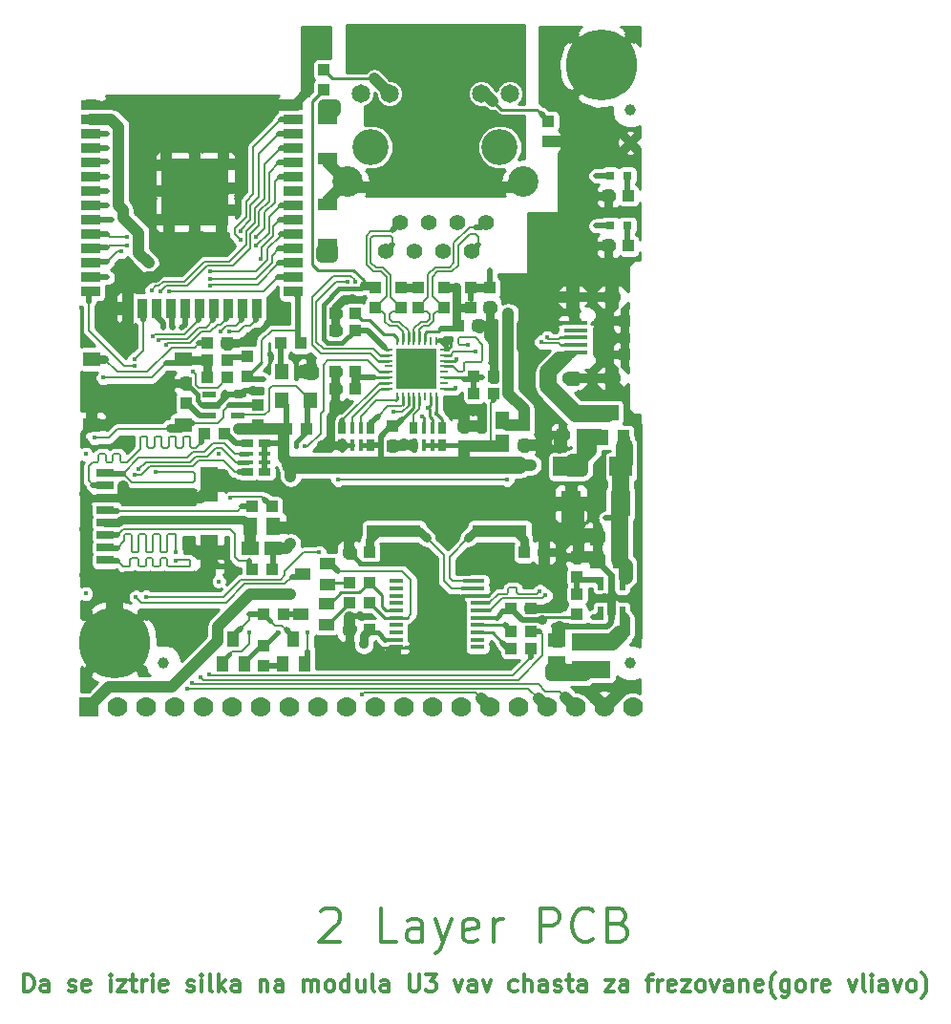
<source format=gbr>
G04 #@! TF.GenerationSoftware,KiCad,Pcbnew,no-vcs-found-097f89d~58~ubuntu14.04.1*
G04 #@! TF.CreationDate,2017-05-03T15:31:51+03:00*
G04 #@! TF.ProjectId,ESP32-GATEWAY_Rev_A,45535033322D474154455741595F5265,B*
G04 #@! TF.FileFunction,Copper,L1,Top,Mixed*
G04 #@! TF.FilePolarity,Positive*
%FSLAX46Y46*%
G04 Gerber Fmt 4.6, Leading zero omitted, Abs format (unit mm)*
G04 Created by KiCad (PCBNEW no-vcs-found-097f89d~58~ubuntu14.04.1) date Wed May  3 15:31:51 2017*
%MOMM*%
%LPD*%
G01*
G04 APERTURE LIST*
%ADD10C,0.100000*%
%ADD11C,0.300000*%
%ADD12R,1.270000X0.325000*%
%ADD13C,1.000000*%
%ADD14C,1.200000*%
%ADD15C,6.300000*%
%ADD16R,3.600000X3.600000*%
%ADD17R,0.400000X0.400000*%
%ADD18R,1.422400X1.422400*%
%ADD19R,0.250000X0.800000*%
%ADD20R,0.800000X0.250000*%
%ADD21R,1.016000X1.016000*%
%ADD22R,0.500000X0.780000*%
%ADD23C,1.300000*%
%ADD24C,2.000000*%
%ADD25R,6.000000X6.000000*%
%ADD26R,1.700000X0.900000*%
%ADD27R,0.900000X1.700000*%
%ADD28R,1.500000X3.100000*%
%ADD29C,0.400000*%
%ADD30R,1.500000X0.800000*%
%ADD31C,3.200000*%
%ADD32C,1.650000*%
%ADD33C,2.700000*%
%ADD34C,1.410000*%
%ADD35R,1.524000X1.270000*%
%ADD36R,1.270000X1.524000*%
%ADD37R,1.200000X1.400000*%
%ADD38R,1.778000X2.286000*%
%ADD39R,3.500000X1.600000*%
%ADD40R,0.800000X0.800000*%
%ADD41R,1.016000X0.381000*%
%ADD42R,1.016000X0.635000*%
%ADD43R,0.381000X1.016000*%
%ADD44R,0.635000X1.016000*%
%ADD45R,0.550000X1.200000*%
%ADD46R,1.778000X1.016000*%
%ADD47R,2.000000X1.700000*%
%ADD48R,1.000000X1.400000*%
%ADD49R,4.826000X1.100000*%
%ADD50R,1.400000X1.000000*%
%ADD51R,1.200000X0.550000*%
%ADD52O,1.800000X1.200000*%
%ADD53R,1.000000X1.100000*%
%ADD54R,2.150000X0.325000*%
%ADD55C,1.778000*%
%ADD56R,1.778000X1.778000*%
%ADD57C,0.450000*%
%ADD58C,0.900000*%
%ADD59C,0.750000*%
%ADD60C,0.508000*%
%ADD61C,1.270000*%
%ADD62C,1.524000*%
%ADD63C,1.016000*%
%ADD64C,0.254000*%
%ADD65C,0.203200*%
%ADD66C,0.762000*%
%ADD67C,0.406400*%
%ADD68C,0.304800*%
G04 APERTURE END LIST*
D10*
D11*
X65156000Y-153205571D02*
X65156000Y-151705571D01*
X65513142Y-151705571D01*
X65727428Y-151777000D01*
X65870285Y-151919857D01*
X65941714Y-152062714D01*
X66013142Y-152348428D01*
X66013142Y-152562714D01*
X65941714Y-152848428D01*
X65870285Y-152991285D01*
X65727428Y-153134142D01*
X65513142Y-153205571D01*
X65156000Y-153205571D01*
X67298857Y-153205571D02*
X67298857Y-152419857D01*
X67227428Y-152277000D01*
X67084571Y-152205571D01*
X66798857Y-152205571D01*
X66656000Y-152277000D01*
X67298857Y-153134142D02*
X67156000Y-153205571D01*
X66798857Y-153205571D01*
X66656000Y-153134142D01*
X66584571Y-152991285D01*
X66584571Y-152848428D01*
X66656000Y-152705571D01*
X66798857Y-152634142D01*
X67156000Y-152634142D01*
X67298857Y-152562714D01*
X69084571Y-153134142D02*
X69227428Y-153205571D01*
X69513142Y-153205571D01*
X69656000Y-153134142D01*
X69727428Y-152991285D01*
X69727428Y-152919857D01*
X69656000Y-152777000D01*
X69513142Y-152705571D01*
X69298857Y-152705571D01*
X69156000Y-152634142D01*
X69084571Y-152491285D01*
X69084571Y-152419857D01*
X69156000Y-152277000D01*
X69298857Y-152205571D01*
X69513142Y-152205571D01*
X69656000Y-152277000D01*
X70941714Y-153134142D02*
X70798857Y-153205571D01*
X70513142Y-153205571D01*
X70370285Y-153134142D01*
X70298857Y-152991285D01*
X70298857Y-152419857D01*
X70370285Y-152277000D01*
X70513142Y-152205571D01*
X70798857Y-152205571D01*
X70941714Y-152277000D01*
X71013142Y-152419857D01*
X71013142Y-152562714D01*
X70298857Y-152705571D01*
X72798857Y-153205571D02*
X72798857Y-152205571D01*
X72798857Y-151705571D02*
X72727428Y-151777000D01*
X72798857Y-151848428D01*
X72870285Y-151777000D01*
X72798857Y-151705571D01*
X72798857Y-151848428D01*
X73370285Y-152205571D02*
X74156000Y-152205571D01*
X73370285Y-153205571D01*
X74156000Y-153205571D01*
X74513142Y-152205571D02*
X75084571Y-152205571D01*
X74727428Y-151705571D02*
X74727428Y-152991285D01*
X74798857Y-153134142D01*
X74941714Y-153205571D01*
X75084571Y-153205571D01*
X75584571Y-153205571D02*
X75584571Y-152205571D01*
X75584571Y-152491285D02*
X75656000Y-152348428D01*
X75727428Y-152277000D01*
X75870285Y-152205571D01*
X76013142Y-152205571D01*
X76513142Y-153205571D02*
X76513142Y-152205571D01*
X76513142Y-151705571D02*
X76441714Y-151777000D01*
X76513142Y-151848428D01*
X76584571Y-151777000D01*
X76513142Y-151705571D01*
X76513142Y-151848428D01*
X77798857Y-153134142D02*
X77656000Y-153205571D01*
X77370285Y-153205571D01*
X77227428Y-153134142D01*
X77156000Y-152991285D01*
X77156000Y-152419857D01*
X77227428Y-152277000D01*
X77370285Y-152205571D01*
X77656000Y-152205571D01*
X77798857Y-152277000D01*
X77870285Y-152419857D01*
X77870285Y-152562714D01*
X77156000Y-152705571D01*
X79584571Y-153134142D02*
X79727428Y-153205571D01*
X80013142Y-153205571D01*
X80156000Y-153134142D01*
X80227428Y-152991285D01*
X80227428Y-152919857D01*
X80156000Y-152777000D01*
X80013142Y-152705571D01*
X79798857Y-152705571D01*
X79656000Y-152634142D01*
X79584571Y-152491285D01*
X79584571Y-152419857D01*
X79656000Y-152277000D01*
X79798857Y-152205571D01*
X80013142Y-152205571D01*
X80156000Y-152277000D01*
X80870285Y-153205571D02*
X80870285Y-152205571D01*
X80870285Y-151705571D02*
X80798857Y-151777000D01*
X80870285Y-151848428D01*
X80941714Y-151777000D01*
X80870285Y-151705571D01*
X80870285Y-151848428D01*
X81798857Y-153205571D02*
X81656000Y-153134142D01*
X81584571Y-152991285D01*
X81584571Y-151705571D01*
X82370285Y-153205571D02*
X82370285Y-151705571D01*
X82513142Y-152634142D02*
X82941714Y-153205571D01*
X82941714Y-152205571D02*
X82370285Y-152777000D01*
X84227428Y-153205571D02*
X84227428Y-152419857D01*
X84156000Y-152277000D01*
X84013142Y-152205571D01*
X83727428Y-152205571D01*
X83584571Y-152277000D01*
X84227428Y-153134142D02*
X84084571Y-153205571D01*
X83727428Y-153205571D01*
X83584571Y-153134142D01*
X83513142Y-152991285D01*
X83513142Y-152848428D01*
X83584571Y-152705571D01*
X83727428Y-152634142D01*
X84084571Y-152634142D01*
X84227428Y-152562714D01*
X86084571Y-152205571D02*
X86084571Y-153205571D01*
X86084571Y-152348428D02*
X86156000Y-152277000D01*
X86298857Y-152205571D01*
X86513142Y-152205571D01*
X86656000Y-152277000D01*
X86727428Y-152419857D01*
X86727428Y-153205571D01*
X88084571Y-153205571D02*
X88084571Y-152419857D01*
X88013142Y-152277000D01*
X87870285Y-152205571D01*
X87584571Y-152205571D01*
X87441714Y-152277000D01*
X88084571Y-153134142D02*
X87941714Y-153205571D01*
X87584571Y-153205571D01*
X87441714Y-153134142D01*
X87370285Y-152991285D01*
X87370285Y-152848428D01*
X87441714Y-152705571D01*
X87584571Y-152634142D01*
X87941714Y-152634142D01*
X88084571Y-152562714D01*
X89941714Y-153205571D02*
X89941714Y-152205571D01*
X89941714Y-152348428D02*
X90013142Y-152277000D01*
X90156000Y-152205571D01*
X90370285Y-152205571D01*
X90513142Y-152277000D01*
X90584571Y-152419857D01*
X90584571Y-153205571D01*
X90584571Y-152419857D02*
X90656000Y-152277000D01*
X90798857Y-152205571D01*
X91013142Y-152205571D01*
X91156000Y-152277000D01*
X91227428Y-152419857D01*
X91227428Y-153205571D01*
X92156000Y-153205571D02*
X92013142Y-153134142D01*
X91941714Y-153062714D01*
X91870285Y-152919857D01*
X91870285Y-152491285D01*
X91941714Y-152348428D01*
X92013142Y-152277000D01*
X92156000Y-152205571D01*
X92370285Y-152205571D01*
X92513142Y-152277000D01*
X92584571Y-152348428D01*
X92656000Y-152491285D01*
X92656000Y-152919857D01*
X92584571Y-153062714D01*
X92513142Y-153134142D01*
X92370285Y-153205571D01*
X92156000Y-153205571D01*
X93941714Y-153205571D02*
X93941714Y-151705571D01*
X93941714Y-153134142D02*
X93798857Y-153205571D01*
X93513142Y-153205571D01*
X93370285Y-153134142D01*
X93298857Y-153062714D01*
X93227428Y-152919857D01*
X93227428Y-152491285D01*
X93298857Y-152348428D01*
X93370285Y-152277000D01*
X93513142Y-152205571D01*
X93798857Y-152205571D01*
X93941714Y-152277000D01*
X95298857Y-152205571D02*
X95298857Y-153205571D01*
X94656000Y-152205571D02*
X94656000Y-152991285D01*
X94727428Y-153134142D01*
X94870285Y-153205571D01*
X95084571Y-153205571D01*
X95227428Y-153134142D01*
X95298857Y-153062714D01*
X96227428Y-153205571D02*
X96084571Y-153134142D01*
X96013142Y-152991285D01*
X96013142Y-151705571D01*
X97441714Y-153205571D02*
X97441714Y-152419857D01*
X97370285Y-152277000D01*
X97227428Y-152205571D01*
X96941714Y-152205571D01*
X96798857Y-152277000D01*
X97441714Y-153134142D02*
X97298857Y-153205571D01*
X96941714Y-153205571D01*
X96798857Y-153134142D01*
X96727428Y-152991285D01*
X96727428Y-152848428D01*
X96798857Y-152705571D01*
X96941714Y-152634142D01*
X97298857Y-152634142D01*
X97441714Y-152562714D01*
X99298857Y-151705571D02*
X99298857Y-152919857D01*
X99370285Y-153062714D01*
X99441714Y-153134142D01*
X99584571Y-153205571D01*
X99870285Y-153205571D01*
X100013142Y-153134142D01*
X100084571Y-153062714D01*
X100156000Y-152919857D01*
X100156000Y-151705571D01*
X100727428Y-151705571D02*
X101656000Y-151705571D01*
X101156000Y-152277000D01*
X101370285Y-152277000D01*
X101513142Y-152348428D01*
X101584571Y-152419857D01*
X101656000Y-152562714D01*
X101656000Y-152919857D01*
X101584571Y-153062714D01*
X101513142Y-153134142D01*
X101370285Y-153205571D01*
X100941714Y-153205571D01*
X100798857Y-153134142D01*
X100727428Y-153062714D01*
X103298857Y-152205571D02*
X103656000Y-153205571D01*
X104013142Y-152205571D01*
X105227428Y-153205571D02*
X105227428Y-152419857D01*
X105156000Y-152277000D01*
X105013142Y-152205571D01*
X104727428Y-152205571D01*
X104584571Y-152277000D01*
X105227428Y-153134142D02*
X105084571Y-153205571D01*
X104727428Y-153205571D01*
X104584571Y-153134142D01*
X104513142Y-152991285D01*
X104513142Y-152848428D01*
X104584571Y-152705571D01*
X104727428Y-152634142D01*
X105084571Y-152634142D01*
X105227428Y-152562714D01*
X105798857Y-152205571D02*
X106156000Y-153205571D01*
X106513142Y-152205571D01*
X108870285Y-153134142D02*
X108727428Y-153205571D01*
X108441714Y-153205571D01*
X108298857Y-153134142D01*
X108227428Y-153062714D01*
X108156000Y-152919857D01*
X108156000Y-152491285D01*
X108227428Y-152348428D01*
X108298857Y-152277000D01*
X108441714Y-152205571D01*
X108727428Y-152205571D01*
X108870285Y-152277000D01*
X109513142Y-153205571D02*
X109513142Y-151705571D01*
X110156000Y-153205571D02*
X110156000Y-152419857D01*
X110084571Y-152277000D01*
X109941714Y-152205571D01*
X109727428Y-152205571D01*
X109584571Y-152277000D01*
X109513142Y-152348428D01*
X111513142Y-153205571D02*
X111513142Y-152419857D01*
X111441714Y-152277000D01*
X111298857Y-152205571D01*
X111013142Y-152205571D01*
X110870285Y-152277000D01*
X111513142Y-153134142D02*
X111370285Y-153205571D01*
X111013142Y-153205571D01*
X110870285Y-153134142D01*
X110798857Y-152991285D01*
X110798857Y-152848428D01*
X110870285Y-152705571D01*
X111013142Y-152634142D01*
X111370285Y-152634142D01*
X111513142Y-152562714D01*
X112156000Y-153134142D02*
X112298857Y-153205571D01*
X112584571Y-153205571D01*
X112727428Y-153134142D01*
X112798857Y-152991285D01*
X112798857Y-152919857D01*
X112727428Y-152777000D01*
X112584571Y-152705571D01*
X112370285Y-152705571D01*
X112227428Y-152634142D01*
X112156000Y-152491285D01*
X112156000Y-152419857D01*
X112227428Y-152277000D01*
X112370285Y-152205571D01*
X112584571Y-152205571D01*
X112727428Y-152277000D01*
X113227428Y-152205571D02*
X113798857Y-152205571D01*
X113441714Y-151705571D02*
X113441714Y-152991285D01*
X113513142Y-153134142D01*
X113656000Y-153205571D01*
X113798857Y-153205571D01*
X114941714Y-153205571D02*
X114941714Y-152419857D01*
X114870285Y-152277000D01*
X114727428Y-152205571D01*
X114441714Y-152205571D01*
X114298857Y-152277000D01*
X114941714Y-153134142D02*
X114798857Y-153205571D01*
X114441714Y-153205571D01*
X114298857Y-153134142D01*
X114227428Y-152991285D01*
X114227428Y-152848428D01*
X114298857Y-152705571D01*
X114441714Y-152634142D01*
X114798857Y-152634142D01*
X114941714Y-152562714D01*
X116656000Y-152205571D02*
X117441714Y-152205571D01*
X116656000Y-153205571D01*
X117441714Y-153205571D01*
X118656000Y-153205571D02*
X118656000Y-152419857D01*
X118584571Y-152277000D01*
X118441714Y-152205571D01*
X118156000Y-152205571D01*
X118013142Y-152277000D01*
X118656000Y-153134142D02*
X118513142Y-153205571D01*
X118156000Y-153205571D01*
X118013142Y-153134142D01*
X117941714Y-152991285D01*
X117941714Y-152848428D01*
X118013142Y-152705571D01*
X118156000Y-152634142D01*
X118513142Y-152634142D01*
X118656000Y-152562714D01*
X120298857Y-152205571D02*
X120870285Y-152205571D01*
X120513142Y-153205571D02*
X120513142Y-151919857D01*
X120584571Y-151777000D01*
X120727428Y-151705571D01*
X120870285Y-151705571D01*
X121370285Y-153205571D02*
X121370285Y-152205571D01*
X121370285Y-152491285D02*
X121441714Y-152348428D01*
X121513142Y-152277000D01*
X121656000Y-152205571D01*
X121798857Y-152205571D01*
X122870285Y-153134142D02*
X122727428Y-153205571D01*
X122441714Y-153205571D01*
X122298857Y-153134142D01*
X122227428Y-152991285D01*
X122227428Y-152419857D01*
X122298857Y-152277000D01*
X122441714Y-152205571D01*
X122727428Y-152205571D01*
X122870285Y-152277000D01*
X122941714Y-152419857D01*
X122941714Y-152562714D01*
X122227428Y-152705571D01*
X123441714Y-152205571D02*
X124227428Y-152205571D01*
X123441714Y-153205571D01*
X124227428Y-153205571D01*
X125013142Y-153205571D02*
X124870285Y-153134142D01*
X124798857Y-153062714D01*
X124727428Y-152919857D01*
X124727428Y-152491285D01*
X124798857Y-152348428D01*
X124870285Y-152277000D01*
X125013142Y-152205571D01*
X125227428Y-152205571D01*
X125370285Y-152277000D01*
X125441714Y-152348428D01*
X125513142Y-152491285D01*
X125513142Y-152919857D01*
X125441714Y-153062714D01*
X125370285Y-153134142D01*
X125227428Y-153205571D01*
X125013142Y-153205571D01*
X126013142Y-152205571D02*
X126370285Y-153205571D01*
X126727428Y-152205571D01*
X127941714Y-153205571D02*
X127941714Y-152419857D01*
X127870285Y-152277000D01*
X127727428Y-152205571D01*
X127441714Y-152205571D01*
X127298857Y-152277000D01*
X127941714Y-153134142D02*
X127798857Y-153205571D01*
X127441714Y-153205571D01*
X127298857Y-153134142D01*
X127227428Y-152991285D01*
X127227428Y-152848428D01*
X127298857Y-152705571D01*
X127441714Y-152634142D01*
X127798857Y-152634142D01*
X127941714Y-152562714D01*
X128656000Y-152205571D02*
X128656000Y-153205571D01*
X128656000Y-152348428D02*
X128727428Y-152277000D01*
X128870285Y-152205571D01*
X129084571Y-152205571D01*
X129227428Y-152277000D01*
X129298857Y-152419857D01*
X129298857Y-153205571D01*
X130584571Y-153134142D02*
X130441714Y-153205571D01*
X130156000Y-153205571D01*
X130013142Y-153134142D01*
X129941714Y-152991285D01*
X129941714Y-152419857D01*
X130013142Y-152277000D01*
X130156000Y-152205571D01*
X130441714Y-152205571D01*
X130584571Y-152277000D01*
X130656000Y-152419857D01*
X130656000Y-152562714D01*
X129941714Y-152705571D01*
X131727428Y-153777000D02*
X131656000Y-153705571D01*
X131513142Y-153491285D01*
X131441714Y-153348428D01*
X131370285Y-153134142D01*
X131298857Y-152777000D01*
X131298857Y-152491285D01*
X131370285Y-152134142D01*
X131441714Y-151919857D01*
X131513142Y-151777000D01*
X131656000Y-151562714D01*
X131727428Y-151491285D01*
X132941714Y-152205571D02*
X132941714Y-153419857D01*
X132870285Y-153562714D01*
X132798857Y-153634142D01*
X132656000Y-153705571D01*
X132441714Y-153705571D01*
X132298857Y-153634142D01*
X132941714Y-153134142D02*
X132798857Y-153205571D01*
X132513142Y-153205571D01*
X132370285Y-153134142D01*
X132298857Y-153062714D01*
X132227428Y-152919857D01*
X132227428Y-152491285D01*
X132298857Y-152348428D01*
X132370285Y-152277000D01*
X132513142Y-152205571D01*
X132798857Y-152205571D01*
X132941714Y-152277000D01*
X133870285Y-153205571D02*
X133727428Y-153134142D01*
X133656000Y-153062714D01*
X133584571Y-152919857D01*
X133584571Y-152491285D01*
X133656000Y-152348428D01*
X133727428Y-152277000D01*
X133870285Y-152205571D01*
X134084571Y-152205571D01*
X134227428Y-152277000D01*
X134298857Y-152348428D01*
X134370285Y-152491285D01*
X134370285Y-152919857D01*
X134298857Y-153062714D01*
X134227428Y-153134142D01*
X134084571Y-153205571D01*
X133870285Y-153205571D01*
X135013142Y-153205571D02*
X135013142Y-152205571D01*
X135013142Y-152491285D02*
X135084571Y-152348428D01*
X135156000Y-152277000D01*
X135298857Y-152205571D01*
X135441714Y-152205571D01*
X136513142Y-153134142D02*
X136370285Y-153205571D01*
X136084571Y-153205571D01*
X135941714Y-153134142D01*
X135870285Y-152991285D01*
X135870285Y-152419857D01*
X135941714Y-152277000D01*
X136084571Y-152205571D01*
X136370285Y-152205571D01*
X136513142Y-152277000D01*
X136584571Y-152419857D01*
X136584571Y-152562714D01*
X135870285Y-152705571D01*
X138227428Y-152205571D02*
X138584571Y-153205571D01*
X138941714Y-152205571D01*
X139727428Y-153205571D02*
X139584571Y-153134142D01*
X139513142Y-152991285D01*
X139513142Y-151705571D01*
X140298857Y-153205571D02*
X140298857Y-152205571D01*
X140298857Y-151705571D02*
X140227428Y-151777000D01*
X140298857Y-151848428D01*
X140370285Y-151777000D01*
X140298857Y-151705571D01*
X140298857Y-151848428D01*
X141656000Y-153205571D02*
X141656000Y-152419857D01*
X141584571Y-152277000D01*
X141441714Y-152205571D01*
X141156000Y-152205571D01*
X141013142Y-152277000D01*
X141656000Y-153134142D02*
X141513142Y-153205571D01*
X141156000Y-153205571D01*
X141013142Y-153134142D01*
X140941714Y-152991285D01*
X140941714Y-152848428D01*
X141013142Y-152705571D01*
X141156000Y-152634142D01*
X141513142Y-152634142D01*
X141656000Y-152562714D01*
X142227428Y-152205571D02*
X142584571Y-153205571D01*
X142941714Y-152205571D01*
X143727428Y-153205571D02*
X143584571Y-153134142D01*
X143513142Y-153062714D01*
X143441714Y-152919857D01*
X143441714Y-152491285D01*
X143513142Y-152348428D01*
X143584571Y-152277000D01*
X143727428Y-152205571D01*
X143941714Y-152205571D01*
X144084571Y-152277000D01*
X144156000Y-152348428D01*
X144227428Y-152491285D01*
X144227428Y-152919857D01*
X144156000Y-153062714D01*
X144084571Y-153134142D01*
X143941714Y-153205571D01*
X143727428Y-153205571D01*
X144727428Y-153777000D02*
X144798857Y-153705571D01*
X144941714Y-153491285D01*
X145013142Y-153348428D01*
X145084571Y-153134142D01*
X145156000Y-152777000D01*
X145156000Y-152491285D01*
X145084571Y-152134142D01*
X145013142Y-151919857D01*
X144941714Y-151777000D01*
X144798857Y-151562714D01*
X144727428Y-151491285D01*
X91457571Y-146089857D02*
X91600428Y-145947000D01*
X91886142Y-145804142D01*
X92600428Y-145804142D01*
X92886142Y-145947000D01*
X93029000Y-146089857D01*
X93171857Y-146375571D01*
X93171857Y-146661285D01*
X93029000Y-147089857D01*
X91314714Y-148804142D01*
X93171857Y-148804142D01*
X98171857Y-148804142D02*
X96743285Y-148804142D01*
X96743285Y-145804142D01*
X100457571Y-148804142D02*
X100457571Y-147232714D01*
X100314714Y-146947000D01*
X100029000Y-146804142D01*
X99457571Y-146804142D01*
X99171857Y-146947000D01*
X100457571Y-148661285D02*
X100171857Y-148804142D01*
X99457571Y-148804142D01*
X99171857Y-148661285D01*
X99029000Y-148375571D01*
X99029000Y-148089857D01*
X99171857Y-147804142D01*
X99457571Y-147661285D01*
X100171857Y-147661285D01*
X100457571Y-147518428D01*
X101600428Y-146804142D02*
X102314714Y-148804142D01*
X103029000Y-146804142D02*
X102314714Y-148804142D01*
X102029000Y-149518428D01*
X101886142Y-149661285D01*
X101600428Y-149804142D01*
X105314714Y-148661285D02*
X105029000Y-148804142D01*
X104457571Y-148804142D01*
X104171857Y-148661285D01*
X104029000Y-148375571D01*
X104029000Y-147232714D01*
X104171857Y-146947000D01*
X104457571Y-146804142D01*
X105029000Y-146804142D01*
X105314714Y-146947000D01*
X105457571Y-147232714D01*
X105457571Y-147518428D01*
X104029000Y-147804142D01*
X106743285Y-148804142D02*
X106743285Y-146804142D01*
X106743285Y-147375571D02*
X106886142Y-147089857D01*
X107029000Y-146947000D01*
X107314714Y-146804142D01*
X107600428Y-146804142D01*
X110886142Y-148804142D02*
X110886142Y-145804142D01*
X112029000Y-145804142D01*
X112314714Y-145947000D01*
X112457571Y-146089857D01*
X112600428Y-146375571D01*
X112600428Y-146804142D01*
X112457571Y-147089857D01*
X112314714Y-147232714D01*
X112029000Y-147375571D01*
X110886142Y-147375571D01*
X115600428Y-148518428D02*
X115457571Y-148661285D01*
X115029000Y-148804142D01*
X114743285Y-148804142D01*
X114314714Y-148661285D01*
X114029000Y-148375571D01*
X113886142Y-148089857D01*
X113743285Y-147518428D01*
X113743285Y-147089857D01*
X113886142Y-146518428D01*
X114029000Y-146232714D01*
X114314714Y-145947000D01*
X114743285Y-145804142D01*
X115029000Y-145804142D01*
X115457571Y-145947000D01*
X115600428Y-146089857D01*
X117886142Y-147232714D02*
X118314714Y-147375571D01*
X118457571Y-147518428D01*
X118600428Y-147804142D01*
X118600428Y-148232714D01*
X118457571Y-148518428D01*
X118314714Y-148661285D01*
X118029000Y-148804142D01*
X116886142Y-148804142D01*
X116886142Y-145804142D01*
X117886142Y-145804142D01*
X118171857Y-145947000D01*
X118314714Y-146089857D01*
X118457571Y-146375571D01*
X118457571Y-146661285D01*
X118314714Y-146947000D01*
X118171857Y-147089857D01*
X117886142Y-147232714D01*
X116886142Y-147232714D01*
D12*
X105346500Y-122686000D03*
X105346500Y-122036000D03*
X105346500Y-121386000D03*
X105346500Y-120736000D03*
X105346500Y-120086000D03*
X105346500Y-119436000D03*
X105346500Y-118786000D03*
X105346500Y-118136000D03*
X105346500Y-117486000D03*
X105346500Y-116836000D03*
X98107500Y-116836000D03*
X98107500Y-117486000D03*
X98107500Y-118136000D03*
X98107500Y-118786000D03*
X98107500Y-119436000D03*
X98107500Y-120086000D03*
X98107500Y-120736000D03*
X98107500Y-121386000D03*
X98107500Y-122036000D03*
X98107500Y-122686000D03*
D13*
X118872000Y-124079000D03*
D14*
X113919000Y-71120000D03*
X118745000Y-71120000D03*
X117983000Y-72771000D03*
X114681000Y-72898000D03*
X117983000Y-69469000D03*
X114681000Y-69469000D03*
X116332000Y-73533000D03*
X116332000Y-68707000D03*
D15*
X116332000Y-71120000D03*
X73152000Y-122301000D03*
D14*
X73152000Y-119888000D03*
X73152000Y-124714000D03*
X71501000Y-120650000D03*
X74803000Y-120650000D03*
X71501000Y-124079000D03*
X74803000Y-123952000D03*
X75565000Y-122301000D03*
X70739000Y-122301000D03*
D16*
X99949000Y-98044000D03*
D17*
X101249000Y-97544000D03*
X101249000Y-98544000D03*
X100449000Y-99344000D03*
X99449000Y-99344000D03*
X98649000Y-98544000D03*
X98649000Y-97544000D03*
X99449000Y-96744000D03*
X100449000Y-96744000D03*
D18*
X99949000Y-98044000D03*
D19*
X98199000Y-95594000D03*
X98699000Y-95594000D03*
X99199000Y-95594000D03*
X99699000Y-95594000D03*
X100199000Y-95594000D03*
X100699000Y-95594000D03*
X101199000Y-95594000D03*
X101699000Y-95594000D03*
D20*
X102399000Y-96294000D03*
X102399000Y-96794000D03*
X102399000Y-97294000D03*
X102399000Y-97794000D03*
X102399000Y-98294000D03*
X102399000Y-98794000D03*
X102399000Y-99294000D03*
X102399000Y-99794000D03*
D19*
X101699000Y-100494000D03*
X101199000Y-100494000D03*
X100699000Y-100494000D03*
X100199000Y-100494000D03*
X99699000Y-100494000D03*
X99199000Y-100494000D03*
X98699000Y-100494000D03*
X98199000Y-100494000D03*
D20*
X97499000Y-99794000D03*
X97499000Y-99294000D03*
X97499000Y-98794000D03*
X97499000Y-98294000D03*
X97499000Y-97794000D03*
X97499000Y-97294000D03*
X97499000Y-96794000D03*
X97499000Y-96294000D03*
D21*
X104775000Y-92583000D03*
X104775000Y-90805000D03*
D22*
X104775000Y-91694000D03*
D23*
X77969600Y-84682800D03*
D24*
X80281000Y-82346000D03*
D25*
X80310000Y-82333000D03*
D26*
X89010000Y-74673000D03*
X89010000Y-75943000D03*
X89010000Y-77213000D03*
X89010000Y-78483000D03*
X89010000Y-79753000D03*
X89010000Y-81023000D03*
X89010000Y-82293000D03*
X89010000Y-83563000D03*
X89010000Y-84833000D03*
X89010000Y-86103000D03*
X89010000Y-87373000D03*
X89010000Y-88643000D03*
X89010000Y-89913000D03*
X89010000Y-91183000D03*
D27*
X85740000Y-92633000D03*
X84470000Y-92633000D03*
X83200000Y-92633000D03*
X81930000Y-92633000D03*
X80660000Y-92633000D03*
X79390000Y-92633000D03*
X78120000Y-92633000D03*
X76850000Y-92633000D03*
X75580000Y-92633000D03*
X74310000Y-92633000D03*
D26*
X71010000Y-91143000D03*
X71010000Y-89873000D03*
X71010000Y-88603000D03*
X71010000Y-87333000D03*
X71010000Y-86063000D03*
X71010000Y-84793000D03*
X71010000Y-83523000D03*
X71010000Y-82253000D03*
X71010000Y-80983000D03*
X71010000Y-79713000D03*
X71010000Y-78443000D03*
X71010000Y-77173000D03*
X71010000Y-75903000D03*
X71010000Y-74633000D03*
D23*
X82643200Y-84682800D03*
X77969600Y-79983800D03*
X82643200Y-79983800D03*
X80281000Y-79983800D03*
X80281000Y-84682800D03*
X77969600Y-82219000D03*
X82643200Y-82219000D03*
D28*
X81577000Y-114275000D03*
X81577000Y-108215000D03*
D29*
X70607000Y-105585000D03*
X82407000Y-105585000D03*
X82407000Y-116855000D03*
X70607000Y-117945000D03*
D30*
X72327000Y-107275000D03*
X72327000Y-108375000D03*
X72327000Y-109475000D03*
X72327000Y-110575000D03*
X72327000Y-111675000D03*
X72327000Y-112775000D03*
X72327000Y-113875000D03*
X72327000Y-114975000D03*
D31*
X95885000Y-78359000D03*
X107315000Y-78359000D03*
D32*
X105670000Y-73610500D03*
X94990000Y-73610500D03*
D33*
X93800000Y-81409000D03*
X109400000Y-81409000D03*
D32*
X108210000Y-73610500D03*
X97530000Y-73610500D03*
D34*
X97165000Y-87599000D03*
X98435000Y-85059000D03*
X99705000Y-87599000D03*
X100975000Y-85059000D03*
X102245000Y-87599000D03*
X103515000Y-85059000D03*
X104785000Y-87599000D03*
X106055000Y-85059000D03*
D35*
X112395000Y-122047000D03*
X112395000Y-124079000D03*
D21*
X105664000Y-104902000D03*
X105664000Y-103124000D03*
X104140000Y-104902000D03*
X104140000Y-103124000D03*
D36*
X85217000Y-112014000D03*
X87249000Y-112014000D03*
D21*
X106426000Y-92583000D03*
X106426000Y-90805000D03*
X109474000Y-104775000D03*
X109474000Y-102997000D03*
X97790000Y-104902000D03*
X97790000Y-103124000D03*
X103632000Y-94234000D03*
X105410000Y-94234000D03*
X94488000Y-94615000D03*
X92710000Y-94615000D03*
X94488000Y-99822000D03*
X92710000Y-99822000D03*
X92710000Y-98298000D03*
X94488000Y-98298000D03*
X105029000Y-98679000D03*
X106807000Y-98679000D03*
D37*
X90551000Y-100838000D03*
X90551000Y-98298000D03*
X88011000Y-98298000D03*
X88011000Y-100838000D03*
D38*
X113647000Y-109982000D03*
X118001000Y-109982000D03*
D13*
X118872000Y-77978000D03*
D39*
X115443000Y-124644000D03*
X115443000Y-122244000D03*
D36*
X107569000Y-104648000D03*
X107569000Y-102616000D03*
D35*
X85217000Y-113919000D03*
X87249000Y-113919000D03*
D40*
X117094000Y-85344000D03*
X118618000Y-85344000D03*
D21*
X83185000Y-95758000D03*
X81407000Y-95758000D03*
X82931000Y-103759000D03*
X81153000Y-103759000D03*
X85852000Y-102997000D03*
X85852000Y-101219000D03*
X91694000Y-71501000D03*
X91694000Y-73279000D03*
X111633000Y-77851000D03*
X111633000Y-76073000D03*
X98552000Y-90805000D03*
X98552000Y-92583000D03*
X85344000Y-115824000D03*
X87122000Y-115824000D03*
X96266000Y-92583000D03*
X96266000Y-90805000D03*
X102362000Y-90805000D03*
X102362000Y-92583000D03*
X100076000Y-92583000D03*
X100076000Y-90805000D03*
X90170000Y-103378000D03*
X88392000Y-103378000D03*
X110109000Y-122809000D03*
X108331000Y-122809000D03*
X87884000Y-95758000D03*
X89662000Y-95758000D03*
X106807000Y-100203000D03*
X105029000Y-100203000D03*
X94488000Y-93091000D03*
X92710000Y-93091000D03*
X110109000Y-121285000D03*
X108331000Y-121285000D03*
X95758000Y-116967000D03*
X93980000Y-116967000D03*
D41*
X84963000Y-106299000D03*
X84963000Y-105537000D03*
X86487000Y-106299000D03*
X86487000Y-105537000D03*
D42*
X84963000Y-107188000D03*
X86487000Y-107188000D03*
X84963000Y-104648000D03*
X86487000Y-104648000D03*
D43*
X94996000Y-104775000D03*
X94234000Y-104775000D03*
X94996000Y-103251000D03*
X94234000Y-103251000D03*
D44*
X95885000Y-104775000D03*
X95885000Y-103251000D03*
X93345000Y-104775000D03*
X93345000Y-103251000D03*
X102235000Y-104775000D03*
X102235000Y-103251000D03*
X99695000Y-104775000D03*
X99695000Y-103251000D03*
D43*
X101346000Y-104775000D03*
X100584000Y-104775000D03*
X101346000Y-103251000D03*
X100584000Y-103251000D03*
D45*
X118171000Y-117064000D03*
X116271000Y-117064000D03*
X118171000Y-119664000D03*
X117221000Y-119664000D03*
X116271000Y-119664000D03*
D21*
X85344000Y-110236000D03*
X87122000Y-110236000D03*
D35*
X71120000Y-97155000D03*
X79248000Y-97155000D03*
X71120000Y-102997000D03*
X79248000Y-102997000D03*
D46*
X92075000Y-86995000D03*
X92075000Y-83439000D03*
X92075000Y-79375000D03*
X92075000Y-75819000D03*
D13*
X77470000Y-124079000D03*
X118872000Y-75057000D03*
D21*
X93980000Y-114300000D03*
X95758000Y-114300000D03*
X109474000Y-114300000D03*
X111252000Y-114300000D03*
X93980000Y-121158000D03*
X95758000Y-121158000D03*
X108331000Y-119253000D03*
X110109000Y-119253000D03*
X79502000Y-101092000D03*
X79502000Y-99314000D03*
D47*
X113070000Y-106680000D03*
X118070000Y-106680000D03*
D48*
X117345460Y-101894640D03*
X118300500Y-104104440D03*
X116398040Y-104104440D03*
D49*
X97917000Y-112395000D03*
X107315000Y-112395000D03*
D50*
X89829640Y-116207540D03*
X92039440Y-115252500D03*
X92039440Y-117154960D03*
X89702640Y-119763540D03*
X91912440Y-118808500D03*
X91912440Y-120710960D03*
D21*
X114681000Y-103886000D03*
X112903000Y-103886000D03*
X93980000Y-118745000D03*
X95758000Y-118745000D03*
X83185000Y-97282000D03*
X81407000Y-97282000D03*
X81407000Y-98806000D03*
X83185000Y-98806000D03*
X84963000Y-98679000D03*
X84963000Y-96901000D03*
X116967000Y-87122000D03*
X118745000Y-87122000D03*
X114173000Y-119761000D03*
X114173000Y-117983000D03*
X114173000Y-114681000D03*
X114173000Y-116459000D03*
D36*
X117983000Y-112903000D03*
X115951000Y-112903000D03*
X115951000Y-114935000D03*
X117983000Y-114935000D03*
D21*
X86360000Y-119761000D03*
X88138000Y-119761000D03*
D51*
X81504000Y-100269000D03*
X81504000Y-102169000D03*
X84104000Y-100269000D03*
X84104000Y-101219000D03*
X84104000Y-102169000D03*
D48*
X88077000Y-124163000D03*
X89977000Y-124163000D03*
X89027000Y-121963000D03*
X82743000Y-124163000D03*
X84643000Y-124163000D03*
X83693000Y-121963000D03*
D21*
X86360000Y-122555000D03*
X86360000Y-124333000D03*
D52*
X117217000Y-91650000D03*
X113747000Y-91650000D03*
X113747000Y-98850000D03*
X117217000Y-98850000D03*
D53*
X118367000Y-93750000D03*
X118367000Y-96750000D03*
D54*
X114067000Y-93950000D03*
X114067000Y-94600000D03*
X114067000Y-95250000D03*
X114067000Y-95900000D03*
X114067000Y-96550000D03*
D55*
X111506000Y-128016000D03*
X114046000Y-128016000D03*
X119126000Y-128016000D03*
X116586000Y-128016000D03*
X106426000Y-128016000D03*
X108966000Y-128016000D03*
X103886000Y-128016000D03*
X101346000Y-128016000D03*
X96266000Y-128016000D03*
X98806000Y-128016000D03*
X93726000Y-128016000D03*
X91186000Y-128016000D03*
X86106000Y-128016000D03*
X88646000Y-128016000D03*
X83566000Y-128016000D03*
X81026000Y-128016000D03*
D56*
X70866000Y-128016000D03*
D55*
X73406000Y-128016000D03*
X75946000Y-128016000D03*
X78486000Y-128016000D03*
D40*
X117094000Y-80899000D03*
X118618000Y-80899000D03*
D21*
X116967000Y-82677000D03*
X118745000Y-82677000D03*
D57*
X115824000Y-85344000D03*
X116713000Y-111252000D03*
X115570000Y-120015000D03*
X70231000Y-109093000D03*
X70231000Y-112268000D03*
X70231000Y-116332000D03*
X119761000Y-102997000D03*
X119761000Y-105537000D03*
X119761000Y-109728000D03*
X119761000Y-113919000D03*
X119761000Y-118364000D03*
X119761000Y-121920000D03*
D58*
X114300000Y-113411000D03*
X113284000Y-111760000D03*
X114300000Y-111760000D03*
X109347000Y-94107000D03*
X109347000Y-95123000D03*
X109347000Y-96139000D03*
X107315000Y-117094000D03*
X98806000Y-104648000D03*
D57*
X70231000Y-92583000D03*
D58*
X112649000Y-120904000D03*
X112649000Y-105029000D03*
X116586000Y-118364000D03*
X115570000Y-118364000D03*
X103632000Y-121158000D03*
X101092000Y-121158000D03*
X102362000Y-119761000D03*
X101092000Y-118491000D03*
X101092000Y-116967000D03*
X99949000Y-114173000D03*
X97536000Y-114173000D03*
X106172000Y-114173000D03*
X107950000Y-114173000D03*
X102743000Y-112649000D03*
X97917000Y-110871000D03*
X100457000Y-110871000D03*
X105537000Y-110744000D03*
X107569000Y-110744000D03*
X101219000Y-115443000D03*
X104902000Y-115443000D03*
X73914000Y-108458000D03*
X74168000Y-116459000D03*
X86360000Y-108458000D03*
X93853000Y-110998000D03*
X93853000Y-112014000D03*
X93853000Y-113030000D03*
X90170000Y-109982000D03*
X90170000Y-111125000D03*
X75184000Y-116459000D03*
X82804000Y-107442000D03*
X82804000Y-108458000D03*
X102362000Y-122428000D03*
X112649000Y-119253000D03*
X103632000Y-118491000D03*
X103632000Y-111125000D03*
X97409000Y-123444000D03*
X76200000Y-116459000D03*
X93980000Y-120015000D03*
X90170000Y-112141000D03*
X73914000Y-109474000D03*
D57*
X79121000Y-89662000D03*
X78613000Y-89662000D03*
X78105000Y-89662000D03*
D58*
X73914000Y-94361000D03*
X73914000Y-95631000D03*
X73914000Y-101219000D03*
X85979000Y-76073000D03*
X83185000Y-76073000D03*
X80391000Y-76073000D03*
X77089000Y-76073000D03*
X75819000Y-83693000D03*
X75565000Y-81280000D03*
X75565000Y-78105000D03*
X75565000Y-74295000D03*
X78740000Y-74295000D03*
X78740000Y-78105000D03*
X81915000Y-78105000D03*
X81915000Y-74295000D03*
X84455000Y-74295000D03*
X84455000Y-78105000D03*
D57*
X86868000Y-96774000D03*
X89662000Y-98425000D03*
D58*
X85471000Y-99949000D03*
X73914000Y-102108000D03*
X73914000Y-104394000D03*
X75184000Y-90805000D03*
X74168000Y-90805000D03*
D57*
X89662000Y-97917000D03*
X86233000Y-94615000D03*
D58*
X86995000Y-74549000D03*
X72517000Y-74549000D03*
X91059000Y-68199000D03*
X91059000Y-69469000D03*
X91567000Y-104775000D03*
X103124000Y-101981000D03*
X103124000Y-101092000D03*
X106426000Y-95123000D03*
X91694000Y-74676000D03*
X92710000Y-74676000D03*
X91567000Y-88138000D03*
X92456000Y-88138000D03*
D57*
X105918000Y-102235000D03*
X105918000Y-101727000D03*
X105918000Y-101219000D03*
D58*
X94234000Y-91821000D03*
X106426000Y-94107000D03*
D57*
X102362000Y-95504000D03*
X102997000Y-95758000D03*
X95123000Y-126873000D03*
X72517000Y-81026000D03*
X72136000Y-98806000D03*
X80264000Y-97282000D03*
D58*
X113030000Y-125222000D03*
X111887000Y-125222000D03*
X109093000Y-106553000D03*
X110109000Y-106553000D03*
X111125000Y-120269000D03*
X88773000Y-117983000D03*
X95250000Y-122428000D03*
X88773000Y-106553000D03*
X88773000Y-107569000D03*
X88773000Y-113538000D03*
X84201000Y-103378000D03*
D57*
X84074000Y-97028000D03*
D58*
X76200000Y-88646000D03*
D57*
X106426000Y-89281000D03*
X105791000Y-98806000D03*
X77216000Y-91186000D03*
X81534000Y-125095000D03*
X75057000Y-118237000D03*
X71374000Y-104140000D03*
X72517000Y-77216000D03*
X74295000Y-86360000D03*
X97917000Y-101854000D03*
X100457000Y-102235000D03*
X85725000Y-87122000D03*
X103505000Y-97155000D03*
X74295000Y-87122000D03*
X96520000Y-102235000D03*
X77470000Y-94361000D03*
X77724000Y-95885000D03*
X76581000Y-95123000D03*
X77089000Y-95504000D03*
X76454000Y-91059000D03*
X80772000Y-125349000D03*
X78359000Y-94361000D03*
X79121000Y-94361000D03*
D59*
X95250000Y-90678000D03*
D58*
X103505000Y-90805000D03*
D57*
X99314000Y-90805000D03*
D58*
X108077000Y-93091000D03*
D57*
X84328000Y-85852000D03*
X105156000Y-96520000D03*
X85725000Y-86360000D03*
X104521000Y-95885000D03*
X94488000Y-90297000D03*
X93853000Y-90297000D03*
D58*
X103505000Y-68580000D03*
X106680000Y-68580000D03*
X99695000Y-68580000D03*
X96520000Y-68580000D03*
X97790000Y-70485000D03*
X95250000Y-70485000D03*
X105410000Y-70485000D03*
X107950000Y-70485000D03*
X103505000Y-72390000D03*
X99695000Y-72390000D03*
X97155000Y-75565000D03*
X99695000Y-76200000D03*
X103505000Y-76200000D03*
X106045000Y-75565000D03*
X101600000Y-78105000D03*
X101600000Y-74295000D03*
X101600000Y-70485000D03*
X99695000Y-80010000D03*
X103505000Y-80010000D03*
X105410000Y-81915000D03*
X97790000Y-81915000D03*
X101600000Y-81915000D03*
D57*
X103378000Y-99695000D03*
X84328000Y-86614000D03*
X73787000Y-87630000D03*
X100965000Y-101473000D03*
X90297000Y-121412000D03*
X86360000Y-98933000D03*
X90043000Y-104902000D03*
X85090000Y-121412000D03*
X83820000Y-104521000D03*
X83312000Y-94742000D03*
X83439000Y-109474000D03*
X72517000Y-89916000D03*
X85090000Y-115062000D03*
X82550000Y-94742000D03*
X86106000Y-88265000D03*
X101727000Y-101981000D03*
X111379000Y-118110000D03*
X111506000Y-95250000D03*
X110998000Y-95631000D03*
X110871000Y-117729000D03*
X87630000Y-121412000D03*
X89281000Y-104902000D03*
X85090000Y-119761000D03*
X80137000Y-98298000D03*
X72517000Y-82296000D03*
X75946000Y-118237000D03*
X91313000Y-114300000D03*
X81661000Y-89408000D03*
D58*
X114681000Y-107061000D03*
X114681000Y-106045000D03*
X114681000Y-105029000D03*
D57*
X81661000Y-90678000D03*
X81661000Y-90043000D03*
X80010000Y-125857000D03*
X72517000Y-79629000D03*
X79629000Y-126365000D03*
X72517000Y-78486000D03*
X76835000Y-107188000D03*
X77978000Y-91186000D03*
X78613000Y-114300000D03*
X74930000Y-97155000D03*
X75311000Y-106934000D03*
X78613000Y-115062000D03*
X74930000Y-97790000D03*
X74930000Y-107442000D03*
X72517000Y-83566000D03*
X92964000Y-107823000D03*
X107950000Y-107823000D03*
X115824000Y-80899000D03*
X72898000Y-84836000D03*
D60*
X115824000Y-85344000D02*
X117094000Y-85344000D01*
X118171000Y-117064000D02*
X118491000Y-116744000D01*
X118491000Y-116744000D02*
X118491000Y-116459000D01*
D61*
X118491000Y-116459000D02*
X118491000Y-115443000D01*
X118491000Y-115443000D02*
X117983000Y-114935000D01*
D62*
X118364000Y-106386000D02*
X118364000Y-104902000D01*
X118070000Y-106680000D02*
X118364000Y-106386000D01*
D63*
X118364000Y-104167940D02*
X118364000Y-104902000D01*
X118300500Y-104104440D02*
X118364000Y-104167940D01*
D60*
X117983000Y-111252000D02*
X116713000Y-111252000D01*
X116271000Y-119664000D02*
X115920000Y-120015000D01*
X115920000Y-120015000D02*
X115570000Y-120015000D01*
D62*
X117983000Y-112903000D02*
X117983000Y-114935000D01*
X118001000Y-109982000D02*
X117983000Y-110000000D01*
X117983000Y-110000000D02*
X117983000Y-111252000D01*
X117983000Y-111252000D02*
X117983000Y-112903000D01*
X118001000Y-109982000D02*
X118070000Y-109913000D01*
X118070000Y-109913000D02*
X118070000Y-106680000D01*
X73152000Y-122301000D02*
X73152000Y-117856000D01*
X73152000Y-117856000D02*
X72644000Y-117348000D01*
D63*
X81577000Y-114275000D02*
X81577000Y-115527000D01*
X81577000Y-115527000D02*
X80645000Y-116459000D01*
X80645000Y-116459000D02*
X76200000Y-116459000D01*
X81577000Y-108215000D02*
X81577000Y-108669000D01*
X81577000Y-108669000D02*
X80772000Y-109474000D01*
X79248000Y-109474000D02*
X73914000Y-109474000D01*
X80772000Y-109474000D02*
X79248000Y-109474000D01*
D64*
X114067000Y-93950000D02*
X112238000Y-93950000D01*
X112238000Y-93950000D02*
X110871000Y-92583000D01*
D63*
X113284000Y-111760000D02*
X114300000Y-111760000D01*
X113647000Y-109982000D02*
X114300000Y-110635000D01*
X114300000Y-110635000D02*
X114300000Y-111760000D01*
X115951000Y-112903000D02*
X115697000Y-112649000D01*
X115697000Y-112649000D02*
X114300000Y-112649000D01*
X115951000Y-114935000D02*
X115697000Y-114681000D01*
X115697000Y-114681000D02*
X114173000Y-114681000D01*
X114173000Y-114681000D02*
X114300000Y-114554000D01*
X114300000Y-114554000D02*
X114300000Y-113411000D01*
X113647000Y-109982000D02*
X113284000Y-110345000D01*
X113284000Y-110345000D02*
X113284000Y-111760000D01*
X114300000Y-111760000D02*
X114300000Y-112649000D01*
X114300000Y-112649000D02*
X114300000Y-113411000D01*
X111252000Y-114300000D02*
X111252000Y-115570000D01*
X111252000Y-114300000D02*
X111252000Y-111506000D01*
X111252000Y-111506000D02*
X109855000Y-110109000D01*
X109474000Y-104775000D02*
X110998000Y-104775000D01*
X111633000Y-77851000D02*
X113792000Y-77851000D01*
D60*
X119761000Y-118364000D02*
X117221000Y-118364000D01*
D63*
X109347000Y-94107000D02*
X109347000Y-95123000D01*
X113747000Y-91650000D02*
X111804000Y-91650000D01*
X111804000Y-91650000D02*
X110871000Y-92583000D01*
X110871000Y-92583000D02*
X109347000Y-94107000D01*
X109347000Y-95123000D02*
X109347000Y-96139000D01*
X112903000Y-103886000D02*
X112649000Y-104140000D01*
X112649000Y-104140000D02*
X112649000Y-105029000D01*
D60*
X116840000Y-120904000D02*
X112649000Y-120904000D01*
X115951000Y-114935000D02*
X115951000Y-115062000D01*
X115951000Y-115062000D02*
X117221000Y-116332000D01*
X117221000Y-116332000D02*
X117221000Y-118364000D01*
X117217000Y-98850000D02*
X118618000Y-100251000D01*
X118618000Y-100251000D02*
X118618000Y-101854000D01*
X118618000Y-101854000D02*
X119761000Y-102997000D01*
X119761000Y-102997000D02*
X119761000Y-105537000D01*
X119761000Y-105537000D02*
X119761000Y-109728000D01*
X119761000Y-109728000D02*
X119761000Y-113919000D01*
X119761000Y-113919000D02*
X119761000Y-118364000D01*
X119761000Y-118364000D02*
X119761000Y-121920000D01*
D65*
X70231000Y-92583000D02*
X70231000Y-95123000D01*
D63*
X112395000Y-122047000D02*
X112649000Y-121793000D01*
X112649000Y-121793000D02*
X112649000Y-120904000D01*
D66*
X117221000Y-118364000D02*
X116586000Y-118364000D01*
X115570000Y-118364000D02*
X116459000Y-118364000D01*
X117221000Y-119664000D02*
X117221000Y-118364000D01*
D60*
X117221000Y-119664000D02*
X117221000Y-120523000D01*
X117221000Y-120523000D02*
X116840000Y-120904000D01*
X81577000Y-114275000D02*
X81577000Y-114724000D01*
X81577000Y-114724000D02*
X82423000Y-115570000D01*
X82423000Y-115570000D02*
X83058000Y-115570000D01*
D63*
X103632000Y-121158000D02*
X101092000Y-121158000D01*
X102362000Y-119761000D02*
X101092000Y-118491000D01*
X101092000Y-116967000D02*
X101219000Y-116840000D01*
X101219000Y-116840000D02*
X101219000Y-115443000D01*
X99949000Y-114173000D02*
X97536000Y-114173000D01*
X106172000Y-114173000D02*
X107950000Y-114173000D01*
X97917000Y-110109000D02*
X97917000Y-110871000D01*
X100457000Y-110871000D02*
X100457000Y-110109000D01*
X100457000Y-110109000D02*
X100457000Y-110363000D01*
X100457000Y-110363000D02*
X100457000Y-110109000D01*
X105537000Y-110109000D02*
X105537000Y-110744000D01*
X107569000Y-110744000D02*
X107569000Y-110109000D01*
X107569000Y-110109000D02*
X107569000Y-110363000D01*
X107569000Y-110363000D02*
X107569000Y-110109000D01*
D67*
X93980000Y-114300000D02*
X94996000Y-115316000D01*
X94996000Y-115316000D02*
X99568000Y-115316000D01*
D66*
X93980000Y-114300000D02*
X93853000Y-114300000D01*
X93853000Y-114300000D02*
X93853000Y-113030000D01*
D63*
X76200000Y-116459000D02*
X75184000Y-116459000D01*
D68*
X98107500Y-122686000D02*
X97786000Y-122686000D01*
X97786000Y-122686000D02*
X97536000Y-122936000D01*
D66*
X97536000Y-122936000D02*
X97536000Y-123317000D01*
X97536000Y-123317000D02*
X97409000Y-123444000D01*
D63*
X73914000Y-108458000D02*
X73914000Y-109474000D01*
X75184000Y-116459000D02*
X74168000Y-116459000D01*
X81577000Y-114275000D02*
X81577000Y-114511000D01*
X93853000Y-112014000D02*
X93853000Y-110998000D01*
X95504000Y-110109000D02*
X94615000Y-110998000D01*
X94615000Y-110998000D02*
X93853000Y-110998000D01*
X93853000Y-112014000D02*
X93853000Y-113030000D01*
X87757000Y-108458000D02*
X89281000Y-109982000D01*
X86360000Y-108458000D02*
X87757000Y-108458000D01*
X89281000Y-109982000D02*
X90170000Y-109982000D01*
X82804000Y-108458000D02*
X86360000Y-108458000D01*
X87249000Y-112014000D02*
X87376000Y-112141000D01*
X87376000Y-112141000D02*
X90170000Y-112141000D01*
X90170000Y-111125000D02*
X90170000Y-109982000D01*
X81577000Y-108215000D02*
X82350000Y-107442000D01*
X82350000Y-107442000D02*
X82804000Y-107442000D01*
X82804000Y-108458000D02*
X82804000Y-107442000D01*
D66*
X72327000Y-109475000D02*
X72328000Y-109474000D01*
X72328000Y-109474000D02*
X73914000Y-109474000D01*
D63*
X97409000Y-123444000D02*
X97409000Y-123825000D01*
X97409000Y-123825000D02*
X100965000Y-123825000D01*
X100965000Y-123825000D02*
X102362000Y-122428000D01*
D68*
X105346500Y-118136000D02*
X106273000Y-118136000D01*
D64*
X106273000Y-118136000D02*
X107315000Y-117094000D01*
D66*
X110109000Y-119253000D02*
X112649000Y-119253000D01*
D68*
X105346500Y-118136000D02*
X103987000Y-118136000D01*
D67*
X103987000Y-118136000D02*
X103632000Y-118491000D01*
D63*
X103632000Y-111125000D02*
X103632000Y-110109000D01*
X103632000Y-110109000D02*
X103632000Y-110363000D01*
X103632000Y-110363000D02*
X103632000Y-110109000D01*
D64*
X93726000Y-121158000D02*
X93980000Y-121158000D01*
D63*
X109855000Y-110109000D02*
X107569000Y-110109000D01*
X107569000Y-110109000D02*
X105537000Y-110109000D01*
X105537000Y-110109000D02*
X103632000Y-110109000D01*
X103632000Y-110109000D02*
X100457000Y-110109000D01*
X100457000Y-110109000D02*
X97917000Y-110109000D01*
X97917000Y-110109000D02*
X95504000Y-110109000D01*
X95504000Y-110109000D02*
X95631000Y-110109000D01*
X93980000Y-121158000D02*
X93980000Y-120015000D01*
X90170000Y-111125000D02*
X90170000Y-112141000D01*
X81577000Y-108215000D02*
X81820000Y-108458000D01*
X81820000Y-108458000D02*
X82804000Y-108458000D01*
D60*
X79121000Y-89662000D02*
X78613000Y-89662000D01*
X78105000Y-89662000D02*
X78613000Y-89662000D01*
D63*
X74310000Y-92633000D02*
X74310000Y-93965000D01*
X73914000Y-95631000D02*
X73914000Y-94361000D01*
X74056000Y-94219000D02*
X73914000Y-94361000D01*
X74310000Y-93965000D02*
X73914000Y-94361000D01*
D60*
X71120000Y-102997000D02*
X70358000Y-103759000D01*
X70358000Y-104394000D02*
X70739000Y-104775000D01*
X70358000Y-103759000D02*
X70358000Y-104394000D01*
D63*
X84455000Y-76073000D02*
X85979000Y-76073000D01*
X83185000Y-76073000D02*
X80391000Y-76073000D01*
X77089000Y-76073000D02*
X75565000Y-76073000D01*
X75565000Y-76073000D02*
X75692000Y-76073000D01*
X75692000Y-76073000D02*
X75565000Y-76073000D01*
X76327000Y-84836000D02*
X75819000Y-84328000D01*
X75819000Y-84328000D02*
X75819000Y-83693000D01*
X76073000Y-82296000D02*
X75565000Y-81788000D01*
X75565000Y-81788000D02*
X75565000Y-81280000D01*
X75565000Y-78105000D02*
X75565000Y-76073000D01*
X75565000Y-76073000D02*
X75565000Y-74295000D01*
X78740000Y-74295000D02*
X78740000Y-78105000D01*
X81915000Y-78105000D02*
X81915000Y-74295000D01*
X84455000Y-74295000D02*
X84455000Y-76073000D01*
X84455000Y-76073000D02*
X84455000Y-78105000D01*
D66*
X89010000Y-74673000D02*
X90297000Y-73386000D01*
X90297000Y-73386000D02*
X90297000Y-70231000D01*
X90297000Y-70231000D02*
X91059000Y-69469000D01*
D63*
X80281000Y-82346000D02*
X77791000Y-84836000D01*
X77791000Y-84836000D02*
X76327000Y-84836000D01*
X80281000Y-82346000D02*
X80231000Y-82296000D01*
X80231000Y-82296000D02*
X76073000Y-82296000D01*
X80281000Y-82346000D02*
X77945000Y-80010000D01*
X77945000Y-80010000D02*
X75946000Y-80010000D01*
X80281000Y-82346000D02*
X77724000Y-79789000D01*
X77724000Y-79789000D02*
X77724000Y-77851000D01*
X80281000Y-82346000D02*
X82804000Y-79823000D01*
X82804000Y-79823000D02*
X82804000Y-77851000D01*
X80281000Y-82346000D02*
X80264000Y-82329000D01*
X80264000Y-82329000D02*
X80264000Y-77978000D01*
X80281000Y-82346000D02*
X82744000Y-79883000D01*
X82744000Y-79883000D02*
X84328000Y-79883000D01*
X80281000Y-82346000D02*
X80585000Y-82042000D01*
X80585000Y-82042000D02*
X84074000Y-82042000D01*
X80281000Y-82346000D02*
X81882000Y-83947000D01*
X81882000Y-83947000D02*
X83820000Y-83947000D01*
X80281000Y-82346000D02*
X82677000Y-84742000D01*
X82677000Y-84742000D02*
X82677000Y-86868000D01*
X80310000Y-82333000D02*
X80264000Y-82379000D01*
X80264000Y-82379000D02*
X80264000Y-86868000D01*
D60*
X90424000Y-98425000D02*
X89662000Y-98425000D01*
X89662000Y-97917000D02*
X89662000Y-98425000D01*
X90551000Y-98298000D02*
X90170000Y-97917000D01*
X90170000Y-97917000D02*
X89662000Y-97917000D01*
X84104000Y-100269000D02*
X83246000Y-100269000D01*
D67*
X80518000Y-100330000D02*
X80518000Y-100838000D01*
X80518000Y-100838000D02*
X80899000Y-101219000D01*
X80518000Y-100330000D02*
X79502000Y-99314000D01*
X82296000Y-101219000D02*
X80899000Y-101219000D01*
D60*
X83246000Y-100269000D02*
X82296000Y-101219000D01*
X84104000Y-100269000D02*
X84389000Y-100269000D01*
X84389000Y-100269000D02*
X84709000Y-99949000D01*
X84709000Y-99949000D02*
X85471000Y-99949000D01*
D63*
X72517000Y-102997000D02*
X73406000Y-102108000D01*
X71120000Y-102997000D02*
X72517000Y-102997000D01*
X73406000Y-102108000D02*
X73914000Y-102108000D01*
D60*
X86233000Y-94615000D02*
X86741000Y-94107000D01*
D63*
X74310000Y-92633000D02*
X74310000Y-90947000D01*
X74310000Y-90947000D02*
X74168000Y-90805000D01*
X75184000Y-90805000D02*
X74168000Y-90805000D01*
X76123800Y-89865200D02*
X75184000Y-90805000D01*
X76123800Y-89865200D02*
X76758800Y-89865200D01*
X76758800Y-89865200D02*
X77969600Y-88654400D01*
X77969600Y-84682800D02*
X77969600Y-88654400D01*
D60*
X85598000Y-94615000D02*
X86233000Y-94615000D01*
X84455000Y-95758000D02*
X85598000Y-94615000D01*
X83185000Y-95758000D02*
X84455000Y-95758000D01*
D63*
X89010000Y-74673000D02*
X87119000Y-74673000D01*
X87119000Y-74673000D02*
X86995000Y-74549000D01*
D66*
X71010000Y-74633000D02*
X72433000Y-74633000D01*
X72433000Y-74633000D02*
X72517000Y-74549000D01*
D63*
X91059000Y-68199000D02*
X91059000Y-69469000D01*
D66*
X92329000Y-104775000D02*
X91567000Y-104775000D01*
D60*
X90551000Y-98298000D02*
X90424000Y-98425000D01*
D63*
X104140000Y-103124000D02*
X104140000Y-101981000D01*
X104140000Y-101981000D02*
X103124000Y-101981000D01*
X103124000Y-101092000D02*
X103124000Y-101981000D01*
D66*
X92710000Y-93091000D02*
X92710000Y-94615000D01*
D60*
X92710000Y-99822000D02*
X92710000Y-98298000D01*
X99695000Y-104775000D02*
X99568000Y-104648000D01*
X99568000Y-104648000D02*
X98806000Y-104648000D01*
X97790000Y-104902000D02*
X98044000Y-104648000D01*
X98044000Y-104648000D02*
X98806000Y-104648000D01*
X105918000Y-102235000D02*
X105918000Y-102870000D01*
X105918000Y-102870000D02*
X105664000Y-103124000D01*
D63*
X105664000Y-103124000D02*
X104140000Y-103124000D01*
D67*
X94234000Y-104775000D02*
X93345000Y-104775000D01*
D60*
X106807000Y-98679000D02*
X106680000Y-98552000D01*
X106680000Y-98552000D02*
X106680000Y-95377000D01*
X106680000Y-95377000D02*
X106426000Y-95123000D01*
D63*
X106426000Y-94107000D02*
X106426000Y-95123000D01*
D64*
X101699000Y-95594000D02*
X101789000Y-95504000D01*
X101789000Y-95504000D02*
X102362000Y-95504000D01*
X102399000Y-96294000D02*
X102715000Y-96294000D01*
X102715000Y-96294000D02*
X102997000Y-96012000D01*
X102997000Y-96012000D02*
X102997000Y-95758000D01*
D60*
X105918000Y-102235000D02*
X105918000Y-101727000D01*
D66*
X105410000Y-94234000D02*
X105537000Y-94107000D01*
X105537000Y-94107000D02*
X106426000Y-94107000D01*
D64*
X106426000Y-92583000D02*
X106553000Y-92583000D01*
D63*
X92075000Y-86995000D02*
X91567000Y-87503000D01*
X91567000Y-87503000D02*
X91567000Y-88138000D01*
X92710000Y-74676000D02*
X91694000Y-74676000D01*
D66*
X92710000Y-99822000D02*
X92710000Y-101854000D01*
X92710000Y-101854000D02*
X92329000Y-102235000D01*
X92329000Y-102235000D02*
X92329000Y-104267000D01*
X92329000Y-104267000D02*
X92329000Y-104775000D01*
D63*
X92075000Y-75819000D02*
X91694000Y-75438000D01*
X91694000Y-75438000D02*
X91694000Y-74676000D01*
X92710000Y-74676000D02*
X92710000Y-75184000D01*
X92710000Y-75184000D02*
X92075000Y-75819000D01*
X92456000Y-88138000D02*
X91567000Y-88138000D01*
X92075000Y-86995000D02*
X92456000Y-87376000D01*
X92456000Y-87376000D02*
X92456000Y-88138000D01*
D67*
X105664000Y-103124000D02*
X105791000Y-102997000D01*
D60*
X105918000Y-101727000D02*
X105918000Y-101219000D01*
D66*
X92710000Y-92583000D02*
X92710000Y-93091000D01*
X94234000Y-91821000D02*
X93472000Y-91821000D01*
X93472000Y-91821000D02*
X92710000Y-92583000D01*
X106426000Y-92583000D02*
X106426000Y-94107000D01*
X93345000Y-104775000D02*
X92329000Y-104775000D01*
D65*
X72263000Y-97155000D02*
X73406000Y-98298000D01*
X73406000Y-98298000D02*
X76073000Y-98298000D01*
X76073000Y-98298000D02*
X78232000Y-96139000D01*
D66*
X71120000Y-97155000D02*
X72263000Y-97155000D01*
D65*
X80645000Y-95758000D02*
X80264000Y-96139000D01*
X80264000Y-96139000D02*
X78232000Y-96139000D01*
D60*
X80645000Y-95758000D02*
X81407000Y-95758000D01*
D65*
X105664000Y-127254000D02*
X105156000Y-126746000D01*
X105156000Y-126746000D02*
X95250000Y-126746000D01*
X95250000Y-126746000D02*
X95123000Y-126873000D01*
D63*
X106426000Y-128016000D02*
X105664000Y-127254000D01*
D65*
X77724000Y-97536000D02*
X76454000Y-98806000D01*
X76454000Y-98806000D02*
X72136000Y-98806000D01*
D60*
X79248000Y-97155000D02*
X78867000Y-97536000D01*
X78867000Y-97536000D02*
X77724000Y-97536000D01*
X80264000Y-97282000D02*
X80264000Y-97282000D01*
D66*
X81407000Y-97282000D02*
X81407000Y-98806000D01*
X79248000Y-97155000D02*
X79375000Y-97282000D01*
X79375000Y-97282000D02*
X80264000Y-97282000D01*
X80264000Y-97282000D02*
X81407000Y-97282000D01*
D60*
X71053000Y-81026000D02*
X72517000Y-81026000D01*
X71010000Y-80983000D02*
X71053000Y-81026000D01*
D66*
X95758000Y-121158000D02*
X95250000Y-121666000D01*
X95250000Y-121666000D02*
X95250000Y-122428000D01*
D67*
X96012000Y-121412000D02*
X95758000Y-121158000D01*
X96520000Y-121412000D02*
X96012000Y-121412000D01*
D63*
X82296000Y-122174000D02*
X82296000Y-120904000D01*
X78232000Y-126238000D02*
X82296000Y-122174000D01*
X72644000Y-126238000D02*
X78232000Y-126238000D01*
X85217000Y-117983000D02*
X88773000Y-117983000D01*
X82296000Y-120904000D02*
X85217000Y-117983000D01*
X115443000Y-124644000D02*
X112960000Y-124644000D01*
X112960000Y-124644000D02*
X112395000Y-124079000D01*
X115443000Y-124644000D02*
X114865000Y-125222000D01*
X114865000Y-125222000D02*
X113030000Y-125222000D01*
X70866000Y-128016000D02*
X72644000Y-126238000D01*
X111887000Y-125222000D02*
X113030000Y-125222000D01*
X111887000Y-125222000D02*
X111887000Y-124587000D01*
X111887000Y-124587000D02*
X112395000Y-124079000D01*
X112395000Y-124079000D02*
X113030000Y-124714000D01*
X113030000Y-124714000D02*
X113030000Y-125222000D01*
D64*
X111125000Y-120269000D02*
X111379000Y-120015000D01*
X111379000Y-120015000D02*
X113919000Y-120015000D01*
X113919000Y-120015000D02*
X114173000Y-119761000D01*
D63*
X110109000Y-106553000D02*
X109093000Y-106553000D01*
D60*
X107569000Y-119507000D02*
X108077000Y-119507000D01*
X108077000Y-119507000D02*
X108331000Y-119253000D01*
D68*
X105346500Y-120086000D02*
X106990000Y-120086000D01*
D67*
X106990000Y-120086000D02*
X107569000Y-119507000D01*
D68*
X98107500Y-122036000D02*
X97144000Y-122036000D01*
D67*
X97144000Y-122036000D02*
X96520000Y-121412000D01*
D63*
X87249000Y-113919000D02*
X88392000Y-113919000D01*
X88392000Y-113919000D02*
X88773000Y-113538000D01*
X88773000Y-106553000D02*
X88138000Y-105918000D01*
X88138000Y-105918000D02*
X88138000Y-104648000D01*
X88773000Y-107569000D02*
X88773000Y-106553000D01*
D60*
X86487000Y-106299000D02*
X86487000Y-107188000D01*
X86487000Y-105537000D02*
X86487000Y-106299000D01*
X96774000Y-106553000D02*
X96774000Y-104775000D01*
D63*
X104140000Y-106553000D02*
X104140000Y-104902000D01*
D62*
X104140000Y-106553000D02*
X109093000Y-106553000D01*
X104140000Y-106553000D02*
X96774000Y-106553000D01*
X96774000Y-106553000D02*
X88773000Y-106553000D01*
D60*
X108331000Y-119253000D02*
X109347000Y-120269000D01*
X109347000Y-120269000D02*
X111125000Y-120269000D01*
X87249000Y-113919000D02*
X87249000Y-115697000D01*
X87249000Y-115697000D02*
X87122000Y-115824000D01*
D63*
X88392000Y-103378000D02*
X85471000Y-103378000D01*
X85471000Y-103378000D02*
X85852000Y-102997000D01*
X84201000Y-103378000D02*
X85471000Y-103378000D01*
X85471000Y-103378000D02*
X85852000Y-102997000D01*
X88138000Y-104648000D02*
X88138000Y-103632000D01*
X88138000Y-103632000D02*
X88392000Y-103378000D01*
D60*
X88011000Y-100838000D02*
X88392000Y-101219000D01*
X88392000Y-101219000D02*
X88392000Y-103378000D01*
D63*
X73934122Y-84602122D02*
X75311000Y-85979000D01*
X75311000Y-85979000D02*
X75311000Y-87757000D01*
X75311000Y-87757000D02*
X76200000Y-88646000D01*
D60*
X88138000Y-104648000D02*
X86487000Y-104648000D01*
X86487000Y-104648000D02*
X86487000Y-105537000D01*
X84963000Y-96901000D02*
X84836000Y-97028000D01*
X84836000Y-97028000D02*
X84074000Y-97028000D01*
X83185000Y-97282000D02*
X83439000Y-97028000D01*
X83439000Y-97028000D02*
X84074000Y-97028000D01*
D63*
X73934122Y-84602122D02*
X73934122Y-83967122D01*
X73934122Y-83967122D02*
X73533000Y-83566000D01*
X73533000Y-83566000D02*
X73533000Y-76581000D01*
X73533000Y-76581000D02*
X72855000Y-75903000D01*
X72855000Y-75903000D02*
X71010000Y-75903000D01*
D60*
X97790000Y-103124000D02*
X98044000Y-103124000D01*
X98044000Y-103124000D02*
X98679000Y-102489000D01*
X95885000Y-104775000D02*
X96774000Y-104775000D01*
X96774000Y-104775000D02*
X96774000Y-104013000D01*
D65*
X106807000Y-100838000D02*
X106553000Y-101092000D01*
X106553000Y-101092000D02*
X106553000Y-104902000D01*
D67*
X102235000Y-104775000D02*
X104013000Y-104775000D01*
X104013000Y-104775000D02*
X104140000Y-104902000D01*
X101346000Y-104775000D02*
X102235000Y-104775000D01*
X100584000Y-104775000D02*
X101346000Y-104775000D01*
D63*
X107569000Y-104648000D02*
X107315000Y-104902000D01*
X107315000Y-104902000D02*
X106553000Y-104902000D01*
X106553000Y-104902000D02*
X105664000Y-104902000D01*
X105664000Y-104902000D02*
X104140000Y-104902000D01*
D67*
X94996000Y-104775000D02*
X95885000Y-104775000D01*
D60*
X106807000Y-100203000D02*
X106807000Y-100838000D01*
X97790000Y-103124000D02*
X97663000Y-103124000D01*
X97663000Y-103124000D02*
X96774000Y-104013000D01*
D64*
X99699000Y-100494000D02*
X99699000Y-101469000D01*
X99699000Y-101469000D02*
X98679000Y-102489000D01*
D66*
X72327000Y-111675000D02*
X73491000Y-111675000D01*
X73491000Y-111675000D02*
X73787000Y-111379000D01*
X85217000Y-112014000D02*
X84582000Y-111379000D01*
X84582000Y-111379000D02*
X73787000Y-111379000D01*
D63*
X85217000Y-113919000D02*
X85217000Y-112014000D01*
D66*
X104775000Y-90805000D02*
X106426000Y-90805000D01*
D60*
X106426000Y-89281000D02*
X106426000Y-90805000D01*
X105156000Y-98806000D02*
X105791000Y-98806000D01*
X105156000Y-98806000D02*
X105029000Y-98679000D01*
D64*
X102399000Y-98794000D02*
X104001000Y-98794000D01*
D60*
X104140000Y-98933000D02*
X104775000Y-98933000D01*
D64*
X104001000Y-98794000D02*
X104140000Y-98933000D01*
D60*
X105029000Y-98679000D02*
X104775000Y-98933000D01*
X105029000Y-100203000D02*
X105029000Y-98679000D01*
X88011000Y-98298000D02*
X87884000Y-98171000D01*
X87884000Y-98171000D02*
X87884000Y-95758000D01*
X89007000Y-79756000D02*
X87757000Y-79756000D01*
D65*
X81407000Y-88900000D02*
X79629000Y-90678000D01*
X83693000Y-88900000D02*
X81407000Y-88900000D01*
X85979000Y-84074000D02*
X85979000Y-85344000D01*
X86868000Y-83185000D02*
X85979000Y-84074000D01*
X77724000Y-90678000D02*
X77216000Y-91186000D01*
X79629000Y-90678000D02*
X77724000Y-90678000D01*
X85217000Y-87376000D02*
X83693000Y-88900000D01*
X85217000Y-86106000D02*
X85217000Y-87376000D01*
X85979000Y-85344000D02*
X85217000Y-86106000D01*
X86868000Y-80645000D02*
X86868000Y-83185000D01*
X87757000Y-79756000D02*
X86868000Y-80645000D01*
X81661000Y-125222000D02*
X108458000Y-125222000D01*
X81534000Y-125095000D02*
X81661000Y-125222000D01*
X110109000Y-123571000D02*
X108458000Y-125222000D01*
D60*
X110109000Y-122809000D02*
X110109000Y-123571000D01*
X89010000Y-79753000D02*
X89007000Y-79756000D01*
D65*
X88900000Y-116459000D02*
X88265000Y-117094000D01*
X88265000Y-117094000D02*
X84709000Y-117094000D01*
X84709000Y-117094000D02*
X83058000Y-118745000D01*
X83058000Y-118745000D02*
X75565000Y-118745000D01*
X75565000Y-118745000D02*
X75057000Y-118237000D01*
D60*
X88900000Y-116459000D02*
X89578180Y-116459000D01*
X89829640Y-116207540D02*
X89578180Y-116459000D01*
D65*
X89829640Y-116207540D02*
X89629640Y-116207540D01*
D60*
X79248000Y-102997000D02*
X79375000Y-102870000D01*
X79375000Y-102870000D02*
X80137000Y-102870000D01*
D65*
X83312000Y-101219000D02*
X82804000Y-101727000D01*
D60*
X84104000Y-101219000D02*
X83312000Y-101219000D01*
D65*
X82296000Y-102870000D02*
X80137000Y-102870000D01*
X82804000Y-102362000D02*
X82296000Y-102870000D01*
X82804000Y-101727000D02*
X82804000Y-102362000D01*
D60*
X84104000Y-101219000D02*
X85852000Y-101219000D01*
D65*
X78105000Y-103251000D02*
X77978000Y-103378000D01*
X72644000Y-104140000D02*
X71374000Y-104140000D01*
X72644000Y-104140000D02*
X73406000Y-103378000D01*
X77978000Y-103378000D02*
X73406000Y-103378000D01*
D66*
X79248000Y-102997000D02*
X78994000Y-103251000D01*
X78994000Y-103251000D02*
X78105000Y-103251000D01*
X78105000Y-103251000D02*
X78232000Y-103251000D01*
D60*
X71053000Y-77216000D02*
X72517000Y-77216000D01*
X71010000Y-77173000D02*
X71053000Y-77216000D01*
D65*
X72517000Y-86106000D02*
X72771000Y-86360000D01*
X72771000Y-86360000D02*
X74295000Y-86360000D01*
D60*
X71010000Y-86063000D02*
X71053000Y-86106000D01*
X71053000Y-86106000D02*
X72517000Y-86106000D01*
D65*
X99199000Y-101219000D02*
X99199000Y-101334000D01*
X99199000Y-101334000D02*
X98679000Y-101854000D01*
D64*
X99199000Y-100494000D02*
X99199000Y-101219000D01*
X99199000Y-101219000D02*
X99199000Y-101207000D01*
D65*
X98679000Y-101854000D02*
X97917000Y-101854000D01*
D64*
X100457000Y-102235000D02*
X100584000Y-102362000D01*
X100584000Y-102362000D02*
X100584000Y-103251000D01*
D60*
X89007000Y-83566000D02*
X87884000Y-83566000D01*
D65*
X87884000Y-83566000D02*
X86868000Y-84582000D01*
X86868000Y-85979000D02*
X85725000Y-87122000D01*
X86868000Y-85979000D02*
X86868000Y-84582000D01*
D60*
X89010000Y-83563000D02*
X89007000Y-83566000D01*
D64*
X102399000Y-97294000D02*
X103366000Y-97294000D01*
X103366000Y-97294000D02*
X103505000Y-97155000D01*
D65*
X72517000Y-87249000D02*
X72644000Y-87122000D01*
X72644000Y-87122000D02*
X74295000Y-87122000D01*
D60*
X71010000Y-87333000D02*
X71094000Y-87249000D01*
X71094000Y-87249000D02*
X72517000Y-87249000D01*
X71010000Y-87333000D02*
X71053000Y-87376000D01*
D65*
X98699000Y-101199000D02*
X98552000Y-101346000D01*
X98552000Y-101346000D02*
X97409000Y-101346000D01*
X97409000Y-101346000D02*
X96520000Y-102235000D01*
D64*
X98699000Y-100494000D02*
X98699000Y-101199000D01*
D60*
X95885000Y-103251000D02*
X95885000Y-102870000D01*
X95885000Y-102870000D02*
X96520000Y-102235000D01*
X76850000Y-92633000D02*
X76850000Y-93360000D01*
X76850000Y-93360000D02*
X77470000Y-93980000D01*
X77470000Y-93980000D02*
X77470000Y-94361000D01*
D65*
X79883000Y-95758000D02*
X77851000Y-95758000D01*
X77851000Y-95758000D02*
X77724000Y-95885000D01*
X83058000Y-93599000D02*
X82550000Y-94107000D01*
X82550000Y-94107000D02*
X82296000Y-94107000D01*
X82296000Y-94107000D02*
X81661000Y-94742000D01*
D60*
X83200000Y-92633000D02*
X83058000Y-92775000D01*
X83058000Y-92775000D02*
X83058000Y-93599000D01*
D65*
X81661000Y-94742000D02*
X80899000Y-94742000D01*
X80899000Y-94742000D02*
X79883000Y-95758000D01*
X76708000Y-94996000D02*
X76581000Y-95123000D01*
X80645000Y-93726000D02*
X79375000Y-94996000D01*
D60*
X80645000Y-92648000D02*
X80645000Y-93726000D01*
D65*
X79375000Y-94996000D02*
X76708000Y-94996000D01*
D60*
X80660000Y-92633000D02*
X80645000Y-92648000D01*
D65*
X81915000Y-93726000D02*
X81280000Y-94361000D01*
D60*
X81915000Y-92648000D02*
X81915000Y-93726000D01*
D65*
X77216000Y-95377000D02*
X77089000Y-95504000D01*
X79629000Y-95377000D02*
X77216000Y-95377000D01*
X80645000Y-94361000D02*
X79629000Y-95377000D01*
X81280000Y-94361000D02*
X80645000Y-94361000D01*
D60*
X81930000Y-92633000D02*
X81915000Y-92648000D01*
D65*
X85598000Y-83820000D02*
X86487000Y-82931000D01*
X86487000Y-82931000D02*
X86487000Y-79883000D01*
X86487000Y-79883000D02*
X87884000Y-78486000D01*
D60*
X89007000Y-78486000D02*
X87884000Y-78486000D01*
D65*
X85598000Y-83820000D02*
X85598000Y-85090000D01*
D60*
X110871000Y-121285000D02*
X110109000Y-121285000D01*
D65*
X110871000Y-121285000D02*
X111125000Y-121539000D01*
X85598000Y-85090000D02*
X84836000Y-85852000D01*
X84836000Y-85852000D02*
X84836000Y-86995000D01*
X84836000Y-86995000D02*
X83312000Y-88519000D01*
X81153000Y-88519000D02*
X79375000Y-90297000D01*
X79375000Y-90297000D02*
X77470000Y-90297000D01*
X77470000Y-90297000D02*
X77089000Y-90678000D01*
X81153000Y-88519000D02*
X83312000Y-88519000D01*
X77089000Y-90678000D02*
X76835000Y-90678000D01*
X76835000Y-90678000D02*
X76454000Y-91059000D01*
X111125000Y-123444000D02*
X108966000Y-125603000D01*
X111125000Y-121539000D02*
X111125000Y-123444000D01*
X81026000Y-125603000D02*
X108966000Y-125603000D01*
X80772000Y-125349000D02*
X81026000Y-125603000D01*
D60*
X89010000Y-78483000D02*
X89007000Y-78486000D01*
X78120000Y-92633000D02*
X78232000Y-92745000D01*
X78232000Y-92745000D02*
X78232000Y-94234000D01*
X78232000Y-94234000D02*
X78359000Y-94361000D01*
X79390000Y-92633000D02*
X79390000Y-94092000D01*
X79390000Y-94092000D02*
X79121000Y-94361000D01*
X117983000Y-121539000D02*
X118618000Y-121539000D01*
X118618000Y-121539000D02*
X118618000Y-120904000D01*
X118171000Y-119664000D02*
X118618000Y-120111000D01*
X118618000Y-120111000D02*
X118618000Y-120904000D01*
X118171000Y-119664000D02*
X118171000Y-121351000D01*
X118171000Y-121351000D02*
X117983000Y-121539000D01*
D62*
X117278000Y-122244000D02*
X117983000Y-121539000D01*
X117278000Y-122244000D02*
X115443000Y-122244000D01*
D60*
X114427000Y-116713000D02*
X114173000Y-116459000D01*
X115920000Y-116713000D02*
X114427000Y-116713000D01*
X116271000Y-117064000D02*
X115920000Y-116713000D01*
X114173000Y-117983000D02*
X114173000Y-116459000D01*
D64*
X97917000Y-94996000D02*
X97028000Y-94996000D01*
X97028000Y-94996000D02*
X95758000Y-93726000D01*
X95758000Y-93726000D02*
X95123000Y-93726000D01*
X95123000Y-93726000D02*
X94488000Y-93091000D01*
X98199000Y-95594000D02*
X98199000Y-95278000D01*
X98199000Y-95278000D02*
X97917000Y-94996000D01*
D65*
X100199000Y-101219000D02*
X100199000Y-101604000D01*
X100199000Y-101604000D02*
X99695000Y-102108000D01*
X99695000Y-102108000D02*
X99695000Y-103251000D01*
D64*
X100199000Y-100494000D02*
X100199000Y-101219000D01*
X100199000Y-101219000D02*
X100199000Y-101223000D01*
X97499000Y-99294000D02*
X96667000Y-99294000D01*
D65*
X96667000Y-99294000D02*
X93345000Y-102616000D01*
D60*
X93345000Y-102616000D02*
X93345000Y-103251000D01*
D64*
X97499000Y-99794000D02*
X96802000Y-99794000D01*
D65*
X96802000Y-99794000D02*
X94234000Y-102362000D01*
X94234000Y-102362000D02*
X94234000Y-103251000D01*
X98044000Y-100838000D02*
X96393000Y-100838000D01*
X96393000Y-100838000D02*
X94996000Y-102235000D01*
X94996000Y-102235000D02*
X94996000Y-103251000D01*
D64*
X98199000Y-100494000D02*
X98199000Y-100683000D01*
X98199000Y-100683000D02*
X98044000Y-100838000D01*
D63*
X109474000Y-102997000D02*
X109474000Y-101600000D01*
X109474000Y-101600000D02*
X108077000Y-100203000D01*
X108077000Y-100203000D02*
X108077000Y-93091000D01*
X107950000Y-102997000D02*
X109474000Y-102997000D01*
D64*
X104775000Y-91694000D02*
X104775000Y-92583000D01*
X94361000Y-89281000D02*
X95250000Y-90170000D01*
X95250000Y-90170000D02*
X95250000Y-90678000D01*
D63*
X107569000Y-102616000D02*
X107950000Y-102997000D01*
D60*
X103632000Y-94234000D02*
X103378000Y-94488000D01*
X103378000Y-94488000D02*
X102108000Y-94488000D01*
D64*
X101854000Y-94742000D02*
X102108000Y-94488000D01*
D66*
X103505000Y-92583000D02*
X104775000Y-92583000D01*
X103505000Y-90805000D02*
X103505000Y-92583000D01*
X103505000Y-92583000D02*
X103505000Y-94107000D01*
X103505000Y-94107000D02*
X103632000Y-94234000D01*
X102362000Y-90805000D02*
X103505000Y-90805000D01*
X100076000Y-90805000D02*
X99314000Y-90805000D01*
X98552000Y-90805000D02*
X99314000Y-90805000D01*
D64*
X90678000Y-74295000D02*
X91694000Y-73279000D01*
X94361000Y-89281000D02*
X91186000Y-89281000D01*
X91186000Y-89281000D02*
X90678000Y-88773000D01*
D67*
X93091000Y-90932000D02*
X94996000Y-90932000D01*
X94996000Y-90932000D02*
X95250000Y-90678000D01*
X94488000Y-94615000D02*
X93345000Y-95758000D01*
X93345000Y-95758000D02*
X92075000Y-95758000D01*
X91694000Y-95377000D02*
X92075000Y-95758000D01*
X93091000Y-90932000D02*
X91694000Y-92329000D01*
X91694000Y-92329000D02*
X91694000Y-95377000D01*
D66*
X96266000Y-90805000D02*
X96139000Y-90678000D01*
X96139000Y-90678000D02*
X95250000Y-90678000D01*
D64*
X100699000Y-95594000D02*
X100699000Y-94881000D01*
X100699000Y-94881000D02*
X100838000Y-94742000D01*
X100838000Y-94742000D02*
X101854000Y-94742000D01*
D60*
X97155000Y-96139000D02*
X95631000Y-94615000D01*
X95631000Y-94615000D02*
X94488000Y-94615000D01*
D64*
X97499000Y-96294000D02*
X97310000Y-96294000D01*
X97310000Y-96294000D02*
X97155000Y-96139000D01*
X90678000Y-74295000D02*
X90678000Y-88773000D01*
D60*
X94488000Y-99060000D02*
X94754000Y-98794000D01*
X94754000Y-98794000D02*
X96151000Y-98794000D01*
D64*
X94488000Y-99060000D02*
X94361000Y-99060000D01*
X94361000Y-99060000D02*
X94488000Y-99060000D01*
D66*
X94488000Y-99822000D02*
X94488000Y-99060000D01*
X94488000Y-99060000D02*
X94488000Y-98298000D01*
D64*
X97499000Y-98794000D02*
X96151000Y-98794000D01*
D65*
X85217000Y-84836000D02*
X84328000Y-85725000D01*
X84328000Y-85725000D02*
X84328000Y-85852000D01*
X87757000Y-77213000D02*
X85979000Y-78991000D01*
X85979000Y-78991000D02*
X85979000Y-82804000D01*
X85979000Y-82804000D02*
X85217000Y-83566000D01*
X85217000Y-83566000D02*
X85217000Y-84836000D01*
D60*
X89010000Y-77213000D02*
X87757000Y-77213000D01*
X87757000Y-77213000D02*
X87760000Y-77213000D01*
D64*
X102399000Y-96794000D02*
X102977000Y-96794000D01*
D65*
X102977000Y-96794000D02*
X103251000Y-96520000D01*
X103251000Y-96520000D02*
X105156000Y-96520000D01*
X86487000Y-85598000D02*
X86487000Y-84136802D01*
X86487000Y-85598000D02*
X85725000Y-86360000D01*
X87376000Y-83247802D02*
X86487000Y-84136802D01*
X87376000Y-81426000D02*
X87376000Y-83247802D01*
D60*
X89010000Y-81023000D02*
X87779000Y-81023000D01*
D65*
X87779000Y-81023000D02*
X87376000Y-81426000D01*
X86487000Y-84136802D02*
X86487000Y-84136802D01*
X103124000Y-97794000D02*
X103628000Y-98298000D01*
X104521000Y-95885000D02*
X103759000Y-95885000D01*
X103759000Y-95250000D02*
X105156000Y-95250000D01*
X103632000Y-95377000D02*
X103759000Y-95250000D01*
X103632000Y-95758000D02*
X103632000Y-95377000D01*
X103759000Y-95885000D02*
X103632000Y-95758000D01*
X105791000Y-97282000D02*
X105664000Y-97409000D01*
X105791000Y-95885000D02*
X105791000Y-97282000D01*
X105791000Y-95885000D02*
X105156000Y-95250000D01*
X104267000Y-97409000D02*
X105664000Y-97409000D01*
X104140000Y-97536000D02*
X104267000Y-97409000D01*
X104140000Y-98171000D02*
X104140000Y-97536000D01*
X104013000Y-98298000D02*
X104140000Y-98171000D01*
X103628000Y-98298000D02*
X104013000Y-98298000D01*
D64*
X102399000Y-97794000D02*
X103124000Y-97794000D01*
X103124000Y-97794000D02*
X103128000Y-97794000D01*
D65*
X73406000Y-110617000D02*
X84074000Y-110617000D01*
D60*
X72327000Y-110575000D02*
X72369000Y-110617000D01*
X72369000Y-110617000D02*
X73406000Y-110617000D01*
D65*
X84455000Y-110236000D02*
X84074000Y-110617000D01*
D60*
X84455000Y-110236000D02*
X85344000Y-110236000D01*
D65*
X105156000Y-85471000D02*
X104648000Y-85471000D01*
X104648000Y-85471000D02*
X103251000Y-86868000D01*
D60*
X106055000Y-85059000D02*
X105643000Y-85471000D01*
X105643000Y-85471000D02*
X105156000Y-85471000D01*
D65*
X100076000Y-92583000D02*
X100965000Y-91694000D01*
X100965000Y-91694000D02*
X100965000Y-89662000D01*
X100965000Y-89662000D02*
X101600000Y-89027000D01*
X101600000Y-89027000D02*
X102870000Y-89027000D01*
X102870000Y-89027000D02*
X103251000Y-88646000D01*
X103251000Y-88646000D02*
X103251000Y-86868000D01*
X100838000Y-93853000D02*
X100330000Y-93853000D01*
X100076000Y-92583000D02*
X100457000Y-92964000D01*
X100457000Y-92964000D02*
X100838000Y-92964000D01*
X100838000Y-92964000D02*
X101092000Y-93218000D01*
X101092000Y-93218000D02*
X101092000Y-93599000D01*
X101092000Y-93599000D02*
X100838000Y-93853000D01*
X99699000Y-94738000D02*
X99699000Y-94484000D01*
X99699000Y-94484000D02*
X100330000Y-93853000D01*
D64*
X99699000Y-95594000D02*
X99699000Y-94738000D01*
D65*
X105410000Y-86974000D02*
X105410000Y-86334600D01*
X105410000Y-86334600D02*
X105130600Y-86055200D01*
X105130600Y-86055200D02*
X104622600Y-86055200D01*
X103632000Y-87045800D02*
X103632000Y-88823800D01*
X103632000Y-88823800D02*
X103047800Y-89408000D01*
X103047800Y-89408000D02*
X101777800Y-89408000D01*
X101777800Y-89408000D02*
X101346000Y-89839800D01*
X101346000Y-89839800D02*
X101346000Y-91567000D01*
X101346000Y-91567000D02*
X102362000Y-92583000D01*
X104622600Y-86055200D02*
X103632000Y-87045800D01*
X101473000Y-93218000D02*
X101727000Y-92964000D01*
X101727000Y-92964000D02*
X101981000Y-92964000D01*
X101981000Y-92964000D02*
X102362000Y-92583000D01*
X101473000Y-93776800D02*
X101473000Y-93218000D01*
X101015800Y-94234000D02*
X101473000Y-93776800D01*
X100199000Y-94742000D02*
X100199000Y-94542800D01*
X100199000Y-94542800D02*
X100507800Y-94234000D01*
X100507800Y-94234000D02*
X101015800Y-94234000D01*
D64*
X100199000Y-95594000D02*
X100199000Y-94742000D01*
X100199000Y-94742000D02*
X100199000Y-94746000D01*
D60*
X104785000Y-87599000D02*
X105410000Y-86974000D01*
D65*
X97790000Y-85725000D02*
X97663000Y-85852000D01*
X97663000Y-85852000D02*
X95885000Y-85852000D01*
D60*
X98435000Y-85059000D02*
X98435000Y-85080000D01*
X98435000Y-85080000D02*
X97790000Y-85725000D01*
D65*
X95885000Y-85852000D02*
X95504000Y-86233000D01*
X95504000Y-86233000D02*
X95504000Y-88773000D01*
X95504000Y-88773000D02*
X96139000Y-89408000D01*
X96139000Y-89408000D02*
X96774000Y-89408000D01*
X96774000Y-89408000D02*
X97282000Y-89916000D01*
X97282000Y-89916000D02*
X97282000Y-91567000D01*
X97282000Y-91567000D02*
X96266000Y-92583000D01*
X96266000Y-92583000D02*
X96647000Y-92964000D01*
X96647000Y-92964000D02*
X96901000Y-92964000D01*
X96901000Y-92964000D02*
X97155000Y-93218000D01*
X98699000Y-94889000D02*
X98699000Y-94685800D01*
X98699000Y-94685800D02*
X98247200Y-94234000D01*
X98247200Y-94234000D02*
X97536000Y-94234000D01*
X97536000Y-94234000D02*
X97155000Y-93853000D01*
X97155000Y-93853000D02*
X97155000Y-93218000D01*
D64*
X98699000Y-95594000D02*
X98699000Y-94889000D01*
D65*
X97790000Y-86436200D02*
X97586800Y-86233000D01*
X97790000Y-86974000D02*
X97790000Y-86436200D01*
X98552000Y-92583000D02*
X97663000Y-91694000D01*
X97663000Y-91694000D02*
X97663000Y-89738200D01*
X97663000Y-89738200D02*
X96951800Y-89027000D01*
X96951800Y-89027000D02*
X96316800Y-89027000D01*
X96316800Y-89027000D02*
X95885000Y-88595200D01*
X95885000Y-88595200D02*
X95885000Y-86410800D01*
X98552000Y-92583000D02*
X98171000Y-92964000D01*
X98171000Y-92964000D02*
X97790000Y-92964000D01*
X97790000Y-92964000D02*
X97536000Y-93218000D01*
X97536000Y-93599000D02*
X97536000Y-93218000D01*
X99199000Y-94754000D02*
X99199000Y-94627000D01*
X99199000Y-94627000D02*
X98425000Y-93853000D01*
X98425000Y-93853000D02*
X97790000Y-93853000D01*
X97790000Y-93853000D02*
X97536000Y-93599000D01*
D64*
X99199000Y-95594000D02*
X99199000Y-94754000D01*
D60*
X97165000Y-87599000D02*
X97790000Y-86974000D01*
D65*
X97586800Y-86233000D02*
X96062800Y-86233000D01*
X96062800Y-86233000D02*
X95885000Y-86410800D01*
D63*
X97530000Y-73610500D02*
X96182500Y-72263000D01*
D64*
X96182500Y-72263000D02*
X92456000Y-72263000D01*
X92456000Y-72263000D02*
X91694000Y-71501000D01*
D65*
X91440000Y-96647000D02*
X90678000Y-95885000D01*
X95885000Y-96647000D02*
X91440000Y-96647000D01*
X96532000Y-97294000D02*
X95885000Y-96647000D01*
D64*
X96532000Y-97294000D02*
X97499000Y-97294000D01*
D65*
X90678000Y-95885000D02*
X90678000Y-91694000D01*
X90678000Y-91694000D02*
X92583000Y-89789000D01*
X94488000Y-90170000D02*
X94488000Y-90297000D01*
X94107000Y-89789000D02*
X94488000Y-90170000D01*
X92583000Y-89789000D02*
X94107000Y-89789000D01*
X92837000Y-90297000D02*
X93853000Y-90297000D01*
X91059000Y-92075000D02*
X92837000Y-90297000D01*
X91059000Y-95631000D02*
X91059000Y-92075000D01*
D64*
X97499000Y-96794000D02*
X96667000Y-96794000D01*
D65*
X96667000Y-96794000D02*
X96139000Y-96266000D01*
X96139000Y-96266000D02*
X91694000Y-96266000D01*
X91694000Y-96266000D02*
X91059000Y-95631000D01*
D64*
X107442000Y-75057000D02*
X110617000Y-75057000D01*
X110617000Y-75057000D02*
X110998000Y-75438000D01*
D60*
X111633000Y-76073000D02*
X110998000Y-75438000D01*
D64*
X106680000Y-74295000D02*
X107442000Y-75057000D01*
D63*
X105670000Y-73610500D02*
X105995500Y-73610500D01*
X105995500Y-73610500D02*
X106680000Y-74295000D01*
X109400000Y-81409000D02*
X108894000Y-81915000D01*
X108894000Y-81915000D02*
X105410000Y-81915000D01*
X99695000Y-70485000D02*
X99695000Y-68580000D01*
X101600000Y-70485000D02*
X99695000Y-70485000D01*
X99695000Y-70485000D02*
X97790000Y-70485000D01*
X101600000Y-70485000D02*
X105410000Y-70485000D01*
X101600000Y-72390000D02*
X103505000Y-72390000D01*
X101600000Y-72390000D02*
X99695000Y-72390000D01*
X103505000Y-76200000D02*
X103505000Y-80010000D01*
X99695000Y-76200000D02*
X99060000Y-75565000D01*
X99060000Y-75565000D02*
X97155000Y-75565000D01*
X99695000Y-80010000D02*
X99695000Y-76200000D01*
X103505000Y-76200000D02*
X104140000Y-75565000D01*
X104140000Y-75565000D02*
X106045000Y-75565000D01*
X101600000Y-81915000D02*
X101600000Y-78105000D01*
X101600000Y-74295000D02*
X101600000Y-72390000D01*
X101600000Y-72390000D02*
X101600000Y-70485000D01*
X97790000Y-81915000D02*
X99695000Y-80010000D01*
X103505000Y-80010000D02*
X105410000Y-81915000D01*
X101600000Y-81915000D02*
X105410000Y-81915000D01*
X93800000Y-81409000D02*
X94306000Y-81915000D01*
X94306000Y-81915000D02*
X97790000Y-81915000D01*
X93800000Y-81409000D02*
X92075000Y-79684000D01*
X92075000Y-79684000D02*
X92075000Y-79375000D01*
X93800000Y-81409000D02*
X92075000Y-83134000D01*
X92075000Y-83134000D02*
X92075000Y-83439000D01*
D65*
X100838000Y-113030000D02*
X102362000Y-114554000D01*
X102362000Y-114554000D02*
X102362000Y-116840000D01*
X104013000Y-117486000D02*
X103008000Y-117486000D01*
X103008000Y-117486000D02*
X102362000Y-116840000D01*
D66*
X97917000Y-112395000D02*
X100203000Y-112395000D01*
X100203000Y-112395000D02*
X100838000Y-113030000D01*
X100838000Y-113030000D02*
X100838000Y-113030000D01*
X97917000Y-112395000D02*
X96647000Y-112395000D01*
X96520000Y-112395000D02*
X95758000Y-113157000D01*
X95758000Y-113157000D02*
X95758000Y-114300000D01*
D68*
X105346500Y-117486000D02*
X104013000Y-117486000D01*
X104013000Y-117486000D02*
X104024000Y-117486000D01*
D65*
X104521000Y-113030000D02*
X102870000Y-114681000D01*
X104136000Y-116836000D02*
X103120000Y-116836000D01*
X103120000Y-116836000D02*
X102870000Y-116586000D01*
X102870000Y-116586000D02*
X102870000Y-114681000D01*
D66*
X107315000Y-112395000D02*
X105156000Y-112395000D01*
X105156000Y-112395000D02*
X104521000Y-113030000D01*
X107315000Y-112395000D02*
X108712000Y-112395000D01*
X108712000Y-112395000D02*
X109474000Y-113157000D01*
X109474000Y-113157000D02*
X109474000Y-114300000D01*
D68*
X105346500Y-116836000D02*
X104136000Y-116836000D01*
D65*
X107315000Y-112395000D02*
X106553000Y-112395000D01*
D64*
X103279000Y-99794000D02*
X103378000Y-99695000D01*
D60*
X89007000Y-75946000D02*
X87884000Y-75946000D01*
D65*
X83820000Y-86106000D02*
X84328000Y-86614000D01*
X83820000Y-85598000D02*
X83820000Y-86106000D01*
X84836000Y-84582000D02*
X83820000Y-85598000D01*
X84836000Y-83185000D02*
X84836000Y-84582000D01*
X85471000Y-82550000D02*
X84836000Y-83185000D01*
X85471000Y-78359000D02*
X85471000Y-82550000D01*
X87884000Y-75946000D02*
X85471000Y-78359000D01*
D60*
X89010000Y-75943000D02*
X89007000Y-75946000D01*
D64*
X102399000Y-99794000D02*
X103279000Y-99794000D01*
X101346000Y-103251000D02*
X101346000Y-102489000D01*
D65*
X72517000Y-88519000D02*
X73406000Y-87630000D01*
X73406000Y-87630000D02*
X73787000Y-87630000D01*
D60*
X71010000Y-88603000D02*
X71094000Y-88519000D01*
X71094000Y-88519000D02*
X72517000Y-88519000D01*
X71010000Y-88603000D02*
X71053000Y-88646000D01*
D64*
X101346000Y-102489000D02*
X101092000Y-102235000D01*
X101092000Y-102235000D02*
X101092000Y-101600000D01*
X101092000Y-101600000D02*
X100965000Y-101473000D01*
X101199000Y-101239000D02*
X100965000Y-101473000D01*
X101199000Y-100494000D02*
X101199000Y-101239000D01*
D65*
X90297000Y-123063000D02*
X90297000Y-121412000D01*
D60*
X89977000Y-124163000D02*
X90297000Y-123843000D01*
X90297000Y-123843000D02*
X90297000Y-123063000D01*
X85217000Y-98933000D02*
X86360000Y-98933000D01*
X84963000Y-98679000D02*
X85217000Y-98933000D01*
D65*
X89408000Y-94615000D02*
X87122000Y-94615000D01*
D60*
X89408000Y-95504000D02*
X89408000Y-94615000D01*
X89662000Y-95758000D02*
X89408000Y-95504000D01*
D64*
X84963000Y-98679000D02*
X86233000Y-97409000D01*
D65*
X86233000Y-97409000D02*
X86233000Y-95504000D01*
X86233000Y-95504000D02*
X87122000Y-94615000D01*
D60*
X89010000Y-91183000D02*
X89408000Y-91581000D01*
X89408000Y-91581000D02*
X89408000Y-94615000D01*
D65*
X91440000Y-103759000D02*
X90297000Y-104902000D01*
X90297000Y-104902000D02*
X90043000Y-104902000D01*
X91440000Y-101981000D02*
X91440000Y-103759000D01*
X91694000Y-101727000D02*
X91440000Y-101981000D01*
X91694000Y-97663000D02*
X91694000Y-101727000D01*
X92075000Y-97282000D02*
X91694000Y-97663000D01*
X95631000Y-97282000D02*
X92075000Y-97282000D01*
X96643000Y-98294000D02*
X95631000Y-97282000D01*
D64*
X97499000Y-98294000D02*
X96643000Y-98294000D01*
D65*
X83312000Y-123317000D02*
X83566000Y-123063000D01*
X83566000Y-123063000D02*
X84455000Y-123063000D01*
X84455000Y-123063000D02*
X85090000Y-122428000D01*
X85090000Y-122428000D02*
X85090000Y-121412000D01*
D67*
X82743000Y-124163000D02*
X82743000Y-123886000D01*
X82743000Y-123886000D02*
X83312000Y-123317000D01*
D60*
X83947000Y-104648000D02*
X83820000Y-104521000D01*
X84963000Y-104648000D02*
X83947000Y-104648000D01*
X83820000Y-104521000D02*
X83058000Y-103759000D01*
X83058000Y-103759000D02*
X82931000Y-103759000D01*
D65*
X85725000Y-93726000D02*
X85217000Y-94234000D01*
X85217000Y-94234000D02*
X84709000Y-94234000D01*
X84709000Y-94234000D02*
X84201000Y-94742000D01*
X84201000Y-94742000D02*
X83312000Y-94742000D01*
D60*
X85740000Y-92633000D02*
X85725000Y-92648000D01*
X85725000Y-92648000D02*
X85725000Y-93726000D01*
D65*
X86487000Y-109601000D02*
X86233000Y-109347000D01*
X86233000Y-109347000D02*
X83566000Y-109347000D01*
X83566000Y-109347000D02*
X83439000Y-109474000D01*
D60*
X87122000Y-110236000D02*
X86487000Y-109601000D01*
X72517000Y-89916000D02*
X71053000Y-89916000D01*
X71010000Y-89873000D02*
X71053000Y-89916000D01*
D65*
X85090000Y-115062000D02*
X84201000Y-115062000D01*
X84201000Y-115062000D02*
X83820000Y-114681000D01*
X83820000Y-114681000D02*
X83820000Y-112649000D01*
X83820000Y-112649000D02*
X83439000Y-112268000D01*
D60*
X85344000Y-115824000D02*
X85090000Y-115570000D01*
X85090000Y-115570000D02*
X85090000Y-115062000D01*
X73405000Y-112775000D02*
X72327000Y-112775000D01*
D65*
X73914000Y-112268000D02*
X73405000Y-112775000D01*
X83439000Y-112268000D02*
X73914000Y-112268000D01*
X83947000Y-94234000D02*
X83058000Y-94234000D01*
X83058000Y-94234000D02*
X82550000Y-94742000D01*
X84455000Y-93726000D02*
X83947000Y-94234000D01*
X83947000Y-94234000D02*
X83943402Y-94237598D01*
D60*
X84470000Y-92633000D02*
X84455000Y-92648000D01*
X84455000Y-92648000D02*
X84455000Y-93726000D01*
D65*
X86233000Y-87249000D02*
X86233000Y-88138000D01*
X86233000Y-88138000D02*
X86106000Y-88265000D01*
X87779000Y-84833000D02*
X87249000Y-85363000D01*
X87249000Y-85363000D02*
X87249000Y-86233000D01*
X87249000Y-86233000D02*
X86233000Y-87249000D01*
D60*
X89010000Y-84833000D02*
X87779000Y-84833000D01*
D64*
X101699000Y-101247000D02*
X101699000Y-101953000D01*
X101699000Y-101953000D02*
X101727000Y-101981000D01*
X102235000Y-103251000D02*
X102235000Y-102489000D01*
X102235000Y-102489000D02*
X101727000Y-101981000D01*
X101699000Y-100494000D02*
X101699000Y-101247000D01*
X114067000Y-96550000D02*
X113716000Y-96901000D01*
X113716000Y-96901000D02*
X113411000Y-96901000D01*
D66*
X113411000Y-96901000D02*
X113030000Y-97282000D01*
X113030000Y-97282000D02*
X112649000Y-97282000D01*
D64*
X114067000Y-96550000D02*
X112873000Y-96550000D01*
X112873000Y-96550000D02*
X112649000Y-96774000D01*
X112649000Y-96774000D02*
X112649000Y-97282000D01*
D62*
X111633000Y-99568000D02*
X111633000Y-98298000D01*
X111633000Y-98298000D02*
X112649000Y-97282000D01*
X116840000Y-101981000D02*
X114046000Y-101981000D01*
D63*
X116840000Y-101981000D02*
X117259100Y-101981000D01*
D62*
X114046000Y-101981000D02*
X111633000Y-99568000D01*
D63*
X117345460Y-101894640D02*
X117259100Y-101981000D01*
D60*
X92039440Y-115252500D02*
X92293440Y-115252500D01*
X92293440Y-115252500D02*
X92991940Y-115951000D01*
D64*
X98107500Y-120086000D02*
X97099000Y-120086000D01*
X97099000Y-120086000D02*
X95758000Y-118745000D01*
D60*
X92039440Y-115252500D02*
X92039440Y-115252500D01*
D64*
X98107500Y-120086000D02*
X99116000Y-120086000D01*
D65*
X99116000Y-120086000D02*
X99441000Y-119761000D01*
X99441000Y-119761000D02*
X99441000Y-116713000D01*
X99441000Y-116713000D02*
X98679000Y-115951000D01*
X98679000Y-115951000D02*
X92991940Y-115951000D01*
D64*
X92039440Y-117154960D02*
X92227400Y-116967000D01*
X92227400Y-116967000D02*
X93980000Y-116967000D01*
X98107500Y-119436000D02*
X97211000Y-119436000D01*
X97211000Y-119436000D02*
X96901000Y-119126000D01*
X96901000Y-119126000D02*
X96901000Y-118110000D01*
X96901000Y-118110000D02*
X95758000Y-116967000D01*
X95758000Y-116967000D02*
X94869000Y-117856000D01*
X94869000Y-117856000D02*
X93218000Y-117856000D01*
X93218000Y-117856000D02*
X92265500Y-118808500D01*
X92265500Y-118808500D02*
X91912440Y-118808500D01*
X93980000Y-118745000D02*
X92014040Y-120710960D01*
X92014040Y-120710960D02*
X91912440Y-120710960D01*
X105346500Y-121386000D02*
X106654000Y-121386000D01*
X106654000Y-121386000D02*
X107569000Y-122301000D01*
D60*
X108331000Y-122809000D02*
X108077000Y-122809000D01*
X108077000Y-122809000D02*
X107569000Y-122301000D01*
D64*
X105346500Y-120736000D02*
X107782000Y-120736000D01*
D60*
X107782000Y-120736000D02*
X108331000Y-121285000D01*
D68*
X105346500Y-119436000D02*
X106426000Y-119436000D01*
D65*
X106426000Y-119436000D02*
X107498000Y-118364000D01*
X111125000Y-118364000D02*
X111379000Y-118110000D01*
X111633000Y-95377000D02*
X111506000Y-95250000D01*
X112522000Y-95377000D02*
X111633000Y-95377000D01*
X112649000Y-95250000D02*
X112522000Y-95377000D01*
D64*
X112649000Y-95250000D02*
X114067000Y-95250000D01*
D65*
X107498000Y-118364000D02*
X111125000Y-118364000D01*
X108966000Y-117983000D02*
X110617000Y-117983000D01*
X108839000Y-117500400D02*
X108839000Y-117856000D01*
X108839000Y-117856000D02*
X108966000Y-117983000D01*
X108712000Y-117373400D02*
X108839000Y-117500400D01*
X108204000Y-117373400D02*
X108712000Y-117373400D01*
X108077000Y-117500400D02*
X108204000Y-117373400D01*
X108077000Y-117856000D02*
X108077000Y-117500400D01*
X107188000Y-117983000D02*
X107950000Y-117983000D01*
X107950000Y-117983000D02*
X108077000Y-117856000D01*
D64*
X114067000Y-95900000D02*
X112664000Y-95900000D01*
D65*
X112664000Y-95900000D02*
X112522000Y-95758000D01*
X112522000Y-95758000D02*
X111125000Y-95758000D01*
X111125000Y-95758000D02*
X110998000Y-95631000D01*
X110617000Y-117983000D02*
X110871000Y-117729000D01*
X106385000Y-118786000D02*
X107188000Y-117983000D01*
D68*
X105346500Y-118786000D02*
X106385000Y-118786000D01*
D67*
X84643000Y-124163000D02*
X84643000Y-124018000D01*
X84643000Y-124018000D02*
X86106000Y-122555000D01*
X86106000Y-122555000D02*
X86360000Y-122555000D01*
X86360000Y-122555000D02*
X86487000Y-122555000D01*
X86487000Y-122555000D02*
X87630000Y-121412000D01*
X89281000Y-104521000D02*
X89281000Y-104902000D01*
X90170000Y-103632000D02*
X89281000Y-104521000D01*
X90170000Y-103378000D02*
X90170000Y-103632000D01*
D60*
X90551000Y-100838000D02*
X90297000Y-101092000D01*
X90297000Y-101092000D02*
X90297000Y-103251000D01*
X90297000Y-103251000D02*
X90170000Y-103378000D01*
D65*
X84104000Y-102169000D02*
X84165000Y-102108000D01*
X84165000Y-102108000D02*
X86487000Y-102108000D01*
X86487000Y-102108000D02*
X86868000Y-101727000D01*
X90551000Y-100838000D02*
X89281000Y-99568000D01*
X89281000Y-99568000D02*
X87122000Y-99568000D01*
X87122000Y-99568000D02*
X86868000Y-99822000D01*
X86868000Y-99822000D02*
X86868000Y-101727000D01*
D60*
X118618000Y-85344000D02*
X118618000Y-86995000D01*
X118618000Y-86995000D02*
X118745000Y-87122000D01*
X89702640Y-119763540D02*
X89700100Y-119761000D01*
X89700100Y-119761000D02*
X88138000Y-119761000D01*
X81504000Y-102169000D02*
X80706000Y-102169000D01*
X80706000Y-102169000D02*
X79629000Y-101092000D01*
X79629000Y-101092000D02*
X79502000Y-101092000D01*
D65*
X71628000Y-106299000D02*
X71247000Y-106299000D01*
X71755000Y-105664000D02*
X71755000Y-106172000D01*
X71755000Y-106172000D02*
X71628000Y-106299000D01*
X71882000Y-105537000D02*
X71755000Y-105664000D01*
X72390000Y-105664000D02*
X72263000Y-105537000D01*
X72390000Y-106172000D02*
X72390000Y-105664000D01*
X72898000Y-106299000D02*
X72517000Y-106299000D01*
X72517000Y-106299000D02*
X72390000Y-106172000D01*
X73025000Y-105664000D02*
X73025000Y-106172000D01*
X73025000Y-106172000D02*
X72898000Y-106299000D01*
X73152000Y-105537000D02*
X73025000Y-105664000D01*
X73660000Y-105664000D02*
X73533000Y-105537000D01*
X73660000Y-106172000D02*
X73660000Y-105664000D01*
X74295000Y-106299000D02*
X73787000Y-106299000D01*
X73787000Y-106299000D02*
X73660000Y-106172000D01*
X75438000Y-105156000D02*
X74295000Y-106299000D01*
X70866000Y-107950000D02*
X71247000Y-108331000D01*
X71247000Y-106299000D02*
X70866000Y-106680000D01*
X70866000Y-106680000D02*
X70866000Y-107950000D01*
D60*
X72327000Y-108375000D02*
X72283000Y-108331000D01*
X72283000Y-108331000D02*
X71247000Y-108331000D01*
D65*
X72263000Y-105537000D02*
X71882000Y-105537000D01*
X73533000Y-105537000D02*
X73152000Y-105537000D01*
X75438000Y-104140000D02*
X75438000Y-105156000D01*
X75565000Y-104013000D02*
X75438000Y-104140000D01*
X75946000Y-104013000D02*
X75565000Y-104013000D01*
X76073000Y-104140000D02*
X75946000Y-104013000D01*
X76073000Y-104902000D02*
X76073000Y-104140000D01*
X76581000Y-105029000D02*
X76200000Y-105029000D01*
X76200000Y-105029000D02*
X76073000Y-104902000D01*
X76708000Y-104140000D02*
X76708000Y-104902000D01*
X76708000Y-104902000D02*
X76581000Y-105029000D01*
X76835000Y-104013000D02*
X76708000Y-104140000D01*
X77216000Y-104013000D02*
X76835000Y-104013000D01*
X77343000Y-104140000D02*
X77216000Y-104013000D01*
X77343000Y-104902000D02*
X77343000Y-104140000D01*
X77851000Y-105029000D02*
X77470000Y-105029000D01*
X77470000Y-105029000D02*
X77343000Y-104902000D01*
X77978000Y-104140000D02*
X77978000Y-104902000D01*
X77978000Y-104902000D02*
X77851000Y-105029000D01*
X78105000Y-104013000D02*
X77978000Y-104140000D01*
X78486000Y-104013000D02*
X78105000Y-104013000D01*
X78613000Y-104140000D02*
X78486000Y-104013000D01*
X78613000Y-104902000D02*
X78613000Y-104140000D01*
X79121000Y-105029000D02*
X78740000Y-105029000D01*
X78740000Y-105029000D02*
X78613000Y-104902000D01*
X80899000Y-104521000D02*
X80391000Y-105029000D01*
X80391000Y-105029000D02*
X80010000Y-105029000D01*
X80010000Y-105029000D02*
X79883000Y-104902000D01*
X79883000Y-104140000D02*
X79756000Y-104013000D01*
X79883000Y-104902000D02*
X79883000Y-104140000D01*
X79756000Y-104013000D02*
X79375000Y-104013000D01*
X79375000Y-104013000D02*
X79248000Y-104140000D01*
X79248000Y-104140000D02*
X79248000Y-104902000D01*
X79248000Y-104902000D02*
X79121000Y-105029000D01*
D60*
X81153000Y-103759000D02*
X80899000Y-104013000D01*
X80899000Y-104013000D02*
X80899000Y-104521000D01*
X88077000Y-124163000D02*
X87907000Y-124333000D01*
X87907000Y-124333000D02*
X86360000Y-124333000D01*
D65*
X84328000Y-121031000D02*
X85090000Y-120269000D01*
X85090000Y-120269000D02*
X85090000Y-119761000D01*
D60*
X83693000Y-121963000D02*
X83693000Y-121666000D01*
X83693000Y-121666000D02*
X84328000Y-121031000D01*
X85090000Y-119761000D02*
X86360000Y-119761000D01*
D65*
X88011000Y-120777000D02*
X87376000Y-120777000D01*
X87376000Y-120777000D02*
X86995000Y-120396000D01*
D67*
X86360000Y-119761000D02*
X86995000Y-120396000D01*
D65*
X88392000Y-121158000D02*
X88011000Y-120777000D01*
D60*
X89027000Y-121963000D02*
X89027000Y-121793000D01*
X89027000Y-121793000D02*
X88392000Y-121158000D01*
D65*
X80391000Y-98552000D02*
X80137000Y-98298000D01*
X80391000Y-99441000D02*
X80391000Y-98552000D01*
X80645000Y-99695000D02*
X80391000Y-99441000D01*
X82296000Y-99695000D02*
X80645000Y-99695000D01*
X83185000Y-98806000D02*
X82296000Y-99695000D01*
D60*
X83185000Y-98806000D02*
X83312000Y-98679000D01*
X71053000Y-82296000D02*
X72517000Y-82296000D01*
X71010000Y-82253000D02*
X71053000Y-82296000D01*
D65*
X75946000Y-118237000D02*
X82804000Y-118237000D01*
X88265000Y-115956080D02*
X88265000Y-116332000D01*
X88265000Y-116332000D02*
X87884000Y-116713000D01*
X89921080Y-114300000D02*
X88265000Y-115956080D01*
X91313000Y-114300000D02*
X89921080Y-114300000D01*
X87884000Y-116713000D02*
X84328000Y-116713000D01*
X87884000Y-86106000D02*
X87884000Y-86233000D01*
X87884000Y-86233000D02*
X86741000Y-87376000D01*
X86741000Y-87376000D02*
X86741000Y-88392000D01*
X86741000Y-88392000D02*
X85725000Y-89408000D01*
X85725000Y-89408000D02*
X81661000Y-89408000D01*
D60*
X87884000Y-86106000D02*
X89007000Y-86106000D01*
D65*
X84328000Y-116713000D02*
X82804000Y-118237000D01*
D60*
X89010000Y-86103000D02*
X89007000Y-86106000D01*
D63*
X114681000Y-106045000D02*
X115443000Y-105283000D01*
X115443000Y-105283000D02*
X115443000Y-103886000D01*
X116398040Y-104104440D02*
X116179600Y-103886000D01*
X116179600Y-103886000D02*
X115443000Y-103886000D01*
X115443000Y-103886000D02*
X114681000Y-103886000D01*
X114681000Y-103886000D02*
X114681000Y-105029000D01*
X113070000Y-106680000D02*
X113705000Y-106045000D01*
X113705000Y-106045000D02*
X114681000Y-106045000D01*
X114681000Y-107061000D02*
X114681000Y-106045000D01*
X113070000Y-106680000D02*
X113451000Y-107061000D01*
X113451000Y-107061000D02*
X114681000Y-107061000D01*
X114681000Y-106045000D02*
X114681000Y-105029000D01*
D65*
X85852000Y-90551000D02*
X81788000Y-90551000D01*
X81788000Y-90551000D02*
X81661000Y-90678000D01*
X87757000Y-88646000D02*
X85852000Y-90551000D01*
D60*
X89007000Y-88646000D02*
X87757000Y-88646000D01*
X89010000Y-88643000D02*
X89007000Y-88646000D01*
D65*
X81661000Y-90043000D02*
X85725000Y-90043000D01*
X85725000Y-90043000D02*
X87122000Y-88646000D01*
X87122000Y-88011000D02*
X87122000Y-88646000D01*
X87757000Y-87376000D02*
X87122000Y-88011000D01*
D60*
X89007000Y-87376000D02*
X87757000Y-87376000D01*
X89010000Y-87373000D02*
X89007000Y-87376000D01*
D65*
X111379000Y-126619000D02*
X110744000Y-125984000D01*
X110744000Y-125984000D02*
X80137000Y-125984000D01*
X113157000Y-127127000D02*
X112649000Y-126619000D01*
X112649000Y-126619000D02*
X111379000Y-126619000D01*
D63*
X114046000Y-128016000D02*
X113157000Y-127127000D01*
D65*
X80010000Y-125857000D02*
X80137000Y-125984000D01*
D60*
X72517000Y-79629000D02*
X71094000Y-79629000D01*
X71010000Y-79713000D02*
X71094000Y-79629000D01*
D65*
X109855000Y-126365000D02*
X79629000Y-126365000D01*
X109855000Y-126365000D02*
X110744000Y-127254000D01*
D63*
X111506000Y-128016000D02*
X110744000Y-127254000D01*
D60*
X71053000Y-78486000D02*
X72517000Y-78486000D01*
X71010000Y-78443000D02*
X71053000Y-78486000D01*
D65*
X84328000Y-105537000D02*
X83820000Y-105537000D01*
X75311002Y-105917998D02*
X79629002Y-105917998D01*
X79629002Y-105917998D02*
X80137000Y-105410000D01*
X80137000Y-105410000D02*
X81153000Y-105410000D01*
X81153000Y-105410000D02*
X81915000Y-104648000D01*
X81915000Y-104648000D02*
X82931000Y-104648000D01*
X82931000Y-104648000D02*
X83820000Y-105537000D01*
X73914000Y-107315000D02*
X75311002Y-105917998D01*
D67*
X84328000Y-105537000D02*
X84963000Y-105537000D01*
D60*
X72327000Y-107275000D02*
X72367000Y-107315000D01*
X72367000Y-107315000D02*
X73914000Y-107315000D01*
D65*
X76835000Y-107188000D02*
X80137000Y-107188000D01*
X80137000Y-107188000D02*
X80264000Y-107315000D01*
X80264000Y-107315000D02*
X80264000Y-107950000D01*
X80264000Y-107950000D02*
X80137000Y-108077000D01*
X86360000Y-91186000D02*
X77978000Y-91186000D01*
X87630000Y-89916000D02*
X86360000Y-91186000D01*
D60*
X89007000Y-89916000D02*
X87630000Y-89916000D01*
D65*
X80137000Y-108077000D02*
X74676000Y-108077000D01*
X73914000Y-107315000D02*
X74676000Y-108077000D01*
D60*
X89010000Y-89913000D02*
X89007000Y-89916000D01*
D67*
X84201000Y-106299000D02*
X84963000Y-106299000D01*
D65*
X75946000Y-106299000D02*
X75311000Y-106934000D01*
X80391000Y-105791000D02*
X79883000Y-106299000D01*
X82169000Y-105029000D02*
X82677000Y-105029000D01*
X80391000Y-105791000D02*
X81407000Y-105791000D01*
X81407000Y-105791000D02*
X82169000Y-105029000D01*
X83947000Y-106299000D02*
X82677000Y-105029000D01*
X84201000Y-106299000D02*
X83947000Y-106299000D01*
X79883000Y-106299000D02*
X75946000Y-106299000D01*
X73406000Y-113919000D02*
X74041000Y-113284000D01*
D60*
X72371000Y-113919000D02*
X73406000Y-113919000D01*
D65*
X74168000Y-112649000D02*
X74041000Y-112776000D01*
X74676000Y-114173000D02*
X74676000Y-112776000D01*
X78613000Y-112776000D02*
X78486000Y-112649000D01*
X78486000Y-112649000D02*
X77978000Y-112649000D01*
X77978000Y-112649000D02*
X77851000Y-112776000D01*
X77851000Y-112776000D02*
X77851000Y-114173000D01*
X77851000Y-114173000D02*
X77724000Y-114300000D01*
X77724000Y-114300000D02*
X77343000Y-114300000D01*
X77343000Y-114300000D02*
X77216000Y-114173000D01*
X77216000Y-114173000D02*
X77216000Y-112776002D01*
X77216000Y-112776002D02*
X77088998Y-112649000D01*
X77088998Y-112649000D02*
X76708000Y-112649000D01*
X76708000Y-112649000D02*
X76581000Y-112776000D01*
X76581000Y-112776000D02*
X76581000Y-114173000D01*
X76581000Y-114173000D02*
X76454000Y-114300000D01*
X76454000Y-114300000D02*
X76073000Y-114300000D01*
X76073000Y-114300000D02*
X75946000Y-114173000D01*
X75946000Y-114173000D02*
X75946000Y-112776000D01*
X75946000Y-112776000D02*
X75819000Y-112649000D01*
X75819000Y-112649000D02*
X75438000Y-112649000D01*
X75438000Y-112649000D02*
X75311000Y-112776000D01*
X75311000Y-112776000D02*
X75311000Y-114173000D01*
X75311000Y-114173000D02*
X75184000Y-114300000D01*
X75184000Y-114300000D02*
X74803000Y-114300000D01*
X74803000Y-114300000D02*
X74676000Y-114173000D01*
X78613000Y-114300000D02*
X78613000Y-112776000D01*
X74676000Y-112776000D02*
X74549000Y-112649000D01*
X74549000Y-112649000D02*
X74168000Y-112649000D01*
X74041000Y-113284000D02*
X74041000Y-112776000D01*
X75692000Y-93726000D02*
X75692000Y-96393000D01*
D60*
X75692000Y-92745000D02*
X75692000Y-93726000D01*
D65*
X75692000Y-96393000D02*
X74930000Y-97155000D01*
D60*
X75580000Y-92633000D02*
X75692000Y-92745000D01*
X72327000Y-113875000D02*
X72371000Y-113919000D01*
D65*
X79883000Y-115443000D02*
X79883000Y-115062000D01*
X74422000Y-115570000D02*
X73914000Y-115570000D01*
X77851000Y-115443000D02*
X77851000Y-114935000D01*
X77851000Y-114935000D02*
X77724000Y-114808000D01*
X77724000Y-114808000D02*
X77343000Y-114808000D01*
X77343000Y-114808000D02*
X77216000Y-114935000D01*
X77216000Y-114935000D02*
X77216000Y-115443000D01*
X77216000Y-115443000D02*
X77089000Y-115570000D01*
X77089000Y-115570000D02*
X76708000Y-115570000D01*
X76708000Y-115570000D02*
X76581000Y-115443000D01*
X76581000Y-115443000D02*
X76581000Y-114935000D01*
X76581000Y-114935000D02*
X76454000Y-114808000D01*
X76454000Y-114808000D02*
X76073000Y-114808000D01*
X76073000Y-114808000D02*
X75946000Y-114935000D01*
X75946000Y-114935000D02*
X75946000Y-115443000D01*
X75946000Y-115443000D02*
X75819000Y-115570000D01*
X75819000Y-115570000D02*
X75438000Y-115570000D01*
X75438000Y-115570000D02*
X75311000Y-115443000D01*
X75311000Y-115443000D02*
X75311000Y-114935000D01*
X75311000Y-114935000D02*
X75184000Y-114808000D01*
X75184000Y-114808000D02*
X74676000Y-114808000D01*
X74676000Y-114808000D02*
X74549000Y-114935000D01*
X74549000Y-114935000D02*
X74549000Y-115443000D01*
X74549000Y-115443000D02*
X74422000Y-115570000D01*
X77978000Y-115570000D02*
X77851000Y-115443000D01*
D60*
X73406000Y-115062000D02*
X72414000Y-115062000D01*
D65*
X73914000Y-115570000D02*
X73406000Y-115062000D01*
X79883000Y-115443000D02*
X79756000Y-115570000D01*
X79756000Y-115570000D02*
X77978000Y-115570000D01*
X78740000Y-114935000D02*
X78613000Y-115062000D01*
X79756000Y-114935000D02*
X78740000Y-114935000D01*
X79883000Y-115062000D02*
X79756000Y-114935000D01*
D60*
X72327000Y-114975000D02*
X72414000Y-115062000D01*
X71010000Y-91143000D02*
X70866000Y-91287000D01*
X70866000Y-91287000D02*
X70866000Y-92075000D01*
D65*
X74041000Y-97790000D02*
X74930000Y-97790000D01*
X70866000Y-94615000D02*
X74041000Y-97790000D01*
X70866000Y-92075000D02*
X70866000Y-94615000D01*
X83820000Y-107188000D02*
X82804000Y-106172000D01*
X80645000Y-106172000D02*
X82804000Y-106172000D01*
X80137000Y-106680000D02*
X80645000Y-106172000D01*
X76327000Y-106680000D02*
X80137000Y-106680000D01*
X75565000Y-107442000D02*
X76327000Y-106680000D01*
X74930000Y-107442000D02*
X75565000Y-107442000D01*
D60*
X84963000Y-107188000D02*
X84201000Y-107188000D01*
D65*
X84201000Y-107188000D02*
X83820000Y-107188000D01*
D60*
X71053000Y-83566000D02*
X72517000Y-83566000D01*
X71010000Y-83523000D02*
X71053000Y-83566000D01*
X118618000Y-80899000D02*
X118618000Y-82550000D01*
X118618000Y-82550000D02*
X118745000Y-82677000D01*
D65*
X107950000Y-107823000D02*
X92964000Y-107823000D01*
D60*
X117094000Y-80899000D02*
X115824000Y-80899000D01*
X71053000Y-84836000D02*
X72898000Y-84836000D01*
X71010000Y-84793000D02*
X71053000Y-84836000D01*
D64*
G36*
X74093662Y-127956957D02*
X74034618Y-128016000D01*
X74093662Y-128075044D01*
X73517705Y-128651000D01*
X73412382Y-128651000D01*
X73406000Y-128644618D01*
X73399618Y-128651000D01*
X73294295Y-128651000D01*
X72718339Y-128075044D01*
X72777382Y-128016000D01*
X72718339Y-127956957D01*
X73346957Y-127328339D01*
X73406000Y-127387382D01*
X73465044Y-127328339D01*
X74093662Y-127956957D01*
X74093662Y-127956957D01*
G37*
X74093662Y-127956957D02*
X74034618Y-128016000D01*
X74093662Y-128075044D01*
X73517705Y-128651000D01*
X73412382Y-128651000D01*
X73406000Y-128644618D01*
X73399618Y-128651000D01*
X73294295Y-128651000D01*
X72718339Y-128075044D01*
X72777382Y-128016000D01*
X72718339Y-127956957D01*
X73346957Y-127328339D01*
X73406000Y-127387382D01*
X73465044Y-127328339D01*
X74093662Y-127956957D01*
G36*
X117940100Y-125471055D02*
X118543753Y-125721714D01*
X119197379Y-125722284D01*
X119761000Y-125489401D01*
X119761000Y-126767025D01*
X119405100Y-126619243D01*
X118849339Y-126618758D01*
X118335697Y-126830990D01*
X117942371Y-127223630D01*
X117865116Y-127409680D01*
X117835388Y-127395230D01*
X117214618Y-128016000D01*
X117273662Y-128075044D01*
X116697705Y-128651000D01*
X116592382Y-128651000D01*
X116586000Y-128644618D01*
X116579618Y-128651000D01*
X116474295Y-128651000D01*
X115898339Y-128075044D01*
X115957382Y-128016000D01*
X115336612Y-127395230D01*
X115307006Y-127409621D01*
X115231010Y-127225697D01*
X114838370Y-126832371D01*
X114680005Y-126766612D01*
X115965230Y-126766612D01*
X116586000Y-127387382D01*
X117206770Y-126766612D01*
X117101559Y-126550166D01*
X116501364Y-126464450D01*
X116070441Y-126550166D01*
X115965230Y-126766612D01*
X114680005Y-126766612D01*
X114325100Y-126619243D01*
X114085874Y-126619034D01*
X113875420Y-126408580D01*
X113620131Y-126238000D01*
X114865000Y-126238000D01*
X115225980Y-126166197D01*
X115253807Y-126160662D01*
X115551195Y-125961952D01*
X117193000Y-125961952D01*
X117391212Y-125922525D01*
X117559247Y-125810247D01*
X117671525Y-125642212D01*
X117710952Y-125444000D01*
X117710952Y-125241507D01*
X117940100Y-125471055D01*
X117940100Y-125471055D01*
G37*
X117940100Y-125471055D02*
X118543753Y-125721714D01*
X119197379Y-125722284D01*
X119761000Y-125489401D01*
X119761000Y-126767025D01*
X119405100Y-126619243D01*
X118849339Y-126618758D01*
X118335697Y-126830990D01*
X117942371Y-127223630D01*
X117865116Y-127409680D01*
X117835388Y-127395230D01*
X117214618Y-128016000D01*
X117273662Y-128075044D01*
X116697705Y-128651000D01*
X116592382Y-128651000D01*
X116586000Y-128644618D01*
X116579618Y-128651000D01*
X116474295Y-128651000D01*
X115898339Y-128075044D01*
X115957382Y-128016000D01*
X115336612Y-127395230D01*
X115307006Y-127409621D01*
X115231010Y-127225697D01*
X114838370Y-126832371D01*
X114680005Y-126766612D01*
X115965230Y-126766612D01*
X116586000Y-127387382D01*
X117206770Y-126766612D01*
X117101559Y-126550166D01*
X116501364Y-126464450D01*
X116070441Y-126550166D01*
X115965230Y-126766612D01*
X114680005Y-126766612D01*
X114325100Y-126619243D01*
X114085874Y-126619034D01*
X113875420Y-126408580D01*
X113620131Y-126238000D01*
X114865000Y-126238000D01*
X115225980Y-126166197D01*
X115253807Y-126160662D01*
X115551195Y-125961952D01*
X117193000Y-125961952D01*
X117391212Y-125922525D01*
X117559247Y-125810247D01*
X117671525Y-125642212D01*
X117710952Y-125444000D01*
X117710952Y-125241507D01*
X117940100Y-125471055D01*
G36*
X70418617Y-106273388D02*
X70302803Y-106446716D01*
X70256400Y-106680000D01*
X70256400Y-107950000D01*
X70302803Y-108183284D01*
X70434948Y-108381052D01*
X70509856Y-108455960D01*
X70543004Y-108622605D01*
X70708185Y-108869815D01*
X70942000Y-109026046D01*
X70942000Y-109116250D01*
X71100750Y-109275000D01*
X71486750Y-109275000D01*
X71577000Y-109292952D01*
X73077000Y-109292952D01*
X73167250Y-109275000D01*
X73553250Y-109275000D01*
X73712000Y-109116250D01*
X73712000Y-108948691D01*
X73615327Y-108715302D01*
X73594952Y-108694927D01*
X73594952Y-108077000D01*
X73813896Y-108077000D01*
X74244948Y-108508052D01*
X74442716Y-108640197D01*
X74676000Y-108686600D01*
X80137000Y-108686600D01*
X80192000Y-108675660D01*
X80192000Y-108723002D01*
X80350748Y-108723002D01*
X80192000Y-108881750D01*
X80192000Y-109891309D01*
X80240087Y-110007400D01*
X73838878Y-110007400D01*
X73712000Y-109922622D01*
X73712000Y-109833750D01*
X73553250Y-109675000D01*
X73167250Y-109675000D01*
X73077000Y-109657048D01*
X71577000Y-109657048D01*
X71486750Y-109675000D01*
X71100750Y-109675000D01*
X70942000Y-109833750D01*
X70942000Y-110001309D01*
X71038673Y-110234698D01*
X71059048Y-110255073D01*
X71059048Y-110975000D01*
X71088885Y-111125000D01*
X71059048Y-111275000D01*
X71059048Y-112075000D01*
X71088885Y-112225000D01*
X71059048Y-112375000D01*
X71059048Y-113175000D01*
X71088885Y-113325000D01*
X71059048Y-113475000D01*
X71059048Y-114275000D01*
X71088885Y-114425000D01*
X71059048Y-114575000D01*
X71059048Y-115375000D01*
X71098475Y-115573212D01*
X71210753Y-115741247D01*
X71378788Y-115853525D01*
X71577000Y-115892952D01*
X73077000Y-115892952D01*
X73275212Y-115853525D01*
X73311304Y-115829409D01*
X73482947Y-116001052D01*
X73644226Y-116108815D01*
X73680716Y-116133197D01*
X73914000Y-116179600D01*
X74422000Y-116179600D01*
X74655284Y-116133197D01*
X74853052Y-116001052D01*
X74930000Y-115924104D01*
X75006948Y-116001052D01*
X75204716Y-116133197D01*
X75438000Y-116179600D01*
X75819000Y-116179600D01*
X76052284Y-116133197D01*
X76250052Y-116001052D01*
X76263500Y-115987604D01*
X76276948Y-116001052D01*
X76474716Y-116133197D01*
X76708000Y-116179600D01*
X77089000Y-116179600D01*
X77322284Y-116133197D01*
X77520052Y-116001052D01*
X77533500Y-115987604D01*
X77546948Y-116001052D01*
X77744716Y-116133197D01*
X77978000Y-116179600D01*
X79756000Y-116179600D01*
X79989284Y-116133197D01*
X80187052Y-116001052D01*
X80205120Y-115982984D01*
X80288673Y-116184698D01*
X80467301Y-116363327D01*
X80700690Y-116460000D01*
X81043250Y-116460000D01*
X81202000Y-116301250D01*
X81202000Y-114783000D01*
X80415650Y-114783000D01*
X80314052Y-114630948D01*
X80187052Y-114503948D01*
X79989284Y-114371803D01*
X79756000Y-114325400D01*
X79345978Y-114325400D01*
X79346127Y-114154837D01*
X79234769Y-113885331D01*
X79222600Y-113873141D01*
X79222600Y-112877600D01*
X80192000Y-112877600D01*
X80192000Y-113608250D01*
X80350750Y-113767000D01*
X81202000Y-113767000D01*
X81202000Y-113747000D01*
X81952000Y-113747000D01*
X81952000Y-113767000D01*
X82803250Y-113767000D01*
X82962000Y-113608250D01*
X82962000Y-112877600D01*
X83186496Y-112877600D01*
X83210400Y-112901505D01*
X83210400Y-114681000D01*
X83256803Y-114914284D01*
X83388948Y-115112052D01*
X83769947Y-115493052D01*
X83926923Y-115597940D01*
X83967716Y-115625197D01*
X84201000Y-115671600D01*
X84318048Y-115671600D01*
X84318048Y-116105380D01*
X84094716Y-116149803D01*
X83896947Y-116281948D01*
X83066896Y-117111999D01*
X83114877Y-116996448D01*
X83115123Y-116714788D01*
X83007564Y-116454474D01*
X82808574Y-116255136D01*
X82798904Y-116251121D01*
X82865327Y-116184698D01*
X82962000Y-115951309D01*
X82962000Y-114941750D01*
X82803250Y-114783000D01*
X81952000Y-114783000D01*
X81952000Y-116301250D01*
X81955786Y-116305036D01*
X81807136Y-116453426D01*
X81699123Y-116713552D01*
X81698877Y-116995212D01*
X81806436Y-117255526D01*
X82005426Y-117454864D01*
X82265552Y-117562877D01*
X82547212Y-117563123D01*
X82664048Y-117514847D01*
X82551496Y-117627400D01*
X76373178Y-117627400D01*
X76361753Y-117615955D01*
X76092442Y-117504128D01*
X75800837Y-117503873D01*
X75531331Y-117615231D01*
X75501629Y-117644881D01*
X75472753Y-117615955D01*
X75203442Y-117504128D01*
X74911837Y-117503873D01*
X74642331Y-117615231D01*
X74435955Y-117821247D01*
X74324128Y-118090558D01*
X74323873Y-118382163D01*
X74435231Y-118651669D01*
X74556993Y-118773644D01*
X73551098Y-118462539D01*
X72051803Y-118601996D01*
X71314366Y-118907452D01*
X70919404Y-119349984D01*
X71048926Y-119479506D01*
X71024882Y-119484289D01*
X70964474Y-119689209D01*
X71501000Y-120225736D01*
X71648078Y-120078658D01*
X71945498Y-120376078D01*
X71904162Y-120417414D01*
X72031006Y-120544258D01*
X71925264Y-120650000D01*
X72461791Y-121186526D01*
X72666711Y-121126118D01*
X72671390Y-121101970D01*
X73152000Y-121582580D01*
X73632506Y-121102074D01*
X73637289Y-121126118D01*
X73842209Y-121186526D01*
X74378736Y-120650000D01*
X74272994Y-120544258D01*
X74399838Y-120417414D01*
X74358502Y-120376078D01*
X74655922Y-120078658D01*
X74803000Y-120225736D01*
X75339526Y-119689209D01*
X75279118Y-119484289D01*
X75254970Y-119479610D01*
X75384596Y-119349984D01*
X75350665Y-119311966D01*
X75565000Y-119354600D01*
X82408560Y-119354600D01*
X81577580Y-120185580D01*
X81357338Y-120515193D01*
X81357338Y-120515194D01*
X81280000Y-120904000D01*
X81280000Y-121753159D01*
X79113139Y-123920021D01*
X79113284Y-123753621D01*
X78863680Y-123149531D01*
X78401900Y-122686945D01*
X77798247Y-122436286D01*
X77144621Y-122435716D01*
X76972485Y-122506841D01*
X76851004Y-121200803D01*
X76545548Y-120463366D01*
X76103016Y-120068404D01*
X75973494Y-120197926D01*
X75968711Y-120173882D01*
X75763791Y-120113474D01*
X75227264Y-120650000D01*
X75374342Y-120797078D01*
X75076922Y-121094498D01*
X75035586Y-121053162D01*
X74908742Y-121180006D01*
X74803000Y-121074264D01*
X74266474Y-121610791D01*
X74326882Y-121815711D01*
X74351030Y-121820390D01*
X73870420Y-122301000D01*
X74350926Y-122781506D01*
X74326882Y-122786289D01*
X74266474Y-122991209D01*
X74803000Y-123527736D01*
X74908742Y-123421994D01*
X75035586Y-123548838D01*
X75076922Y-123507502D01*
X75374342Y-123804922D01*
X75227264Y-123952000D01*
X75763791Y-124488526D01*
X75850877Y-124462854D01*
X76076320Y-125008469D01*
X76289479Y-125222000D01*
X75354580Y-125222000D01*
X75255074Y-125122494D01*
X75279118Y-125117711D01*
X75339526Y-124912791D01*
X74803000Y-124376264D01*
X74655922Y-124523342D01*
X74358502Y-124225922D01*
X74399838Y-124184586D01*
X74272994Y-124057742D01*
X74378736Y-123952000D01*
X73842209Y-123415474D01*
X73637289Y-123475882D01*
X73632610Y-123500030D01*
X73152000Y-123019420D01*
X72663922Y-123507498D01*
X72622586Y-123466162D01*
X72527039Y-123561709D01*
X72461791Y-123542474D01*
X71925264Y-124079000D01*
X71967506Y-124121242D01*
X71904162Y-124184586D01*
X71945498Y-124225922D01*
X71584578Y-124586842D01*
X71501000Y-124503264D01*
X70964474Y-125039791D01*
X71002531Y-125168889D01*
X70919404Y-125252016D01*
X71314366Y-125694548D01*
X71647560Y-125797599D01*
X70836112Y-126609048D01*
X70231000Y-126609048D01*
X70231000Y-124503580D01*
X70309436Y-124425144D01*
X70335289Y-124555118D01*
X70540209Y-124615526D01*
X71076736Y-124079000D01*
X70915516Y-123917780D01*
X71339780Y-123493516D01*
X71501000Y-123654736D01*
X72037526Y-123118209D01*
X71977118Y-122913289D01*
X71915838Y-122901414D01*
X71986838Y-122830414D01*
X71945502Y-122789078D01*
X72433580Y-122301000D01*
X71953074Y-121820494D01*
X71977118Y-121815711D01*
X72037526Y-121610791D01*
X71501000Y-121074264D01*
X71395258Y-121180006D01*
X71268414Y-121053162D01*
X71227078Y-121094498D01*
X70929658Y-120797078D01*
X71076736Y-120650000D01*
X70540209Y-120113474D01*
X70335289Y-120173882D01*
X70330610Y-120198030D01*
X70231000Y-120098420D01*
X70231000Y-118555483D01*
X70465552Y-118652877D01*
X70747212Y-118653123D01*
X71007526Y-118545564D01*
X71206864Y-118346574D01*
X71314877Y-118086448D01*
X71315123Y-117804788D01*
X71207564Y-117544474D01*
X71008574Y-117345136D01*
X70748448Y-117237123D01*
X70466788Y-117236877D01*
X70231000Y-117334302D01*
X70231000Y-106195483D01*
X70418617Y-106273388D01*
X70418617Y-106273388D01*
G37*
X70418617Y-106273388D02*
X70302803Y-106446716D01*
X70256400Y-106680000D01*
X70256400Y-107950000D01*
X70302803Y-108183284D01*
X70434948Y-108381052D01*
X70509856Y-108455960D01*
X70543004Y-108622605D01*
X70708185Y-108869815D01*
X70942000Y-109026046D01*
X70942000Y-109116250D01*
X71100750Y-109275000D01*
X71486750Y-109275000D01*
X71577000Y-109292952D01*
X73077000Y-109292952D01*
X73167250Y-109275000D01*
X73553250Y-109275000D01*
X73712000Y-109116250D01*
X73712000Y-108948691D01*
X73615327Y-108715302D01*
X73594952Y-108694927D01*
X73594952Y-108077000D01*
X73813896Y-108077000D01*
X74244948Y-108508052D01*
X74442716Y-108640197D01*
X74676000Y-108686600D01*
X80137000Y-108686600D01*
X80192000Y-108675660D01*
X80192000Y-108723002D01*
X80350748Y-108723002D01*
X80192000Y-108881750D01*
X80192000Y-109891309D01*
X80240087Y-110007400D01*
X73838878Y-110007400D01*
X73712000Y-109922622D01*
X73712000Y-109833750D01*
X73553250Y-109675000D01*
X73167250Y-109675000D01*
X73077000Y-109657048D01*
X71577000Y-109657048D01*
X71486750Y-109675000D01*
X71100750Y-109675000D01*
X70942000Y-109833750D01*
X70942000Y-110001309D01*
X71038673Y-110234698D01*
X71059048Y-110255073D01*
X71059048Y-110975000D01*
X71088885Y-111125000D01*
X71059048Y-111275000D01*
X71059048Y-112075000D01*
X71088885Y-112225000D01*
X71059048Y-112375000D01*
X71059048Y-113175000D01*
X71088885Y-113325000D01*
X71059048Y-113475000D01*
X71059048Y-114275000D01*
X71088885Y-114425000D01*
X71059048Y-114575000D01*
X71059048Y-115375000D01*
X71098475Y-115573212D01*
X71210753Y-115741247D01*
X71378788Y-115853525D01*
X71577000Y-115892952D01*
X73077000Y-115892952D01*
X73275212Y-115853525D01*
X73311304Y-115829409D01*
X73482947Y-116001052D01*
X73644226Y-116108815D01*
X73680716Y-116133197D01*
X73914000Y-116179600D01*
X74422000Y-116179600D01*
X74655284Y-116133197D01*
X74853052Y-116001052D01*
X74930000Y-115924104D01*
X75006948Y-116001052D01*
X75204716Y-116133197D01*
X75438000Y-116179600D01*
X75819000Y-116179600D01*
X76052284Y-116133197D01*
X76250052Y-116001052D01*
X76263500Y-115987604D01*
X76276948Y-116001052D01*
X76474716Y-116133197D01*
X76708000Y-116179600D01*
X77089000Y-116179600D01*
X77322284Y-116133197D01*
X77520052Y-116001052D01*
X77533500Y-115987604D01*
X77546948Y-116001052D01*
X77744716Y-116133197D01*
X77978000Y-116179600D01*
X79756000Y-116179600D01*
X79989284Y-116133197D01*
X80187052Y-116001052D01*
X80205120Y-115982984D01*
X80288673Y-116184698D01*
X80467301Y-116363327D01*
X80700690Y-116460000D01*
X81043250Y-116460000D01*
X81202000Y-116301250D01*
X81202000Y-114783000D01*
X80415650Y-114783000D01*
X80314052Y-114630948D01*
X80187052Y-114503948D01*
X79989284Y-114371803D01*
X79756000Y-114325400D01*
X79345978Y-114325400D01*
X79346127Y-114154837D01*
X79234769Y-113885331D01*
X79222600Y-113873141D01*
X79222600Y-112877600D01*
X80192000Y-112877600D01*
X80192000Y-113608250D01*
X80350750Y-113767000D01*
X81202000Y-113767000D01*
X81202000Y-113747000D01*
X81952000Y-113747000D01*
X81952000Y-113767000D01*
X82803250Y-113767000D01*
X82962000Y-113608250D01*
X82962000Y-112877600D01*
X83186496Y-112877600D01*
X83210400Y-112901505D01*
X83210400Y-114681000D01*
X83256803Y-114914284D01*
X83388948Y-115112052D01*
X83769947Y-115493052D01*
X83926923Y-115597940D01*
X83967716Y-115625197D01*
X84201000Y-115671600D01*
X84318048Y-115671600D01*
X84318048Y-116105380D01*
X84094716Y-116149803D01*
X83896947Y-116281948D01*
X83066896Y-117111999D01*
X83114877Y-116996448D01*
X83115123Y-116714788D01*
X83007564Y-116454474D01*
X82808574Y-116255136D01*
X82798904Y-116251121D01*
X82865327Y-116184698D01*
X82962000Y-115951309D01*
X82962000Y-114941750D01*
X82803250Y-114783000D01*
X81952000Y-114783000D01*
X81952000Y-116301250D01*
X81955786Y-116305036D01*
X81807136Y-116453426D01*
X81699123Y-116713552D01*
X81698877Y-116995212D01*
X81806436Y-117255526D01*
X82005426Y-117454864D01*
X82265552Y-117562877D01*
X82547212Y-117563123D01*
X82664048Y-117514847D01*
X82551496Y-117627400D01*
X76373178Y-117627400D01*
X76361753Y-117615955D01*
X76092442Y-117504128D01*
X75800837Y-117503873D01*
X75531331Y-117615231D01*
X75501629Y-117644881D01*
X75472753Y-117615955D01*
X75203442Y-117504128D01*
X74911837Y-117503873D01*
X74642331Y-117615231D01*
X74435955Y-117821247D01*
X74324128Y-118090558D01*
X74323873Y-118382163D01*
X74435231Y-118651669D01*
X74556993Y-118773644D01*
X73551098Y-118462539D01*
X72051803Y-118601996D01*
X71314366Y-118907452D01*
X70919404Y-119349984D01*
X71048926Y-119479506D01*
X71024882Y-119484289D01*
X70964474Y-119689209D01*
X71501000Y-120225736D01*
X71648078Y-120078658D01*
X71945498Y-120376078D01*
X71904162Y-120417414D01*
X72031006Y-120544258D01*
X71925264Y-120650000D01*
X72461791Y-121186526D01*
X72666711Y-121126118D01*
X72671390Y-121101970D01*
X73152000Y-121582580D01*
X73632506Y-121102074D01*
X73637289Y-121126118D01*
X73842209Y-121186526D01*
X74378736Y-120650000D01*
X74272994Y-120544258D01*
X74399838Y-120417414D01*
X74358502Y-120376078D01*
X74655922Y-120078658D01*
X74803000Y-120225736D01*
X75339526Y-119689209D01*
X75279118Y-119484289D01*
X75254970Y-119479610D01*
X75384596Y-119349984D01*
X75350665Y-119311966D01*
X75565000Y-119354600D01*
X82408560Y-119354600D01*
X81577580Y-120185580D01*
X81357338Y-120515193D01*
X81357338Y-120515194D01*
X81280000Y-120904000D01*
X81280000Y-121753159D01*
X79113139Y-123920021D01*
X79113284Y-123753621D01*
X78863680Y-123149531D01*
X78401900Y-122686945D01*
X77798247Y-122436286D01*
X77144621Y-122435716D01*
X76972485Y-122506841D01*
X76851004Y-121200803D01*
X76545548Y-120463366D01*
X76103016Y-120068404D01*
X75973494Y-120197926D01*
X75968711Y-120173882D01*
X75763791Y-120113474D01*
X75227264Y-120650000D01*
X75374342Y-120797078D01*
X75076922Y-121094498D01*
X75035586Y-121053162D01*
X74908742Y-121180006D01*
X74803000Y-121074264D01*
X74266474Y-121610791D01*
X74326882Y-121815711D01*
X74351030Y-121820390D01*
X73870420Y-122301000D01*
X74350926Y-122781506D01*
X74326882Y-122786289D01*
X74266474Y-122991209D01*
X74803000Y-123527736D01*
X74908742Y-123421994D01*
X75035586Y-123548838D01*
X75076922Y-123507502D01*
X75374342Y-123804922D01*
X75227264Y-123952000D01*
X75763791Y-124488526D01*
X75850877Y-124462854D01*
X76076320Y-125008469D01*
X76289479Y-125222000D01*
X75354580Y-125222000D01*
X75255074Y-125122494D01*
X75279118Y-125117711D01*
X75339526Y-124912791D01*
X74803000Y-124376264D01*
X74655922Y-124523342D01*
X74358502Y-124225922D01*
X74399838Y-124184586D01*
X74272994Y-124057742D01*
X74378736Y-123952000D01*
X73842209Y-123415474D01*
X73637289Y-123475882D01*
X73632610Y-123500030D01*
X73152000Y-123019420D01*
X72663922Y-123507498D01*
X72622586Y-123466162D01*
X72527039Y-123561709D01*
X72461791Y-123542474D01*
X71925264Y-124079000D01*
X71967506Y-124121242D01*
X71904162Y-124184586D01*
X71945498Y-124225922D01*
X71584578Y-124586842D01*
X71501000Y-124503264D01*
X70964474Y-125039791D01*
X71002531Y-125168889D01*
X70919404Y-125252016D01*
X71314366Y-125694548D01*
X71647560Y-125797599D01*
X70836112Y-126609048D01*
X70231000Y-126609048D01*
X70231000Y-124503580D01*
X70309436Y-124425144D01*
X70335289Y-124555118D01*
X70540209Y-124615526D01*
X71076736Y-124079000D01*
X70915516Y-123917780D01*
X71339780Y-123493516D01*
X71501000Y-123654736D01*
X72037526Y-123118209D01*
X71977118Y-122913289D01*
X71915838Y-122901414D01*
X71986838Y-122830414D01*
X71945502Y-122789078D01*
X72433580Y-122301000D01*
X71953074Y-121820494D01*
X71977118Y-121815711D01*
X72037526Y-121610791D01*
X71501000Y-121074264D01*
X71395258Y-121180006D01*
X71268414Y-121053162D01*
X71227078Y-121094498D01*
X70929658Y-120797078D01*
X71076736Y-120650000D01*
X70540209Y-120113474D01*
X70335289Y-120173882D01*
X70330610Y-120198030D01*
X70231000Y-120098420D01*
X70231000Y-118555483D01*
X70465552Y-118652877D01*
X70747212Y-118653123D01*
X71007526Y-118545564D01*
X71206864Y-118346574D01*
X71314877Y-118086448D01*
X71315123Y-117804788D01*
X71207564Y-117544474D01*
X71008574Y-117345136D01*
X70748448Y-117237123D01*
X70466788Y-117236877D01*
X70231000Y-117334302D01*
X70231000Y-106195483D01*
X70418617Y-106273388D01*
G36*
X100209382Y-113658618D02*
X100497795Y-113851330D01*
X100838000Y-113919000D01*
X100860433Y-113914538D01*
X101752400Y-114806505D01*
X101752400Y-116840000D01*
X101798803Y-117073284D01*
X101930948Y-117271052D01*
X102576948Y-117917052D01*
X102774716Y-118049197D01*
X103008000Y-118095600D01*
X103669803Y-118095600D01*
X103740836Y-118143063D01*
X104013000Y-118197200D01*
X104024000Y-118197200D01*
X104076500Y-118186757D01*
X104076500Y-118644002D01*
X104167293Y-118644002D01*
X104173173Y-118658198D01*
X104193548Y-118678573D01*
X104193548Y-118948500D01*
X104225871Y-119111000D01*
X104193548Y-119273500D01*
X104193548Y-119598500D01*
X104225871Y-119761000D01*
X104193548Y-119923500D01*
X104193548Y-120248500D01*
X104225871Y-120411000D01*
X104193548Y-120573500D01*
X104193548Y-120898500D01*
X104225871Y-121061000D01*
X104193548Y-121223500D01*
X104193548Y-121548500D01*
X104225871Y-121711000D01*
X104193548Y-121873500D01*
X104193548Y-122198500D01*
X104225871Y-122361000D01*
X104193548Y-122523500D01*
X104193548Y-122848500D01*
X104232975Y-123046712D01*
X104345253Y-123214747D01*
X104513288Y-123327025D01*
X104711500Y-123366452D01*
X105981500Y-123366452D01*
X106179712Y-123327025D01*
X106347747Y-123214747D01*
X106460025Y-123046712D01*
X106499452Y-122848500D01*
X106499452Y-122523500D01*
X106467129Y-122361000D01*
X106499452Y-122198500D01*
X106499452Y-122129478D01*
X106840776Y-122470802D01*
X106865004Y-122592604D01*
X107030185Y-122839815D01*
X107305048Y-123114679D01*
X107305048Y-123317000D01*
X107344475Y-123515212D01*
X107456753Y-123683247D01*
X107624788Y-123795525D01*
X107823000Y-123834952D01*
X108839000Y-123834952D01*
X109018685Y-123799210D01*
X108205496Y-124612400D01*
X90994952Y-124612400D01*
X90994952Y-124143650D01*
X91000996Y-124134605D01*
X91010819Y-124085223D01*
X91059000Y-123843000D01*
X91059000Y-123063000D01*
X91000996Y-122771395D01*
X90906600Y-122630122D01*
X90906600Y-121839178D01*
X90918045Y-121827753D01*
X90983879Y-121669206D01*
X91014228Y-121689485D01*
X91212440Y-121728912D01*
X92612440Y-121728912D01*
X92810652Y-121689485D01*
X92837000Y-121671880D01*
X92837000Y-121792310D01*
X92933673Y-122025699D01*
X93112302Y-122204327D01*
X93345691Y-122301000D01*
X93567250Y-122301000D01*
X93726000Y-122142250D01*
X93726000Y-121412000D01*
X93472000Y-121412000D01*
X93472000Y-120904000D01*
X93726000Y-120904000D01*
X93726000Y-120173750D01*
X93587638Y-120035388D01*
X93852074Y-119770952D01*
X94488000Y-119770952D01*
X94686212Y-119731525D01*
X94854247Y-119619247D01*
X94869000Y-119597168D01*
X94883753Y-119619247D01*
X95051788Y-119731525D01*
X95250000Y-119770952D01*
X95885926Y-119770952D01*
X96247022Y-120132048D01*
X95250000Y-120132048D01*
X95051788Y-120171475D01*
X94965294Y-120229269D01*
X94847698Y-120111673D01*
X94614309Y-120015000D01*
X94392750Y-120015000D01*
X94234000Y-120173750D01*
X94234000Y-120904000D01*
X94488000Y-120904000D01*
X94488000Y-121237002D01*
X94428671Y-121325794D01*
X94411524Y-121412000D01*
X94234000Y-121412000D01*
X94234000Y-122142250D01*
X94302785Y-122211035D01*
X94292167Y-122236606D01*
X94291834Y-122617722D01*
X94437374Y-122969954D01*
X94706628Y-123239679D01*
X95058606Y-123385833D01*
X95439722Y-123386166D01*
X95791954Y-123240626D01*
X96061679Y-122971372D01*
X96080519Y-122926000D01*
X96837500Y-122926000D01*
X96837500Y-122974809D01*
X96934173Y-123208198D01*
X97112801Y-123386827D01*
X97346190Y-123483500D01*
X97631250Y-123483500D01*
X97790000Y-123324750D01*
X97790000Y-122767250D01*
X98425000Y-122767250D01*
X98425000Y-123324750D01*
X98583750Y-123483500D01*
X98868810Y-123483500D01*
X99102199Y-123386827D01*
X99280827Y-123208198D01*
X99377500Y-122974809D01*
X99377500Y-122926000D01*
X99218750Y-122767250D01*
X98425000Y-122767250D01*
X97790000Y-122767250D01*
X96996250Y-122767250D01*
X96837500Y-122926000D01*
X96080519Y-122926000D01*
X96207833Y-122619394D01*
X96208166Y-122238278D01*
X96185719Y-122183952D01*
X96266000Y-122183952D01*
X96282818Y-122180607D01*
X96641105Y-122538894D01*
X96871835Y-122693063D01*
X97144000Y-122747199D01*
X97385540Y-122699155D01*
X97472500Y-122716452D01*
X98742500Y-122716452D01*
X98940712Y-122677025D01*
X99048879Y-122604750D01*
X99218750Y-122604750D01*
X99377500Y-122446000D01*
X99377500Y-122397191D01*
X99280827Y-122163802D01*
X99260452Y-122143427D01*
X99260452Y-121873500D01*
X99228129Y-121711000D01*
X99260452Y-121548500D01*
X99260452Y-121223500D01*
X99228129Y-121061000D01*
X99260452Y-120898500D01*
X99260452Y-120692267D01*
X99359004Y-120672664D01*
X99565013Y-120535013D01*
X99637348Y-120426756D01*
X99872052Y-120192053D01*
X100004197Y-119994284D01*
X100007556Y-119977395D01*
X100050600Y-119761000D01*
X100050600Y-116713000D01*
X100004197Y-116479716D01*
X99872052Y-116281948D01*
X99110052Y-115519948D01*
X98912284Y-115387803D01*
X98679000Y-115341400D01*
X94852625Y-115341400D01*
X94965294Y-115228731D01*
X95051788Y-115286525D01*
X95250000Y-115325952D01*
X96266000Y-115325952D01*
X96464212Y-115286525D01*
X96632247Y-115174247D01*
X96744525Y-115006212D01*
X96783952Y-114808000D01*
X96783952Y-113792000D01*
X96744525Y-113593788D01*
X96678004Y-113494232D01*
X96709284Y-113462952D01*
X100013716Y-113462952D01*
X100209382Y-113658618D01*
X100209382Y-113658618D01*
G37*
X100209382Y-113658618D02*
X100497795Y-113851330D01*
X100838000Y-113919000D01*
X100860433Y-113914538D01*
X101752400Y-114806505D01*
X101752400Y-116840000D01*
X101798803Y-117073284D01*
X101930948Y-117271052D01*
X102576948Y-117917052D01*
X102774716Y-118049197D01*
X103008000Y-118095600D01*
X103669803Y-118095600D01*
X103740836Y-118143063D01*
X104013000Y-118197200D01*
X104024000Y-118197200D01*
X104076500Y-118186757D01*
X104076500Y-118644002D01*
X104167293Y-118644002D01*
X104173173Y-118658198D01*
X104193548Y-118678573D01*
X104193548Y-118948500D01*
X104225871Y-119111000D01*
X104193548Y-119273500D01*
X104193548Y-119598500D01*
X104225871Y-119761000D01*
X104193548Y-119923500D01*
X104193548Y-120248500D01*
X104225871Y-120411000D01*
X104193548Y-120573500D01*
X104193548Y-120898500D01*
X104225871Y-121061000D01*
X104193548Y-121223500D01*
X104193548Y-121548500D01*
X104225871Y-121711000D01*
X104193548Y-121873500D01*
X104193548Y-122198500D01*
X104225871Y-122361000D01*
X104193548Y-122523500D01*
X104193548Y-122848500D01*
X104232975Y-123046712D01*
X104345253Y-123214747D01*
X104513288Y-123327025D01*
X104711500Y-123366452D01*
X105981500Y-123366452D01*
X106179712Y-123327025D01*
X106347747Y-123214747D01*
X106460025Y-123046712D01*
X106499452Y-122848500D01*
X106499452Y-122523500D01*
X106467129Y-122361000D01*
X106499452Y-122198500D01*
X106499452Y-122129478D01*
X106840776Y-122470802D01*
X106865004Y-122592604D01*
X107030185Y-122839815D01*
X107305048Y-123114679D01*
X107305048Y-123317000D01*
X107344475Y-123515212D01*
X107456753Y-123683247D01*
X107624788Y-123795525D01*
X107823000Y-123834952D01*
X108839000Y-123834952D01*
X109018685Y-123799210D01*
X108205496Y-124612400D01*
X90994952Y-124612400D01*
X90994952Y-124143650D01*
X91000996Y-124134605D01*
X91010819Y-124085223D01*
X91059000Y-123843000D01*
X91059000Y-123063000D01*
X91000996Y-122771395D01*
X90906600Y-122630122D01*
X90906600Y-121839178D01*
X90918045Y-121827753D01*
X90983879Y-121669206D01*
X91014228Y-121689485D01*
X91212440Y-121728912D01*
X92612440Y-121728912D01*
X92810652Y-121689485D01*
X92837000Y-121671880D01*
X92837000Y-121792310D01*
X92933673Y-122025699D01*
X93112302Y-122204327D01*
X93345691Y-122301000D01*
X93567250Y-122301000D01*
X93726000Y-122142250D01*
X93726000Y-121412000D01*
X93472000Y-121412000D01*
X93472000Y-120904000D01*
X93726000Y-120904000D01*
X93726000Y-120173750D01*
X93587638Y-120035388D01*
X93852074Y-119770952D01*
X94488000Y-119770952D01*
X94686212Y-119731525D01*
X94854247Y-119619247D01*
X94869000Y-119597168D01*
X94883753Y-119619247D01*
X95051788Y-119731525D01*
X95250000Y-119770952D01*
X95885926Y-119770952D01*
X96247022Y-120132048D01*
X95250000Y-120132048D01*
X95051788Y-120171475D01*
X94965294Y-120229269D01*
X94847698Y-120111673D01*
X94614309Y-120015000D01*
X94392750Y-120015000D01*
X94234000Y-120173750D01*
X94234000Y-120904000D01*
X94488000Y-120904000D01*
X94488000Y-121237002D01*
X94428671Y-121325794D01*
X94411524Y-121412000D01*
X94234000Y-121412000D01*
X94234000Y-122142250D01*
X94302785Y-122211035D01*
X94292167Y-122236606D01*
X94291834Y-122617722D01*
X94437374Y-122969954D01*
X94706628Y-123239679D01*
X95058606Y-123385833D01*
X95439722Y-123386166D01*
X95791954Y-123240626D01*
X96061679Y-122971372D01*
X96080519Y-122926000D01*
X96837500Y-122926000D01*
X96837500Y-122974809D01*
X96934173Y-123208198D01*
X97112801Y-123386827D01*
X97346190Y-123483500D01*
X97631250Y-123483500D01*
X97790000Y-123324750D01*
X97790000Y-122767250D01*
X98425000Y-122767250D01*
X98425000Y-123324750D01*
X98583750Y-123483500D01*
X98868810Y-123483500D01*
X99102199Y-123386827D01*
X99280827Y-123208198D01*
X99377500Y-122974809D01*
X99377500Y-122926000D01*
X99218750Y-122767250D01*
X98425000Y-122767250D01*
X97790000Y-122767250D01*
X96996250Y-122767250D01*
X96837500Y-122926000D01*
X96080519Y-122926000D01*
X96207833Y-122619394D01*
X96208166Y-122238278D01*
X96185719Y-122183952D01*
X96266000Y-122183952D01*
X96282818Y-122180607D01*
X96641105Y-122538894D01*
X96871835Y-122693063D01*
X97144000Y-122747199D01*
X97385540Y-122699155D01*
X97472500Y-122716452D01*
X98742500Y-122716452D01*
X98940712Y-122677025D01*
X99048879Y-122604750D01*
X99218750Y-122604750D01*
X99377500Y-122446000D01*
X99377500Y-122397191D01*
X99280827Y-122163802D01*
X99260452Y-122143427D01*
X99260452Y-121873500D01*
X99228129Y-121711000D01*
X99260452Y-121548500D01*
X99260452Y-121223500D01*
X99228129Y-121061000D01*
X99260452Y-120898500D01*
X99260452Y-120692267D01*
X99359004Y-120672664D01*
X99565013Y-120535013D01*
X99637348Y-120426756D01*
X99872052Y-120192053D01*
X100004197Y-119994284D01*
X100007556Y-119977395D01*
X100050600Y-119761000D01*
X100050600Y-116713000D01*
X100004197Y-116479716D01*
X99872052Y-116281948D01*
X99110052Y-115519948D01*
X98912284Y-115387803D01*
X98679000Y-115341400D01*
X94852625Y-115341400D01*
X94965294Y-115228731D01*
X95051788Y-115286525D01*
X95250000Y-115325952D01*
X96266000Y-115325952D01*
X96464212Y-115286525D01*
X96632247Y-115174247D01*
X96744525Y-115006212D01*
X96783952Y-114808000D01*
X96783952Y-113792000D01*
X96744525Y-113593788D01*
X96678004Y-113494232D01*
X96709284Y-113462952D01*
X100013716Y-113462952D01*
X100209382Y-113658618D01*
G36*
X114494366Y-67726452D02*
X114099404Y-68168984D01*
X114228926Y-68298506D01*
X114204882Y-68303289D01*
X114144474Y-68508209D01*
X114681000Y-69044736D01*
X114828078Y-68897658D01*
X115125498Y-69195078D01*
X115084162Y-69236414D01*
X115211006Y-69363258D01*
X115105264Y-69469000D01*
X115641791Y-70005526D01*
X115846711Y-69945118D01*
X115851390Y-69920970D01*
X116332000Y-70401580D01*
X116812506Y-69921074D01*
X116817289Y-69945118D01*
X117022209Y-70005526D01*
X117558736Y-69469000D01*
X117452994Y-69363258D01*
X117579838Y-69236414D01*
X117538502Y-69195078D01*
X117835922Y-68897658D01*
X117983000Y-69044736D01*
X118519526Y-68508209D01*
X118459118Y-68303289D01*
X118434970Y-68298610D01*
X118564596Y-68168984D01*
X118169634Y-67726452D01*
X118055007Y-67691000D01*
X119761000Y-67691000D01*
X119761000Y-69367955D01*
X119725548Y-69282366D01*
X119283016Y-68887404D01*
X119153494Y-69016926D01*
X119148711Y-68992882D01*
X118943791Y-68932474D01*
X118407264Y-69469000D01*
X118554342Y-69616078D01*
X118256922Y-69913498D01*
X118215586Y-69872162D01*
X118088742Y-69999006D01*
X117983000Y-69893264D01*
X117446474Y-70429791D01*
X117506882Y-70634711D01*
X117531030Y-70639390D01*
X117050420Y-71120000D01*
X117064563Y-71134143D01*
X116346143Y-71852563D01*
X116332000Y-71838420D01*
X115843922Y-72326498D01*
X115802586Y-72285162D01*
X115707039Y-72380709D01*
X115641791Y-72361474D01*
X115105264Y-72898000D01*
X115147506Y-72940242D01*
X115084162Y-73003586D01*
X115125498Y-73044922D01*
X114764578Y-73405842D01*
X114681000Y-73322264D01*
X114144474Y-73858791D01*
X114182531Y-73987889D01*
X114099404Y-74071016D01*
X114494366Y-74513548D01*
X115932902Y-74958461D01*
X117229191Y-74837887D01*
X117228716Y-75382379D01*
X117478320Y-75986469D01*
X117940100Y-76449055D01*
X118543753Y-76699714D01*
X119197379Y-76700284D01*
X119761000Y-76467401D01*
X119761000Y-77477641D01*
X119732324Y-77471229D01*
X119225553Y-77978000D01*
X119732324Y-78484771D01*
X119761000Y-78478359D01*
X119761000Y-82118968D01*
X119731525Y-81970788D01*
X119619247Y-81802753D01*
X119451212Y-81690475D01*
X119380000Y-81676310D01*
X119380000Y-81668085D01*
X119384247Y-81665247D01*
X119496525Y-81497212D01*
X119535952Y-81299000D01*
X119535952Y-80499000D01*
X119496525Y-80300788D01*
X119384247Y-80132753D01*
X119216212Y-80020475D01*
X119018000Y-79981048D01*
X118218000Y-79981048D01*
X118019788Y-80020475D01*
X117856000Y-80129915D01*
X117692212Y-80020475D01*
X117494000Y-79981048D01*
X116694000Y-79981048D01*
X116495788Y-80020475D01*
X116327753Y-80132753D01*
X116324915Y-80137000D01*
X115824000Y-80137000D01*
X115678846Y-80165873D01*
X115678837Y-80165873D01*
X115678829Y-80165876D01*
X115532395Y-80195004D01*
X115409339Y-80277228D01*
X115409331Y-80277231D01*
X115409325Y-80277237D01*
X115285185Y-80360185D01*
X115202962Y-80483240D01*
X115202955Y-80483247D01*
X115202951Y-80483256D01*
X115120004Y-80607395D01*
X115091130Y-80752552D01*
X115091128Y-80752558D01*
X115091128Y-80752564D01*
X115062000Y-80899000D01*
X115090873Y-81044154D01*
X115090873Y-81044163D01*
X115090876Y-81044171D01*
X115120004Y-81190605D01*
X115202228Y-81313661D01*
X115202231Y-81313669D01*
X115202237Y-81313675D01*
X115285185Y-81437815D01*
X115408240Y-81520038D01*
X115408247Y-81520045D01*
X115408256Y-81520049D01*
X115532395Y-81602996D01*
X115677552Y-81631870D01*
X115677558Y-81631872D01*
X115677564Y-81631872D01*
X115824000Y-81661000D01*
X116068975Y-81661000D01*
X115920673Y-81809301D01*
X115824000Y-82042690D01*
X115824000Y-82264250D01*
X115982750Y-82423000D01*
X116713000Y-82423000D01*
X116713000Y-82169000D01*
X117221000Y-82169000D01*
X117221000Y-82423000D01*
X117475000Y-82423000D01*
X117475000Y-82931000D01*
X117221000Y-82931000D01*
X117221000Y-83661250D01*
X117379750Y-83820000D01*
X117601309Y-83820000D01*
X117834698Y-83723327D01*
X117952294Y-83605731D01*
X118038788Y-83663525D01*
X118237000Y-83702952D01*
X119253000Y-83702952D01*
X119451212Y-83663525D01*
X119619247Y-83551247D01*
X119731525Y-83383212D01*
X119761000Y-83235032D01*
X119761000Y-86563968D01*
X119731525Y-86415788D01*
X119619247Y-86247753D01*
X119451212Y-86135475D01*
X119380000Y-86121310D01*
X119380000Y-86113085D01*
X119384247Y-86110247D01*
X119496525Y-85942212D01*
X119535952Y-85744000D01*
X119535952Y-84944000D01*
X119496525Y-84745788D01*
X119384247Y-84577753D01*
X119216212Y-84465475D01*
X119018000Y-84426048D01*
X118218000Y-84426048D01*
X118019788Y-84465475D01*
X117856000Y-84574915D01*
X117692212Y-84465475D01*
X117494000Y-84426048D01*
X116694000Y-84426048D01*
X116495788Y-84465475D01*
X116327753Y-84577753D01*
X116324915Y-84582000D01*
X115824000Y-84582000D01*
X115678846Y-84610873D01*
X115678837Y-84610873D01*
X115678829Y-84610876D01*
X115532395Y-84640004D01*
X115409339Y-84722228D01*
X115409331Y-84722231D01*
X115409325Y-84722237D01*
X115285185Y-84805185D01*
X115202962Y-84928240D01*
X115202955Y-84928247D01*
X115202951Y-84928256D01*
X115120004Y-85052395D01*
X115091130Y-85197552D01*
X115091128Y-85197558D01*
X115091128Y-85197564D01*
X115062000Y-85344000D01*
X115090873Y-85489154D01*
X115090873Y-85489163D01*
X115090876Y-85489171D01*
X115120004Y-85635605D01*
X115202228Y-85758661D01*
X115202231Y-85758669D01*
X115202237Y-85758675D01*
X115285185Y-85882815D01*
X115408240Y-85965038D01*
X115408247Y-85965045D01*
X115408256Y-85965049D01*
X115532395Y-86047996D01*
X115677552Y-86076870D01*
X115677558Y-86076872D01*
X115677564Y-86076872D01*
X115824000Y-86106000D01*
X116068975Y-86106000D01*
X115920673Y-86254301D01*
X115824000Y-86487690D01*
X115824000Y-86709250D01*
X115982750Y-86868000D01*
X116713000Y-86868000D01*
X116713000Y-86614000D01*
X117221000Y-86614000D01*
X117221000Y-86868000D01*
X117475000Y-86868000D01*
X117475000Y-87376000D01*
X117221000Y-87376000D01*
X117221000Y-88106250D01*
X117379750Y-88265000D01*
X117601309Y-88265000D01*
X117834698Y-88168327D01*
X117952294Y-88050731D01*
X118038788Y-88108525D01*
X118237000Y-88147952D01*
X119253000Y-88147952D01*
X119451212Y-88108525D01*
X119619247Y-87996247D01*
X119731525Y-87828212D01*
X119761000Y-87680032D01*
X119761000Y-88392000D01*
X119380000Y-88392000D01*
X119136996Y-88440336D01*
X118930987Y-88577987D01*
X118793336Y-88783996D01*
X118745000Y-89027000D01*
X118745000Y-91141998D01*
X118636759Y-91141998D01*
X118581956Y-91061675D01*
X118275749Y-90698917D01*
X117854029Y-90480953D01*
X117667000Y-90601373D01*
X117667000Y-91350000D01*
X117745000Y-91350000D01*
X117745000Y-91950000D01*
X117667000Y-91950000D01*
X117667000Y-92595523D01*
X117507301Y-92661673D01*
X117328673Y-92840302D01*
X117232000Y-93073691D01*
X117232000Y-93316250D01*
X117390750Y-93475000D01*
X118117000Y-93475000D01*
X118117000Y-92723750D01*
X118090222Y-92696972D01*
X118275749Y-92601083D01*
X118581956Y-92238325D01*
X118636759Y-92158002D01*
X118745000Y-92158002D01*
X118745000Y-92595750D01*
X118617000Y-92723750D01*
X118617000Y-93475000D01*
X118745000Y-93475000D01*
X118745000Y-94025000D01*
X118617000Y-94025000D01*
X118617000Y-94776250D01*
X118745000Y-94904250D01*
X118745000Y-95595750D01*
X118617000Y-95723750D01*
X118617000Y-96475000D01*
X118745000Y-96475000D01*
X118745000Y-97025000D01*
X118617000Y-97025000D01*
X118617000Y-97776250D01*
X118745000Y-97904250D01*
X118745000Y-98341998D01*
X118636759Y-98341998D01*
X118581956Y-98261675D01*
X118275749Y-97898917D01*
X118090222Y-97803028D01*
X118117000Y-97776250D01*
X118117000Y-97025000D01*
X117390750Y-97025000D01*
X117232000Y-97183750D01*
X117232000Y-97426309D01*
X117328673Y-97659698D01*
X117507301Y-97838327D01*
X117667000Y-97904477D01*
X117667000Y-98550000D01*
X117745000Y-98550000D01*
X117745000Y-99150000D01*
X117667000Y-99150000D01*
X117667000Y-99898627D01*
X117854029Y-100019047D01*
X118275749Y-99801083D01*
X118581956Y-99438325D01*
X118636759Y-99358002D01*
X118745000Y-99358002D01*
X118745000Y-101473000D01*
X118793336Y-101716004D01*
X118930987Y-101922013D01*
X119136996Y-102059664D01*
X119380000Y-102108000D01*
X119761000Y-102108000D01*
X119761000Y-122669131D01*
X119200247Y-122436286D01*
X118881705Y-122436008D01*
X119092190Y-122120997D01*
X119156815Y-122077815D01*
X119321996Y-121830605D01*
X119380000Y-121539000D01*
X119380000Y-120111000D01*
X119321996Y-119819395D01*
X119299949Y-119786400D01*
X119156815Y-119572184D01*
X118963952Y-119379321D01*
X118963952Y-119064000D01*
X118924525Y-118865788D01*
X118812247Y-118697753D01*
X118644212Y-118585475D01*
X118446000Y-118546048D01*
X117896000Y-118546048D01*
X117879380Y-118549354D01*
X117855699Y-118525673D01*
X117622310Y-118429000D01*
X117517250Y-118429000D01*
X117358500Y-118587750D01*
X117358500Y-119364000D01*
X117378048Y-119364000D01*
X117378048Y-119964000D01*
X117358500Y-119964000D01*
X117358500Y-120192000D01*
X117083500Y-120192000D01*
X117083500Y-119964000D01*
X117063952Y-119964000D01*
X117063952Y-119364000D01*
X117083500Y-119364000D01*
X117083500Y-118587750D01*
X116924750Y-118429000D01*
X116819690Y-118429000D01*
X116586301Y-118525673D01*
X116562620Y-118549354D01*
X116546000Y-118546048D01*
X115996000Y-118546048D01*
X115797788Y-118585475D01*
X115629753Y-118697753D01*
X115517475Y-118865788D01*
X115478048Y-119064000D01*
X115478048Y-119271290D01*
X115424846Y-119281873D01*
X115424837Y-119281873D01*
X115424829Y-119281876D01*
X115278395Y-119311004D01*
X115198952Y-119364086D01*
X115198952Y-119253000D01*
X115159525Y-119054788D01*
X115047247Y-118886753D01*
X115025168Y-118872000D01*
X115047247Y-118857247D01*
X115159525Y-118689212D01*
X115198952Y-118491000D01*
X115198952Y-117475000D01*
X115478048Y-117475000D01*
X115478048Y-117664000D01*
X115517475Y-117862212D01*
X115629753Y-118030247D01*
X115797788Y-118142525D01*
X115996000Y-118181952D01*
X116546000Y-118181952D01*
X116744212Y-118142525D01*
X116912247Y-118030247D01*
X117024525Y-117862212D01*
X117063952Y-117664000D01*
X117063952Y-116464000D01*
X117024525Y-116265788D01*
X116980751Y-116200275D01*
X117063294Y-116117731D01*
X117149788Y-116175525D01*
X117348000Y-116214952D01*
X117348000Y-116459000D01*
X117378048Y-116610061D01*
X117378048Y-117664000D01*
X117417475Y-117862212D01*
X117529753Y-118030247D01*
X117697788Y-118142525D01*
X117896000Y-118181952D01*
X118446000Y-118181952D01*
X118644212Y-118142525D01*
X118812247Y-118030247D01*
X118924525Y-117862212D01*
X118963952Y-117664000D01*
X118963952Y-117491244D01*
X119299223Y-117267223D01*
X119546994Y-116896407D01*
X119634000Y-116459000D01*
X119634000Y-115443000D01*
X119546994Y-115005593D01*
X119299223Y-114634777D01*
X119253000Y-114588554D01*
X119253000Y-111493417D01*
X119256247Y-111491247D01*
X119368525Y-111323212D01*
X119407952Y-111125000D01*
X119407952Y-108839000D01*
X119368525Y-108640788D01*
X119340000Y-108598098D01*
X119340000Y-107960558D01*
X119436247Y-107896247D01*
X119548525Y-107728212D01*
X119587952Y-107530000D01*
X119587952Y-106617502D01*
X119634001Y-106386000D01*
X119634000Y-106385995D01*
X119634000Y-104902000D01*
X119537327Y-104415992D01*
X119380000Y-104180535D01*
X119380000Y-104167940D01*
X119370054Y-104117937D01*
X119318452Y-103858515D01*
X119318452Y-103404440D01*
X119279025Y-103206228D01*
X119166747Y-103038193D01*
X118998712Y-102925915D01*
X118800500Y-102886488D01*
X118261419Y-102886488D01*
X118323985Y-102792852D01*
X118363412Y-102594640D01*
X118363412Y-101194640D01*
X118323985Y-100996428D01*
X118211707Y-100828393D01*
X118043672Y-100716115D01*
X117845460Y-100676688D01*
X116845460Y-100676688D01*
X116672963Y-100711000D01*
X114572051Y-100711000D01*
X113946051Y-100085000D01*
X114255002Y-100085000D01*
X114255002Y-99935972D01*
X114384029Y-100019047D01*
X114805749Y-99801083D01*
X115111956Y-99438325D01*
X115183329Y-99333716D01*
X115780671Y-99333716D01*
X115852044Y-99438325D01*
X116158251Y-99801083D01*
X116579971Y-100019047D01*
X116767000Y-99898627D01*
X116767000Y-99150000D01*
X115883407Y-99150000D01*
X115780671Y-99333716D01*
X115183329Y-99333716D01*
X115080593Y-99150000D01*
X114197000Y-99150000D01*
X114197000Y-99378000D01*
X113297000Y-99378000D01*
X113297000Y-99150000D01*
X113219000Y-99150000D01*
X113219000Y-98550000D01*
X113297000Y-98550000D01*
X113297000Y-98430052D01*
X113405052Y-98322000D01*
X114197000Y-98322000D01*
X114197000Y-98550000D01*
X115080593Y-98550000D01*
X115183329Y-98366284D01*
X115780671Y-98366284D01*
X115883407Y-98550000D01*
X116767000Y-98550000D01*
X116767000Y-97801373D01*
X116579971Y-97680953D01*
X116158251Y-97898917D01*
X115852044Y-98261675D01*
X115780671Y-98366284D01*
X115183329Y-98366284D01*
X115111956Y-98261675D01*
X114939939Y-98057890D01*
X115227016Y-98058140D01*
X115524097Y-97935389D01*
X115751590Y-97708293D01*
X115874860Y-97411426D01*
X115875140Y-97089984D01*
X115752389Y-96792903D01*
X115659952Y-96700304D01*
X115659952Y-96387500D01*
X115627629Y-96225000D01*
X115657725Y-96073691D01*
X117232000Y-96073691D01*
X117232000Y-96316250D01*
X117390750Y-96475000D01*
X118117000Y-96475000D01*
X118117000Y-95723750D01*
X117958250Y-95565000D01*
X117740690Y-95565000D01*
X117507301Y-95661673D01*
X117328673Y-95840302D01*
X117232000Y-96073691D01*
X115657725Y-96073691D01*
X115659952Y-96062500D01*
X115659952Y-95737500D01*
X115627629Y-95575000D01*
X115659952Y-95412500D01*
X115659952Y-95087500D01*
X115627629Y-94925000D01*
X115659952Y-94762500D01*
X115659952Y-94492573D01*
X115680327Y-94472198D01*
X115777000Y-94238809D01*
X115777000Y-94190000D01*
X115770750Y-94183750D01*
X117232000Y-94183750D01*
X117232000Y-94426309D01*
X117328673Y-94659698D01*
X117507301Y-94838327D01*
X117740690Y-94935000D01*
X117958250Y-94935000D01*
X118117000Y-94776250D01*
X118117000Y-94025000D01*
X117390750Y-94025000D01*
X117232000Y-94183750D01*
X115770750Y-94183750D01*
X115618250Y-94031250D01*
X115448379Y-94031250D01*
X115388663Y-93991349D01*
X115524097Y-93935389D01*
X115590852Y-93868750D01*
X115618250Y-93868750D01*
X115777000Y-93710000D01*
X115777000Y-93661191D01*
X115774078Y-93654136D01*
X115874860Y-93411426D01*
X115875140Y-93089984D01*
X115752389Y-92792903D01*
X115525293Y-92565410D01*
X115228426Y-92442140D01*
X114940126Y-92441889D01*
X115111956Y-92238325D01*
X115183329Y-92133716D01*
X115780671Y-92133716D01*
X115852044Y-92238325D01*
X116158251Y-92601083D01*
X116579971Y-92819047D01*
X116767000Y-92698627D01*
X116767000Y-91950000D01*
X115883407Y-91950000D01*
X115780671Y-92133716D01*
X115183329Y-92133716D01*
X115080593Y-91950000D01*
X114197000Y-91950000D01*
X114197000Y-92698627D01*
X114373794Y-92812457D01*
X114259140Y-93088574D01*
X114258860Y-93410016D01*
X114381611Y-93707097D01*
X114593691Y-93919548D01*
X112992000Y-93919548D01*
X112793788Y-93958975D01*
X112685621Y-94031250D01*
X112515750Y-94031250D01*
X112357000Y-94190000D01*
X112357000Y-94238809D01*
X112453673Y-94472198D01*
X112474048Y-94492573D01*
X112474048Y-94649800D01*
X112405996Y-94663336D01*
X112250253Y-94767400D01*
X112059956Y-94767400D01*
X111921753Y-94628955D01*
X111652442Y-94517128D01*
X111360837Y-94516873D01*
X111091331Y-94628231D01*
X110884955Y-94834247D01*
X110858533Y-94897878D01*
X110852837Y-94897873D01*
X110583331Y-95009231D01*
X110376955Y-95215247D01*
X110265128Y-95484558D01*
X110264873Y-95776163D01*
X110376231Y-96045669D01*
X110582247Y-96252045D01*
X110851558Y-96363872D01*
X111107383Y-96364096D01*
X111125000Y-96367600D01*
X111775479Y-96367600D01*
X111750974Y-96383974D01*
X110734974Y-97399974D01*
X110459673Y-97811992D01*
X110362999Y-98298000D01*
X110363000Y-98298005D01*
X110363000Y-99567995D01*
X110362999Y-99568000D01*
X110459673Y-100054008D01*
X110734974Y-100466026D01*
X113147972Y-102879023D01*
X113147974Y-102879026D01*
X113167007Y-102891743D01*
X113157000Y-102901750D01*
X113157000Y-103632000D01*
X113411000Y-103632000D01*
X113411000Y-104140000D01*
X113157000Y-104140000D01*
X113157000Y-104870250D01*
X113315750Y-105029000D01*
X113537309Y-105029000D01*
X113665000Y-104976109D01*
X113665000Y-105036956D01*
X113316193Y-105106338D01*
X113008327Y-105312048D01*
X112070000Y-105312048D01*
X111871788Y-105351475D01*
X111703753Y-105463753D01*
X111591475Y-105631788D01*
X111552048Y-105830000D01*
X111552048Y-107530000D01*
X111591475Y-107728212D01*
X111703753Y-107896247D01*
X111871788Y-108008525D01*
X112070000Y-108047952D01*
X113304965Y-108047952D01*
X113451000Y-108077000D01*
X114681000Y-108077000D01*
X115069806Y-107999662D01*
X115399420Y-107779420D01*
X115619662Y-107449806D01*
X115697000Y-107061000D01*
X115697000Y-106465840D01*
X116161421Y-106001420D01*
X116381662Y-105671807D01*
X116398372Y-105587800D01*
X116451164Y-105322392D01*
X116898040Y-105322392D01*
X117094000Y-105283413D01*
X117094000Y-105312048D01*
X117070000Y-105312048D01*
X116871788Y-105351475D01*
X116703753Y-105463753D01*
X116591475Y-105631788D01*
X116552048Y-105830000D01*
X116552048Y-107530000D01*
X116591475Y-107728212D01*
X116703753Y-107896247D01*
X116800000Y-107960558D01*
X116800000Y-108436506D01*
X116745753Y-108472753D01*
X116633475Y-108640788D01*
X116594048Y-108839000D01*
X116594048Y-110513661D01*
X116567846Y-110518873D01*
X116567837Y-110518873D01*
X116567829Y-110518876D01*
X116421395Y-110548004D01*
X116298339Y-110630228D01*
X116298331Y-110630231D01*
X116298325Y-110630237D01*
X116174185Y-110713185D01*
X116091962Y-110836240D01*
X116091955Y-110836247D01*
X116091951Y-110836256D01*
X116009004Y-110960395D01*
X115980130Y-111105552D01*
X115980128Y-111105558D01*
X115980128Y-111105564D01*
X115951000Y-111252000D01*
X115979873Y-111397154D01*
X115979873Y-111397163D01*
X115979876Y-111397171D01*
X116009004Y-111543605D01*
X116091228Y-111666661D01*
X116091231Y-111666669D01*
X116091237Y-111666675D01*
X116174185Y-111790815D01*
X116268500Y-111853834D01*
X116268500Y-112522000D01*
X116479000Y-112522000D01*
X116479000Y-113284000D01*
X116268500Y-113284000D01*
X116268500Y-114554000D01*
X116479000Y-114554000D01*
X116479000Y-115316000D01*
X116268500Y-115316000D01*
X116268500Y-115463000D01*
X115633500Y-115463000D01*
X115633500Y-115316000D01*
X115315714Y-115316000D01*
X115316000Y-115315309D01*
X115316000Y-115093750D01*
X115157250Y-114935000D01*
X114427000Y-114935000D01*
X114427000Y-115189000D01*
X113919000Y-115189000D01*
X113919000Y-114935000D01*
X113188750Y-114935000D01*
X113030000Y-115093750D01*
X113030000Y-115315309D01*
X113126673Y-115548698D01*
X113244269Y-115666294D01*
X113186475Y-115752788D01*
X113147048Y-115951000D01*
X113147048Y-116967000D01*
X113186475Y-117165212D01*
X113223752Y-117221000D01*
X113186475Y-117276788D01*
X113147048Y-117475000D01*
X113147048Y-118491000D01*
X113186475Y-118689212D01*
X113298753Y-118857247D01*
X113320832Y-118872000D01*
X113298753Y-118886753D01*
X113186475Y-119054788D01*
X113147048Y-119253000D01*
X113147048Y-119380000D01*
X111482162Y-119380000D01*
X111316394Y-119311167D01*
X110935278Y-119310834D01*
X110583046Y-119456374D01*
X110532331Y-119507000D01*
X109662630Y-119507000D01*
X109601000Y-119445370D01*
X109601000Y-118999000D01*
X109855000Y-118999000D01*
X109855000Y-118973600D01*
X110363000Y-118973600D01*
X110363000Y-118999000D01*
X111093250Y-118999000D01*
X111118650Y-118973600D01*
X111125000Y-118973600D01*
X111358284Y-118927197D01*
X111484155Y-118843092D01*
X111524163Y-118843127D01*
X111793669Y-118731769D01*
X112000045Y-118525753D01*
X112111872Y-118256442D01*
X112112127Y-117964837D01*
X112000769Y-117695331D01*
X111794753Y-117488955D01*
X111525442Y-117377128D01*
X111518714Y-117377122D01*
X111492769Y-117314331D01*
X111286753Y-117107955D01*
X111017442Y-116996128D01*
X110725837Y-116995873D01*
X110456331Y-117107231D01*
X110249955Y-117313247D01*
X110224977Y-117373400D01*
X109423338Y-117373400D01*
X109402197Y-117267116D01*
X109270052Y-117069348D01*
X109143052Y-116942348D01*
X108945284Y-116810203D01*
X108712000Y-116763800D01*
X108204000Y-116763800D01*
X107970716Y-116810203D01*
X107772948Y-116942348D01*
X107645948Y-117069348D01*
X107513803Y-117267116D01*
X107492662Y-117373400D01*
X107188000Y-117373400D01*
X106973770Y-117416013D01*
X106954716Y-117419803D01*
X106756947Y-117551948D01*
X106616500Y-117692395D01*
X106616500Y-117627998D01*
X106525707Y-117627998D01*
X106519827Y-117613802D01*
X106499452Y-117593427D01*
X106499452Y-117323500D01*
X106467129Y-117161000D01*
X106499452Y-116998500D01*
X106499452Y-116673500D01*
X106460025Y-116475288D01*
X106347747Y-116307253D01*
X106179712Y-116194975D01*
X105981500Y-116155548D01*
X104711500Y-116155548D01*
X104610692Y-116175600D01*
X104136000Y-116175600D01*
X103883276Y-116225870D01*
X103882483Y-116226400D01*
X103479600Y-116226400D01*
X103479600Y-114933504D01*
X104498567Y-113914538D01*
X104521000Y-113919000D01*
X104861205Y-113851329D01*
X105149618Y-113658618D01*
X105345284Y-113462952D01*
X108522716Y-113462952D01*
X108553996Y-113494232D01*
X108487475Y-113593788D01*
X108448048Y-113792000D01*
X108448048Y-114808000D01*
X108487475Y-115006212D01*
X108599753Y-115174247D01*
X108767788Y-115286525D01*
X108966000Y-115325952D01*
X109982000Y-115325952D01*
X110180212Y-115286525D01*
X110266706Y-115228731D01*
X110384302Y-115346327D01*
X110617691Y-115443000D01*
X110839250Y-115443000D01*
X110998000Y-115284250D01*
X110998000Y-114554000D01*
X111506000Y-114554000D01*
X111506000Y-115284250D01*
X111664750Y-115443000D01*
X111886309Y-115443000D01*
X112119698Y-115346327D01*
X112298327Y-115167699D01*
X112395000Y-114934310D01*
X112395000Y-114712750D01*
X112236250Y-114554000D01*
X111506000Y-114554000D01*
X110998000Y-114554000D01*
X110744000Y-114554000D01*
X110744000Y-114046691D01*
X113030000Y-114046691D01*
X113030000Y-114268250D01*
X113188750Y-114427000D01*
X113919000Y-114427000D01*
X113919000Y-113696750D01*
X114427000Y-113696750D01*
X114427000Y-114427000D01*
X114712750Y-114427000D01*
X114839750Y-114554000D01*
X115633500Y-114554000D01*
X115633500Y-113284000D01*
X114839750Y-113284000D01*
X114681000Y-113442750D01*
X114681000Y-113538000D01*
X114585750Y-113538000D01*
X114427000Y-113696750D01*
X113919000Y-113696750D01*
X113760250Y-113538000D01*
X113538690Y-113538000D01*
X113305301Y-113634673D01*
X113126673Y-113813302D01*
X113030000Y-114046691D01*
X110744000Y-114046691D01*
X110744000Y-114046000D01*
X110998000Y-114046000D01*
X110998000Y-113315750D01*
X111506000Y-113315750D01*
X111506000Y-114046000D01*
X112236250Y-114046000D01*
X112395000Y-113887250D01*
X112395000Y-113665690D01*
X112298327Y-113432301D01*
X112119698Y-113253673D01*
X111886309Y-113157000D01*
X111664750Y-113157000D01*
X111506000Y-113315750D01*
X110998000Y-113315750D01*
X110839250Y-113157000D01*
X110617691Y-113157000D01*
X110384302Y-113253673D01*
X110363000Y-113274975D01*
X110363000Y-113157000D01*
X110295329Y-112816794D01*
X110245952Y-112742896D01*
X110245952Y-111845000D01*
X110206525Y-111646788D01*
X110094247Y-111478753D01*
X109926212Y-111366475D01*
X109728000Y-111327048D01*
X104902000Y-111327048D01*
X104703788Y-111366475D01*
X104535753Y-111478753D01*
X104423475Y-111646788D01*
X104384048Y-111845000D01*
X104384048Y-111909716D01*
X103892382Y-112401382D01*
X103699671Y-112689795D01*
X103632000Y-113030000D01*
X103636462Y-113052433D01*
X102679500Y-114009395D01*
X101722538Y-113052433D01*
X101727000Y-113030000D01*
X101659330Y-112689795D01*
X101466618Y-112401382D01*
X100832487Y-111767251D01*
X100808525Y-111646788D01*
X100696247Y-111478753D01*
X100528212Y-111366475D01*
X100330000Y-111327048D01*
X95504000Y-111327048D01*
X95305788Y-111366475D01*
X95137753Y-111478753D01*
X95025475Y-111646788D01*
X94986048Y-111845000D01*
X94986048Y-112742896D01*
X94936671Y-112816794D01*
X94869000Y-113157000D01*
X94869000Y-113274975D01*
X94847698Y-113253673D01*
X94614309Y-113157000D01*
X94392750Y-113157000D01*
X94234000Y-113315750D01*
X94234000Y-114046000D01*
X94488000Y-114046000D01*
X94488000Y-114554000D01*
X94234000Y-114554000D01*
X94234000Y-114808000D01*
X93726000Y-114808000D01*
X93726000Y-114554000D01*
X93472000Y-114554000D01*
X93472000Y-114046000D01*
X93726000Y-114046000D01*
X93726000Y-113315750D01*
X93567250Y-113157000D01*
X93345691Y-113157000D01*
X93112302Y-113253673D01*
X92933673Y-113432301D01*
X92837000Y-113665690D01*
X92837000Y-114253954D01*
X92739440Y-114234548D01*
X92046057Y-114234548D01*
X92046127Y-114154837D01*
X91934769Y-113885331D01*
X91728753Y-113678955D01*
X91459442Y-113567128D01*
X91167837Y-113566873D01*
X90898331Y-113678231D01*
X90886141Y-113690400D01*
X89921080Y-113690400D01*
X89751995Y-113724033D01*
X89788999Y-113538000D01*
X89711661Y-113149193D01*
X89491420Y-112819580D01*
X89161807Y-112599339D01*
X88773000Y-112522001D01*
X88519000Y-112572524D01*
X88519000Y-112553750D01*
X88360250Y-112395000D01*
X87566500Y-112395000D01*
X87566500Y-112542000D01*
X86931500Y-112542000D01*
X86931500Y-112395000D01*
X86721000Y-112395000D01*
X86721000Y-111633000D01*
X86931500Y-111633000D01*
X86931500Y-111486000D01*
X87566500Y-111486000D01*
X87566500Y-111633000D01*
X88360250Y-111633000D01*
X88519000Y-111474250D01*
X88519000Y-111125691D01*
X88422327Y-110892302D01*
X88243699Y-110713673D01*
X88147952Y-110674013D01*
X88147952Y-110648750D01*
X112123000Y-110648750D01*
X112123000Y-111251310D01*
X112219673Y-111484699D01*
X112398302Y-111663327D01*
X112631691Y-111760000D01*
X113043750Y-111760000D01*
X113202500Y-111601250D01*
X113202500Y-110490000D01*
X114091500Y-110490000D01*
X114091500Y-111601250D01*
X114250250Y-111760000D01*
X114662309Y-111760000D01*
X114895612Y-111663363D01*
X114777673Y-111781302D01*
X114681000Y-112014691D01*
X114681000Y-112363250D01*
X114839750Y-112522000D01*
X115633500Y-112522000D01*
X115633500Y-111664750D01*
X115474750Y-111506000D01*
X115189690Y-111506000D01*
X114956389Y-111602637D01*
X115074327Y-111484699D01*
X115171000Y-111251310D01*
X115171000Y-110648750D01*
X115012250Y-110490000D01*
X114091500Y-110490000D01*
X113202500Y-110490000D01*
X112281750Y-110490000D01*
X112123000Y-110648750D01*
X88147952Y-110648750D01*
X88147952Y-109728000D01*
X88108525Y-109529788D01*
X87996247Y-109361753D01*
X87828212Y-109249475D01*
X87630000Y-109210048D01*
X87173678Y-109210048D01*
X87025815Y-109062185D01*
X86778604Y-108897004D01*
X86575128Y-108856531D01*
X86466284Y-108783803D01*
X86233000Y-108737400D01*
X83566000Y-108737400D01*
X83547425Y-108741095D01*
X83293837Y-108740873D01*
X83024331Y-108852231D01*
X82962000Y-108914453D01*
X82962000Y-108881750D01*
X82803250Y-108723000D01*
X81952000Y-108723000D01*
X81952000Y-108743000D01*
X81202000Y-108743000D01*
X81202000Y-108723000D01*
X81049000Y-108723000D01*
X81049000Y-108712690D01*
X112123000Y-108712690D01*
X112123000Y-109315250D01*
X112281750Y-109474000D01*
X113202500Y-109474000D01*
X113202500Y-108362750D01*
X114091500Y-108362750D01*
X114091500Y-109474000D01*
X115012250Y-109474000D01*
X115171000Y-109315250D01*
X115171000Y-108712690D01*
X115074327Y-108479301D01*
X114895698Y-108300673D01*
X114662309Y-108204000D01*
X114250250Y-108204000D01*
X114091500Y-108362750D01*
X113202500Y-108362750D01*
X113043750Y-108204000D01*
X112631691Y-108204000D01*
X112398302Y-108300673D01*
X112219673Y-108479301D01*
X112123000Y-108712690D01*
X81049000Y-108712690D01*
X81049000Y-107707000D01*
X81202000Y-107707000D01*
X81202000Y-107687000D01*
X81952000Y-107687000D01*
X81952000Y-107707000D01*
X82803250Y-107707000D01*
X82962000Y-107548250D01*
X82962000Y-107192104D01*
X83388948Y-107619052D01*
X83586716Y-107751197D01*
X83746132Y-107782907D01*
X83909395Y-107891996D01*
X84201000Y-107950000D01*
X84205866Y-107950000D01*
X84256788Y-107984025D01*
X84455000Y-108023452D01*
X85471000Y-108023452D01*
X85669212Y-107984025D01*
X85725000Y-107946748D01*
X85780788Y-107984025D01*
X85979000Y-108023452D01*
X86995000Y-108023452D01*
X87193212Y-107984025D01*
X87361247Y-107871747D01*
X87473525Y-107703712D01*
X87512952Y-107505500D01*
X87512952Y-106870500D01*
X87478014Y-106694854D01*
X87544427Y-106761267D01*
X87599673Y-107039008D01*
X87757000Y-107274465D01*
X87757000Y-107569000D01*
X87834338Y-107957806D01*
X88054580Y-108287420D01*
X88384194Y-108507662D01*
X88773000Y-108585000D01*
X89161806Y-108507662D01*
X89491420Y-108287420D01*
X89711662Y-107957806D01*
X89738476Y-107823000D01*
X92231000Y-107823000D01*
X92230873Y-107968163D01*
X92342231Y-108237669D01*
X92548247Y-108444045D01*
X92817558Y-108555872D01*
X93109163Y-108556127D01*
X93378669Y-108444769D01*
X93390859Y-108432600D01*
X107522822Y-108432600D01*
X107534247Y-108444045D01*
X107803558Y-108555872D01*
X108095163Y-108556127D01*
X108364669Y-108444769D01*
X108571045Y-108238753D01*
X108682872Y-107969442D01*
X108683000Y-107823000D01*
X109093000Y-107823000D01*
X109579008Y-107726327D01*
X109814465Y-107569000D01*
X110109000Y-107569000D01*
X110497806Y-107491662D01*
X110827420Y-107271420D01*
X111047662Y-106941806D01*
X111125000Y-106553000D01*
X111047662Y-106164194D01*
X110827420Y-105834580D01*
X110524646Y-105632272D01*
X110617000Y-105409309D01*
X110617000Y-105187750D01*
X110458250Y-105029000D01*
X109728000Y-105029000D01*
X109728000Y-105283000D01*
X109220000Y-105283000D01*
X109220000Y-105029000D01*
X108966000Y-105029000D01*
X108966000Y-104521000D01*
X109220000Y-104521000D01*
X109220000Y-104267000D01*
X109728000Y-104267000D01*
X109728000Y-104521000D01*
X110458250Y-104521000D01*
X110617000Y-104362250D01*
X110617000Y-104298750D01*
X111760000Y-104298750D01*
X111760000Y-104520310D01*
X111856673Y-104753699D01*
X112035302Y-104932327D01*
X112268691Y-105029000D01*
X112490250Y-105029000D01*
X112649000Y-104870250D01*
X112649000Y-104140000D01*
X111918750Y-104140000D01*
X111760000Y-104298750D01*
X110617000Y-104298750D01*
X110617000Y-104140691D01*
X110520327Y-103907302D01*
X110402731Y-103789706D01*
X110460525Y-103703212D01*
X110499952Y-103505000D01*
X110499952Y-103251690D01*
X111760000Y-103251690D01*
X111760000Y-103473250D01*
X111918750Y-103632000D01*
X112649000Y-103632000D01*
X112649000Y-102901750D01*
X112490250Y-102743000D01*
X112268691Y-102743000D01*
X112035302Y-102839673D01*
X111856673Y-103018301D01*
X111760000Y-103251690D01*
X110499952Y-103251690D01*
X110499952Y-102489000D01*
X110490000Y-102438968D01*
X110490000Y-101600000D01*
X110412662Y-101211194D01*
X110326988Y-101082974D01*
X110192420Y-100881579D01*
X109093000Y-99782160D01*
X109093000Y-93661191D01*
X112357000Y-93661191D01*
X112357000Y-93710000D01*
X112515750Y-93868750D01*
X113559000Y-93868750D01*
X113559000Y-93311250D01*
X113400250Y-93152500D01*
X112865690Y-93152500D01*
X112632301Y-93249173D01*
X112453673Y-93427802D01*
X112357000Y-93661191D01*
X109093000Y-93661191D01*
X109093000Y-93091000D01*
X109015662Y-92702194D01*
X108795420Y-92372580D01*
X108465806Y-92152338D01*
X108372187Y-92133716D01*
X112310671Y-92133716D01*
X112382044Y-92238325D01*
X112688251Y-92601083D01*
X113109971Y-92819047D01*
X113297000Y-92698627D01*
X113297000Y-91950000D01*
X112413407Y-91950000D01*
X112310671Y-92133716D01*
X108372187Y-92133716D01*
X108077000Y-92075000D01*
X107688194Y-92152338D01*
X107569000Y-92231981D01*
X107569000Y-91948691D01*
X107472327Y-91715302D01*
X107354731Y-91597706D01*
X107412525Y-91511212D01*
X107451952Y-91313000D01*
X107451952Y-91166284D01*
X112310671Y-91166284D01*
X112413407Y-91350000D01*
X113297000Y-91350000D01*
X113297000Y-90601373D01*
X114197000Y-90601373D01*
X114197000Y-91350000D01*
X115080593Y-91350000D01*
X115183329Y-91166284D01*
X115780671Y-91166284D01*
X115883407Y-91350000D01*
X116767000Y-91350000D01*
X116767000Y-90601373D01*
X116579971Y-90480953D01*
X116158251Y-90698917D01*
X115852044Y-91061675D01*
X115780671Y-91166284D01*
X115183329Y-91166284D01*
X115111956Y-91061675D01*
X114805749Y-90698917D01*
X114384029Y-90480953D01*
X114197000Y-90601373D01*
X113297000Y-90601373D01*
X113109971Y-90480953D01*
X112688251Y-90698917D01*
X112382044Y-91061675D01*
X112310671Y-91166284D01*
X107451952Y-91166284D01*
X107451952Y-90297000D01*
X107412525Y-90098788D01*
X107300247Y-89930753D01*
X107188000Y-89855752D01*
X107188000Y-89662000D01*
X109728000Y-89662000D01*
X109776601Y-89652333D01*
X109817803Y-89624803D01*
X109845333Y-89583601D01*
X109855000Y-89535000D01*
X109855000Y-87534750D01*
X115824000Y-87534750D01*
X115824000Y-87756310D01*
X115920673Y-87989699D01*
X116099302Y-88168327D01*
X116332691Y-88265000D01*
X116554250Y-88265000D01*
X116713000Y-88106250D01*
X116713000Y-87376000D01*
X115982750Y-87376000D01*
X115824000Y-87534750D01*
X109855000Y-87534750D01*
X109855000Y-84201000D01*
X112395000Y-84201000D01*
X112443601Y-84191333D01*
X112484803Y-84163803D01*
X112512333Y-84122601D01*
X112522000Y-84074000D01*
X112522000Y-83089750D01*
X115824000Y-83089750D01*
X115824000Y-83311310D01*
X115920673Y-83544699D01*
X116099302Y-83723327D01*
X116332691Y-83820000D01*
X116554250Y-83820000D01*
X116713000Y-83661250D01*
X116713000Y-82931000D01*
X115982750Y-82931000D01*
X115824000Y-83089750D01*
X112522000Y-83089750D01*
X112522000Y-78876026D01*
X112559701Y-78838324D01*
X118365229Y-78838324D01*
X118410111Y-79039062D01*
X118851321Y-79135051D01*
X119295679Y-79054889D01*
X119333889Y-79039062D01*
X119378771Y-78838324D01*
X118872000Y-78331553D01*
X118365229Y-78838324D01*
X112559701Y-78838324D01*
X112679327Y-78718698D01*
X112776000Y-78485309D01*
X112776000Y-78263750D01*
X112617250Y-78105000D01*
X112522000Y-78105000D01*
X112522000Y-77957321D01*
X117714949Y-77957321D01*
X117795111Y-78401679D01*
X117810938Y-78439889D01*
X118011676Y-78484771D01*
X118518447Y-77978000D01*
X118011676Y-77471229D01*
X117810938Y-77516111D01*
X117714949Y-77957321D01*
X112522000Y-77957321D01*
X112522000Y-77597000D01*
X112617250Y-77597000D01*
X112776000Y-77438250D01*
X112776000Y-77216691D01*
X112734987Y-77117676D01*
X118365229Y-77117676D01*
X118872000Y-77624447D01*
X119378771Y-77117676D01*
X119333889Y-76916938D01*
X118892679Y-76820949D01*
X118448321Y-76901111D01*
X118410111Y-76916938D01*
X118365229Y-77117676D01*
X112734987Y-77117676D01*
X112679327Y-76983302D01*
X112561731Y-76865706D01*
X112619525Y-76779212D01*
X112658952Y-76581000D01*
X112658952Y-75565000D01*
X112619525Y-75366788D01*
X112507247Y-75198753D01*
X112339212Y-75086475D01*
X112141000Y-75047048D01*
X111684678Y-75047048D01*
X111536815Y-74899185D01*
X111289604Y-74734004D01*
X111167802Y-74709776D01*
X111066013Y-74607987D01*
X110871000Y-74477683D01*
X110871000Y-70720902D01*
X112493539Y-70720902D01*
X112632996Y-72220197D01*
X112938452Y-72957634D01*
X113380984Y-73352596D01*
X113489436Y-73244144D01*
X113515289Y-73374118D01*
X113720209Y-73434526D01*
X114256736Y-72898000D01*
X114095516Y-72736780D01*
X114519780Y-72312516D01*
X114681000Y-72473736D01*
X115217526Y-71937209D01*
X115157118Y-71732289D01*
X115095838Y-71720414D01*
X115166838Y-71649414D01*
X115125502Y-71608078D01*
X115613580Y-71120000D01*
X115133074Y-70639494D01*
X115157118Y-70634711D01*
X115217526Y-70429791D01*
X114681000Y-69893264D01*
X114575258Y-69999006D01*
X114448414Y-69872162D01*
X114407078Y-69913498D01*
X114109658Y-69616078D01*
X114256736Y-69469000D01*
X113720209Y-68932474D01*
X113515289Y-68992882D01*
X113510610Y-69017030D01*
X113380984Y-68887404D01*
X112938452Y-69282366D01*
X112493539Y-70720902D01*
X110871000Y-70720902D01*
X110871000Y-67691000D01*
X114579955Y-67691000D01*
X114494366Y-67726452D01*
X114494366Y-67726452D01*
G37*
X114494366Y-67726452D02*
X114099404Y-68168984D01*
X114228926Y-68298506D01*
X114204882Y-68303289D01*
X114144474Y-68508209D01*
X114681000Y-69044736D01*
X114828078Y-68897658D01*
X115125498Y-69195078D01*
X115084162Y-69236414D01*
X115211006Y-69363258D01*
X115105264Y-69469000D01*
X115641791Y-70005526D01*
X115846711Y-69945118D01*
X115851390Y-69920970D01*
X116332000Y-70401580D01*
X116812506Y-69921074D01*
X116817289Y-69945118D01*
X117022209Y-70005526D01*
X117558736Y-69469000D01*
X117452994Y-69363258D01*
X117579838Y-69236414D01*
X117538502Y-69195078D01*
X117835922Y-68897658D01*
X117983000Y-69044736D01*
X118519526Y-68508209D01*
X118459118Y-68303289D01*
X118434970Y-68298610D01*
X118564596Y-68168984D01*
X118169634Y-67726452D01*
X118055007Y-67691000D01*
X119761000Y-67691000D01*
X119761000Y-69367955D01*
X119725548Y-69282366D01*
X119283016Y-68887404D01*
X119153494Y-69016926D01*
X119148711Y-68992882D01*
X118943791Y-68932474D01*
X118407264Y-69469000D01*
X118554342Y-69616078D01*
X118256922Y-69913498D01*
X118215586Y-69872162D01*
X118088742Y-69999006D01*
X117983000Y-69893264D01*
X117446474Y-70429791D01*
X117506882Y-70634711D01*
X117531030Y-70639390D01*
X117050420Y-71120000D01*
X117064563Y-71134143D01*
X116346143Y-71852563D01*
X116332000Y-71838420D01*
X115843922Y-72326498D01*
X115802586Y-72285162D01*
X115707039Y-72380709D01*
X115641791Y-72361474D01*
X115105264Y-72898000D01*
X115147506Y-72940242D01*
X115084162Y-73003586D01*
X115125498Y-73044922D01*
X114764578Y-73405842D01*
X114681000Y-73322264D01*
X114144474Y-73858791D01*
X114182531Y-73987889D01*
X114099404Y-74071016D01*
X114494366Y-74513548D01*
X115932902Y-74958461D01*
X117229191Y-74837887D01*
X117228716Y-75382379D01*
X117478320Y-75986469D01*
X117940100Y-76449055D01*
X118543753Y-76699714D01*
X119197379Y-76700284D01*
X119761000Y-76467401D01*
X119761000Y-77477641D01*
X119732324Y-77471229D01*
X119225553Y-77978000D01*
X119732324Y-78484771D01*
X119761000Y-78478359D01*
X119761000Y-82118968D01*
X119731525Y-81970788D01*
X119619247Y-81802753D01*
X119451212Y-81690475D01*
X119380000Y-81676310D01*
X119380000Y-81668085D01*
X119384247Y-81665247D01*
X119496525Y-81497212D01*
X119535952Y-81299000D01*
X119535952Y-80499000D01*
X119496525Y-80300788D01*
X119384247Y-80132753D01*
X119216212Y-80020475D01*
X119018000Y-79981048D01*
X118218000Y-79981048D01*
X118019788Y-80020475D01*
X117856000Y-80129915D01*
X117692212Y-80020475D01*
X117494000Y-79981048D01*
X116694000Y-79981048D01*
X116495788Y-80020475D01*
X116327753Y-80132753D01*
X116324915Y-80137000D01*
X115824000Y-80137000D01*
X115678846Y-80165873D01*
X115678837Y-80165873D01*
X115678829Y-80165876D01*
X115532395Y-80195004D01*
X115409339Y-80277228D01*
X115409331Y-80277231D01*
X115409325Y-80277237D01*
X115285185Y-80360185D01*
X115202962Y-80483240D01*
X115202955Y-80483247D01*
X115202951Y-80483256D01*
X115120004Y-80607395D01*
X115091130Y-80752552D01*
X115091128Y-80752558D01*
X115091128Y-80752564D01*
X115062000Y-80899000D01*
X115090873Y-81044154D01*
X115090873Y-81044163D01*
X115090876Y-81044171D01*
X115120004Y-81190605D01*
X115202228Y-81313661D01*
X115202231Y-81313669D01*
X115202237Y-81313675D01*
X115285185Y-81437815D01*
X115408240Y-81520038D01*
X115408247Y-81520045D01*
X115408256Y-81520049D01*
X115532395Y-81602996D01*
X115677552Y-81631870D01*
X115677558Y-81631872D01*
X115677564Y-81631872D01*
X115824000Y-81661000D01*
X116068975Y-81661000D01*
X115920673Y-81809301D01*
X115824000Y-82042690D01*
X115824000Y-82264250D01*
X115982750Y-82423000D01*
X116713000Y-82423000D01*
X116713000Y-82169000D01*
X117221000Y-82169000D01*
X117221000Y-82423000D01*
X117475000Y-82423000D01*
X117475000Y-82931000D01*
X117221000Y-82931000D01*
X117221000Y-83661250D01*
X117379750Y-83820000D01*
X117601309Y-83820000D01*
X117834698Y-83723327D01*
X117952294Y-83605731D01*
X118038788Y-83663525D01*
X118237000Y-83702952D01*
X119253000Y-83702952D01*
X119451212Y-83663525D01*
X119619247Y-83551247D01*
X119731525Y-83383212D01*
X119761000Y-83235032D01*
X119761000Y-86563968D01*
X119731525Y-86415788D01*
X119619247Y-86247753D01*
X119451212Y-86135475D01*
X119380000Y-86121310D01*
X119380000Y-86113085D01*
X119384247Y-86110247D01*
X119496525Y-85942212D01*
X119535952Y-85744000D01*
X119535952Y-84944000D01*
X119496525Y-84745788D01*
X119384247Y-84577753D01*
X119216212Y-84465475D01*
X119018000Y-84426048D01*
X118218000Y-84426048D01*
X118019788Y-84465475D01*
X117856000Y-84574915D01*
X117692212Y-84465475D01*
X117494000Y-84426048D01*
X116694000Y-84426048D01*
X116495788Y-84465475D01*
X116327753Y-84577753D01*
X116324915Y-84582000D01*
X115824000Y-84582000D01*
X115678846Y-84610873D01*
X115678837Y-84610873D01*
X115678829Y-84610876D01*
X115532395Y-84640004D01*
X115409339Y-84722228D01*
X115409331Y-84722231D01*
X115409325Y-84722237D01*
X115285185Y-84805185D01*
X115202962Y-84928240D01*
X115202955Y-84928247D01*
X115202951Y-84928256D01*
X115120004Y-85052395D01*
X115091130Y-85197552D01*
X115091128Y-85197558D01*
X115091128Y-85197564D01*
X115062000Y-85344000D01*
X115090873Y-85489154D01*
X115090873Y-85489163D01*
X115090876Y-85489171D01*
X115120004Y-85635605D01*
X115202228Y-85758661D01*
X115202231Y-85758669D01*
X115202237Y-85758675D01*
X115285185Y-85882815D01*
X115408240Y-85965038D01*
X115408247Y-85965045D01*
X115408256Y-85965049D01*
X115532395Y-86047996D01*
X115677552Y-86076870D01*
X115677558Y-86076872D01*
X115677564Y-86076872D01*
X115824000Y-86106000D01*
X116068975Y-86106000D01*
X115920673Y-86254301D01*
X115824000Y-86487690D01*
X115824000Y-86709250D01*
X115982750Y-86868000D01*
X116713000Y-86868000D01*
X116713000Y-86614000D01*
X117221000Y-86614000D01*
X117221000Y-86868000D01*
X117475000Y-86868000D01*
X117475000Y-87376000D01*
X117221000Y-87376000D01*
X117221000Y-88106250D01*
X117379750Y-88265000D01*
X117601309Y-88265000D01*
X117834698Y-88168327D01*
X117952294Y-88050731D01*
X118038788Y-88108525D01*
X118237000Y-88147952D01*
X119253000Y-88147952D01*
X119451212Y-88108525D01*
X119619247Y-87996247D01*
X119731525Y-87828212D01*
X119761000Y-87680032D01*
X119761000Y-88392000D01*
X119380000Y-88392000D01*
X119136996Y-88440336D01*
X118930987Y-88577987D01*
X118793336Y-88783996D01*
X118745000Y-89027000D01*
X118745000Y-91141998D01*
X118636759Y-91141998D01*
X118581956Y-91061675D01*
X118275749Y-90698917D01*
X117854029Y-90480953D01*
X117667000Y-90601373D01*
X117667000Y-91350000D01*
X117745000Y-91350000D01*
X117745000Y-91950000D01*
X117667000Y-91950000D01*
X117667000Y-92595523D01*
X117507301Y-92661673D01*
X117328673Y-92840302D01*
X117232000Y-93073691D01*
X117232000Y-93316250D01*
X117390750Y-93475000D01*
X118117000Y-93475000D01*
X118117000Y-92723750D01*
X118090222Y-92696972D01*
X118275749Y-92601083D01*
X118581956Y-92238325D01*
X118636759Y-92158002D01*
X118745000Y-92158002D01*
X118745000Y-92595750D01*
X118617000Y-92723750D01*
X118617000Y-93475000D01*
X118745000Y-93475000D01*
X118745000Y-94025000D01*
X118617000Y-94025000D01*
X118617000Y-94776250D01*
X118745000Y-94904250D01*
X118745000Y-95595750D01*
X118617000Y-95723750D01*
X118617000Y-96475000D01*
X118745000Y-96475000D01*
X118745000Y-97025000D01*
X118617000Y-97025000D01*
X118617000Y-97776250D01*
X118745000Y-97904250D01*
X118745000Y-98341998D01*
X118636759Y-98341998D01*
X118581956Y-98261675D01*
X118275749Y-97898917D01*
X118090222Y-97803028D01*
X118117000Y-97776250D01*
X118117000Y-97025000D01*
X117390750Y-97025000D01*
X117232000Y-97183750D01*
X117232000Y-97426309D01*
X117328673Y-97659698D01*
X117507301Y-97838327D01*
X117667000Y-97904477D01*
X117667000Y-98550000D01*
X117745000Y-98550000D01*
X117745000Y-99150000D01*
X117667000Y-99150000D01*
X117667000Y-99898627D01*
X117854029Y-100019047D01*
X118275749Y-99801083D01*
X118581956Y-99438325D01*
X118636759Y-99358002D01*
X118745000Y-99358002D01*
X118745000Y-101473000D01*
X118793336Y-101716004D01*
X118930987Y-101922013D01*
X119136996Y-102059664D01*
X119380000Y-102108000D01*
X119761000Y-102108000D01*
X119761000Y-122669131D01*
X119200247Y-122436286D01*
X118881705Y-122436008D01*
X119092190Y-122120997D01*
X119156815Y-122077815D01*
X119321996Y-121830605D01*
X119380000Y-121539000D01*
X119380000Y-120111000D01*
X119321996Y-119819395D01*
X119299949Y-119786400D01*
X119156815Y-119572184D01*
X118963952Y-119379321D01*
X118963952Y-119064000D01*
X118924525Y-118865788D01*
X118812247Y-118697753D01*
X118644212Y-118585475D01*
X118446000Y-118546048D01*
X117896000Y-118546048D01*
X117879380Y-118549354D01*
X117855699Y-118525673D01*
X117622310Y-118429000D01*
X117517250Y-118429000D01*
X117358500Y-118587750D01*
X117358500Y-119364000D01*
X117378048Y-119364000D01*
X117378048Y-119964000D01*
X117358500Y-119964000D01*
X117358500Y-120192000D01*
X117083500Y-120192000D01*
X117083500Y-119964000D01*
X117063952Y-119964000D01*
X117063952Y-119364000D01*
X117083500Y-119364000D01*
X117083500Y-118587750D01*
X116924750Y-118429000D01*
X116819690Y-118429000D01*
X116586301Y-118525673D01*
X116562620Y-118549354D01*
X116546000Y-118546048D01*
X115996000Y-118546048D01*
X115797788Y-118585475D01*
X115629753Y-118697753D01*
X115517475Y-118865788D01*
X115478048Y-119064000D01*
X115478048Y-119271290D01*
X115424846Y-119281873D01*
X115424837Y-119281873D01*
X115424829Y-119281876D01*
X115278395Y-119311004D01*
X115198952Y-119364086D01*
X115198952Y-119253000D01*
X115159525Y-119054788D01*
X115047247Y-118886753D01*
X115025168Y-118872000D01*
X115047247Y-118857247D01*
X115159525Y-118689212D01*
X115198952Y-118491000D01*
X115198952Y-117475000D01*
X115478048Y-117475000D01*
X115478048Y-117664000D01*
X115517475Y-117862212D01*
X115629753Y-118030247D01*
X115797788Y-118142525D01*
X115996000Y-118181952D01*
X116546000Y-118181952D01*
X116744212Y-118142525D01*
X116912247Y-118030247D01*
X117024525Y-117862212D01*
X117063952Y-117664000D01*
X117063952Y-116464000D01*
X117024525Y-116265788D01*
X116980751Y-116200275D01*
X117063294Y-116117731D01*
X117149788Y-116175525D01*
X117348000Y-116214952D01*
X117348000Y-116459000D01*
X117378048Y-116610061D01*
X117378048Y-117664000D01*
X117417475Y-117862212D01*
X117529753Y-118030247D01*
X117697788Y-118142525D01*
X117896000Y-118181952D01*
X118446000Y-118181952D01*
X118644212Y-118142525D01*
X118812247Y-118030247D01*
X118924525Y-117862212D01*
X118963952Y-117664000D01*
X118963952Y-117491244D01*
X119299223Y-117267223D01*
X119546994Y-116896407D01*
X119634000Y-116459000D01*
X119634000Y-115443000D01*
X119546994Y-115005593D01*
X119299223Y-114634777D01*
X119253000Y-114588554D01*
X119253000Y-111493417D01*
X119256247Y-111491247D01*
X119368525Y-111323212D01*
X119407952Y-111125000D01*
X119407952Y-108839000D01*
X119368525Y-108640788D01*
X119340000Y-108598098D01*
X119340000Y-107960558D01*
X119436247Y-107896247D01*
X119548525Y-107728212D01*
X119587952Y-107530000D01*
X119587952Y-106617502D01*
X119634001Y-106386000D01*
X119634000Y-106385995D01*
X119634000Y-104902000D01*
X119537327Y-104415992D01*
X119380000Y-104180535D01*
X119380000Y-104167940D01*
X119370054Y-104117937D01*
X119318452Y-103858515D01*
X119318452Y-103404440D01*
X119279025Y-103206228D01*
X119166747Y-103038193D01*
X118998712Y-102925915D01*
X118800500Y-102886488D01*
X118261419Y-102886488D01*
X118323985Y-102792852D01*
X118363412Y-102594640D01*
X118363412Y-101194640D01*
X118323985Y-100996428D01*
X118211707Y-100828393D01*
X118043672Y-100716115D01*
X117845460Y-100676688D01*
X116845460Y-100676688D01*
X116672963Y-100711000D01*
X114572051Y-100711000D01*
X113946051Y-100085000D01*
X114255002Y-100085000D01*
X114255002Y-99935972D01*
X114384029Y-100019047D01*
X114805749Y-99801083D01*
X115111956Y-99438325D01*
X115183329Y-99333716D01*
X115780671Y-99333716D01*
X115852044Y-99438325D01*
X116158251Y-99801083D01*
X116579971Y-100019047D01*
X116767000Y-99898627D01*
X116767000Y-99150000D01*
X115883407Y-99150000D01*
X115780671Y-99333716D01*
X115183329Y-99333716D01*
X115080593Y-99150000D01*
X114197000Y-99150000D01*
X114197000Y-99378000D01*
X113297000Y-99378000D01*
X113297000Y-99150000D01*
X113219000Y-99150000D01*
X113219000Y-98550000D01*
X113297000Y-98550000D01*
X113297000Y-98430052D01*
X113405052Y-98322000D01*
X114197000Y-98322000D01*
X114197000Y-98550000D01*
X115080593Y-98550000D01*
X115183329Y-98366284D01*
X115780671Y-98366284D01*
X115883407Y-98550000D01*
X116767000Y-98550000D01*
X116767000Y-97801373D01*
X116579971Y-97680953D01*
X116158251Y-97898917D01*
X115852044Y-98261675D01*
X115780671Y-98366284D01*
X115183329Y-98366284D01*
X115111956Y-98261675D01*
X114939939Y-98057890D01*
X115227016Y-98058140D01*
X115524097Y-97935389D01*
X115751590Y-97708293D01*
X115874860Y-97411426D01*
X115875140Y-97089984D01*
X115752389Y-96792903D01*
X115659952Y-96700304D01*
X115659952Y-96387500D01*
X115627629Y-96225000D01*
X115657725Y-96073691D01*
X117232000Y-96073691D01*
X117232000Y-96316250D01*
X117390750Y-96475000D01*
X118117000Y-96475000D01*
X118117000Y-95723750D01*
X117958250Y-95565000D01*
X117740690Y-95565000D01*
X117507301Y-95661673D01*
X117328673Y-95840302D01*
X117232000Y-96073691D01*
X115657725Y-96073691D01*
X115659952Y-96062500D01*
X115659952Y-95737500D01*
X115627629Y-95575000D01*
X115659952Y-95412500D01*
X115659952Y-95087500D01*
X115627629Y-94925000D01*
X115659952Y-94762500D01*
X115659952Y-94492573D01*
X115680327Y-94472198D01*
X115777000Y-94238809D01*
X115777000Y-94190000D01*
X115770750Y-94183750D01*
X117232000Y-94183750D01*
X117232000Y-94426309D01*
X117328673Y-94659698D01*
X117507301Y-94838327D01*
X117740690Y-94935000D01*
X117958250Y-94935000D01*
X118117000Y-94776250D01*
X118117000Y-94025000D01*
X117390750Y-94025000D01*
X117232000Y-94183750D01*
X115770750Y-94183750D01*
X115618250Y-94031250D01*
X115448379Y-94031250D01*
X115388663Y-93991349D01*
X115524097Y-93935389D01*
X115590852Y-93868750D01*
X115618250Y-93868750D01*
X115777000Y-93710000D01*
X115777000Y-93661191D01*
X115774078Y-93654136D01*
X115874860Y-93411426D01*
X115875140Y-93089984D01*
X115752389Y-92792903D01*
X115525293Y-92565410D01*
X115228426Y-92442140D01*
X114940126Y-92441889D01*
X115111956Y-92238325D01*
X115183329Y-92133716D01*
X115780671Y-92133716D01*
X115852044Y-92238325D01*
X116158251Y-92601083D01*
X116579971Y-92819047D01*
X116767000Y-92698627D01*
X116767000Y-91950000D01*
X115883407Y-91950000D01*
X115780671Y-92133716D01*
X115183329Y-92133716D01*
X115080593Y-91950000D01*
X114197000Y-91950000D01*
X114197000Y-92698627D01*
X114373794Y-92812457D01*
X114259140Y-93088574D01*
X114258860Y-93410016D01*
X114381611Y-93707097D01*
X114593691Y-93919548D01*
X112992000Y-93919548D01*
X112793788Y-93958975D01*
X112685621Y-94031250D01*
X112515750Y-94031250D01*
X112357000Y-94190000D01*
X112357000Y-94238809D01*
X112453673Y-94472198D01*
X112474048Y-94492573D01*
X112474048Y-94649800D01*
X112405996Y-94663336D01*
X112250253Y-94767400D01*
X112059956Y-94767400D01*
X111921753Y-94628955D01*
X111652442Y-94517128D01*
X111360837Y-94516873D01*
X111091331Y-94628231D01*
X110884955Y-94834247D01*
X110858533Y-94897878D01*
X110852837Y-94897873D01*
X110583331Y-95009231D01*
X110376955Y-95215247D01*
X110265128Y-95484558D01*
X110264873Y-95776163D01*
X110376231Y-96045669D01*
X110582247Y-96252045D01*
X110851558Y-96363872D01*
X111107383Y-96364096D01*
X111125000Y-96367600D01*
X111775479Y-96367600D01*
X111750974Y-96383974D01*
X110734974Y-97399974D01*
X110459673Y-97811992D01*
X110362999Y-98298000D01*
X110363000Y-98298005D01*
X110363000Y-99567995D01*
X110362999Y-99568000D01*
X110459673Y-100054008D01*
X110734974Y-100466026D01*
X113147972Y-102879023D01*
X113147974Y-102879026D01*
X113167007Y-102891743D01*
X113157000Y-102901750D01*
X113157000Y-103632000D01*
X113411000Y-103632000D01*
X113411000Y-104140000D01*
X113157000Y-104140000D01*
X113157000Y-104870250D01*
X113315750Y-105029000D01*
X113537309Y-105029000D01*
X113665000Y-104976109D01*
X113665000Y-105036956D01*
X113316193Y-105106338D01*
X113008327Y-105312048D01*
X112070000Y-105312048D01*
X111871788Y-105351475D01*
X111703753Y-105463753D01*
X111591475Y-105631788D01*
X111552048Y-105830000D01*
X111552048Y-107530000D01*
X111591475Y-107728212D01*
X111703753Y-107896247D01*
X111871788Y-108008525D01*
X112070000Y-108047952D01*
X113304965Y-108047952D01*
X113451000Y-108077000D01*
X114681000Y-108077000D01*
X115069806Y-107999662D01*
X115399420Y-107779420D01*
X115619662Y-107449806D01*
X115697000Y-107061000D01*
X115697000Y-106465840D01*
X116161421Y-106001420D01*
X116381662Y-105671807D01*
X116398372Y-105587800D01*
X116451164Y-105322392D01*
X116898040Y-105322392D01*
X117094000Y-105283413D01*
X117094000Y-105312048D01*
X117070000Y-105312048D01*
X116871788Y-105351475D01*
X116703753Y-105463753D01*
X116591475Y-105631788D01*
X116552048Y-105830000D01*
X116552048Y-107530000D01*
X116591475Y-107728212D01*
X116703753Y-107896247D01*
X116800000Y-107960558D01*
X116800000Y-108436506D01*
X116745753Y-108472753D01*
X116633475Y-108640788D01*
X116594048Y-108839000D01*
X116594048Y-110513661D01*
X116567846Y-110518873D01*
X116567837Y-110518873D01*
X116567829Y-110518876D01*
X116421395Y-110548004D01*
X116298339Y-110630228D01*
X116298331Y-110630231D01*
X116298325Y-110630237D01*
X116174185Y-110713185D01*
X116091962Y-110836240D01*
X116091955Y-110836247D01*
X116091951Y-110836256D01*
X116009004Y-110960395D01*
X115980130Y-111105552D01*
X115980128Y-111105558D01*
X115980128Y-111105564D01*
X115951000Y-111252000D01*
X115979873Y-111397154D01*
X115979873Y-111397163D01*
X115979876Y-111397171D01*
X116009004Y-111543605D01*
X116091228Y-111666661D01*
X116091231Y-111666669D01*
X116091237Y-111666675D01*
X116174185Y-111790815D01*
X116268500Y-111853834D01*
X116268500Y-112522000D01*
X116479000Y-112522000D01*
X116479000Y-113284000D01*
X116268500Y-113284000D01*
X116268500Y-114554000D01*
X116479000Y-114554000D01*
X116479000Y-115316000D01*
X116268500Y-115316000D01*
X116268500Y-115463000D01*
X115633500Y-115463000D01*
X115633500Y-115316000D01*
X115315714Y-115316000D01*
X115316000Y-115315309D01*
X115316000Y-115093750D01*
X115157250Y-114935000D01*
X114427000Y-114935000D01*
X114427000Y-115189000D01*
X113919000Y-115189000D01*
X113919000Y-114935000D01*
X113188750Y-114935000D01*
X113030000Y-115093750D01*
X113030000Y-115315309D01*
X113126673Y-115548698D01*
X113244269Y-115666294D01*
X113186475Y-115752788D01*
X113147048Y-115951000D01*
X113147048Y-116967000D01*
X113186475Y-117165212D01*
X113223752Y-117221000D01*
X113186475Y-117276788D01*
X113147048Y-117475000D01*
X113147048Y-118491000D01*
X113186475Y-118689212D01*
X113298753Y-118857247D01*
X113320832Y-118872000D01*
X113298753Y-118886753D01*
X113186475Y-119054788D01*
X113147048Y-119253000D01*
X113147048Y-119380000D01*
X111482162Y-119380000D01*
X111316394Y-119311167D01*
X110935278Y-119310834D01*
X110583046Y-119456374D01*
X110532331Y-119507000D01*
X109662630Y-119507000D01*
X109601000Y-119445370D01*
X109601000Y-118999000D01*
X109855000Y-118999000D01*
X109855000Y-118973600D01*
X110363000Y-118973600D01*
X110363000Y-118999000D01*
X111093250Y-118999000D01*
X111118650Y-118973600D01*
X111125000Y-118973600D01*
X111358284Y-118927197D01*
X111484155Y-118843092D01*
X111524163Y-118843127D01*
X111793669Y-118731769D01*
X112000045Y-118525753D01*
X112111872Y-118256442D01*
X112112127Y-117964837D01*
X112000769Y-117695331D01*
X111794753Y-117488955D01*
X111525442Y-117377128D01*
X111518714Y-117377122D01*
X111492769Y-117314331D01*
X111286753Y-117107955D01*
X111017442Y-116996128D01*
X110725837Y-116995873D01*
X110456331Y-117107231D01*
X110249955Y-117313247D01*
X110224977Y-117373400D01*
X109423338Y-117373400D01*
X109402197Y-117267116D01*
X109270052Y-117069348D01*
X109143052Y-116942348D01*
X108945284Y-116810203D01*
X108712000Y-116763800D01*
X108204000Y-116763800D01*
X107970716Y-116810203D01*
X107772948Y-116942348D01*
X107645948Y-117069348D01*
X107513803Y-117267116D01*
X107492662Y-117373400D01*
X107188000Y-117373400D01*
X106973770Y-117416013D01*
X106954716Y-117419803D01*
X106756947Y-117551948D01*
X106616500Y-117692395D01*
X106616500Y-117627998D01*
X106525707Y-117627998D01*
X106519827Y-117613802D01*
X106499452Y-117593427D01*
X106499452Y-117323500D01*
X106467129Y-117161000D01*
X106499452Y-116998500D01*
X106499452Y-116673500D01*
X106460025Y-116475288D01*
X106347747Y-116307253D01*
X106179712Y-116194975D01*
X105981500Y-116155548D01*
X104711500Y-116155548D01*
X104610692Y-116175600D01*
X104136000Y-116175600D01*
X103883276Y-116225870D01*
X103882483Y-116226400D01*
X103479600Y-116226400D01*
X103479600Y-114933504D01*
X104498567Y-113914538D01*
X104521000Y-113919000D01*
X104861205Y-113851329D01*
X105149618Y-113658618D01*
X105345284Y-113462952D01*
X108522716Y-113462952D01*
X108553996Y-113494232D01*
X108487475Y-113593788D01*
X108448048Y-113792000D01*
X108448048Y-114808000D01*
X108487475Y-115006212D01*
X108599753Y-115174247D01*
X108767788Y-115286525D01*
X108966000Y-115325952D01*
X109982000Y-115325952D01*
X110180212Y-115286525D01*
X110266706Y-115228731D01*
X110384302Y-115346327D01*
X110617691Y-115443000D01*
X110839250Y-115443000D01*
X110998000Y-115284250D01*
X110998000Y-114554000D01*
X111506000Y-114554000D01*
X111506000Y-115284250D01*
X111664750Y-115443000D01*
X111886309Y-115443000D01*
X112119698Y-115346327D01*
X112298327Y-115167699D01*
X112395000Y-114934310D01*
X112395000Y-114712750D01*
X112236250Y-114554000D01*
X111506000Y-114554000D01*
X110998000Y-114554000D01*
X110744000Y-114554000D01*
X110744000Y-114046691D01*
X113030000Y-114046691D01*
X113030000Y-114268250D01*
X113188750Y-114427000D01*
X113919000Y-114427000D01*
X113919000Y-113696750D01*
X114427000Y-113696750D01*
X114427000Y-114427000D01*
X114712750Y-114427000D01*
X114839750Y-114554000D01*
X115633500Y-114554000D01*
X115633500Y-113284000D01*
X114839750Y-113284000D01*
X114681000Y-113442750D01*
X114681000Y-113538000D01*
X114585750Y-113538000D01*
X114427000Y-113696750D01*
X113919000Y-113696750D01*
X113760250Y-113538000D01*
X113538690Y-113538000D01*
X113305301Y-113634673D01*
X113126673Y-113813302D01*
X113030000Y-114046691D01*
X110744000Y-114046691D01*
X110744000Y-114046000D01*
X110998000Y-114046000D01*
X110998000Y-113315750D01*
X111506000Y-113315750D01*
X111506000Y-114046000D01*
X112236250Y-114046000D01*
X112395000Y-113887250D01*
X112395000Y-113665690D01*
X112298327Y-113432301D01*
X112119698Y-113253673D01*
X111886309Y-113157000D01*
X111664750Y-113157000D01*
X111506000Y-113315750D01*
X110998000Y-113315750D01*
X110839250Y-113157000D01*
X110617691Y-113157000D01*
X110384302Y-113253673D01*
X110363000Y-113274975D01*
X110363000Y-113157000D01*
X110295329Y-112816794D01*
X110245952Y-112742896D01*
X110245952Y-111845000D01*
X110206525Y-111646788D01*
X110094247Y-111478753D01*
X109926212Y-111366475D01*
X109728000Y-111327048D01*
X104902000Y-111327048D01*
X104703788Y-111366475D01*
X104535753Y-111478753D01*
X104423475Y-111646788D01*
X104384048Y-111845000D01*
X104384048Y-111909716D01*
X103892382Y-112401382D01*
X103699671Y-112689795D01*
X103632000Y-113030000D01*
X103636462Y-113052433D01*
X102679500Y-114009395D01*
X101722538Y-113052433D01*
X101727000Y-113030000D01*
X101659330Y-112689795D01*
X101466618Y-112401382D01*
X100832487Y-111767251D01*
X100808525Y-111646788D01*
X100696247Y-111478753D01*
X100528212Y-111366475D01*
X100330000Y-111327048D01*
X95504000Y-111327048D01*
X95305788Y-111366475D01*
X95137753Y-111478753D01*
X95025475Y-111646788D01*
X94986048Y-111845000D01*
X94986048Y-112742896D01*
X94936671Y-112816794D01*
X94869000Y-113157000D01*
X94869000Y-113274975D01*
X94847698Y-113253673D01*
X94614309Y-113157000D01*
X94392750Y-113157000D01*
X94234000Y-113315750D01*
X94234000Y-114046000D01*
X94488000Y-114046000D01*
X94488000Y-114554000D01*
X94234000Y-114554000D01*
X94234000Y-114808000D01*
X93726000Y-114808000D01*
X93726000Y-114554000D01*
X93472000Y-114554000D01*
X93472000Y-114046000D01*
X93726000Y-114046000D01*
X93726000Y-113315750D01*
X93567250Y-113157000D01*
X93345691Y-113157000D01*
X93112302Y-113253673D01*
X92933673Y-113432301D01*
X92837000Y-113665690D01*
X92837000Y-114253954D01*
X92739440Y-114234548D01*
X92046057Y-114234548D01*
X92046127Y-114154837D01*
X91934769Y-113885331D01*
X91728753Y-113678955D01*
X91459442Y-113567128D01*
X91167837Y-113566873D01*
X90898331Y-113678231D01*
X90886141Y-113690400D01*
X89921080Y-113690400D01*
X89751995Y-113724033D01*
X89788999Y-113538000D01*
X89711661Y-113149193D01*
X89491420Y-112819580D01*
X89161807Y-112599339D01*
X88773000Y-112522001D01*
X88519000Y-112572524D01*
X88519000Y-112553750D01*
X88360250Y-112395000D01*
X87566500Y-112395000D01*
X87566500Y-112542000D01*
X86931500Y-112542000D01*
X86931500Y-112395000D01*
X86721000Y-112395000D01*
X86721000Y-111633000D01*
X86931500Y-111633000D01*
X86931500Y-111486000D01*
X87566500Y-111486000D01*
X87566500Y-111633000D01*
X88360250Y-111633000D01*
X88519000Y-111474250D01*
X88519000Y-111125691D01*
X88422327Y-110892302D01*
X88243699Y-110713673D01*
X88147952Y-110674013D01*
X88147952Y-110648750D01*
X112123000Y-110648750D01*
X112123000Y-111251310D01*
X112219673Y-111484699D01*
X112398302Y-111663327D01*
X112631691Y-111760000D01*
X113043750Y-111760000D01*
X113202500Y-111601250D01*
X113202500Y-110490000D01*
X114091500Y-110490000D01*
X114091500Y-111601250D01*
X114250250Y-111760000D01*
X114662309Y-111760000D01*
X114895612Y-111663363D01*
X114777673Y-111781302D01*
X114681000Y-112014691D01*
X114681000Y-112363250D01*
X114839750Y-112522000D01*
X115633500Y-112522000D01*
X115633500Y-111664750D01*
X115474750Y-111506000D01*
X115189690Y-111506000D01*
X114956389Y-111602637D01*
X115074327Y-111484699D01*
X115171000Y-111251310D01*
X115171000Y-110648750D01*
X115012250Y-110490000D01*
X114091500Y-110490000D01*
X113202500Y-110490000D01*
X112281750Y-110490000D01*
X112123000Y-110648750D01*
X88147952Y-110648750D01*
X88147952Y-109728000D01*
X88108525Y-109529788D01*
X87996247Y-109361753D01*
X87828212Y-109249475D01*
X87630000Y-109210048D01*
X87173678Y-109210048D01*
X87025815Y-109062185D01*
X86778604Y-108897004D01*
X86575128Y-108856531D01*
X86466284Y-108783803D01*
X86233000Y-108737400D01*
X83566000Y-108737400D01*
X83547425Y-108741095D01*
X83293837Y-108740873D01*
X83024331Y-108852231D01*
X82962000Y-108914453D01*
X82962000Y-108881750D01*
X82803250Y-108723000D01*
X81952000Y-108723000D01*
X81952000Y-108743000D01*
X81202000Y-108743000D01*
X81202000Y-108723000D01*
X81049000Y-108723000D01*
X81049000Y-108712690D01*
X112123000Y-108712690D01*
X112123000Y-109315250D01*
X112281750Y-109474000D01*
X113202500Y-109474000D01*
X113202500Y-108362750D01*
X114091500Y-108362750D01*
X114091500Y-109474000D01*
X115012250Y-109474000D01*
X115171000Y-109315250D01*
X115171000Y-108712690D01*
X115074327Y-108479301D01*
X114895698Y-108300673D01*
X114662309Y-108204000D01*
X114250250Y-108204000D01*
X114091500Y-108362750D01*
X113202500Y-108362750D01*
X113043750Y-108204000D01*
X112631691Y-108204000D01*
X112398302Y-108300673D01*
X112219673Y-108479301D01*
X112123000Y-108712690D01*
X81049000Y-108712690D01*
X81049000Y-107707000D01*
X81202000Y-107707000D01*
X81202000Y-107687000D01*
X81952000Y-107687000D01*
X81952000Y-107707000D01*
X82803250Y-107707000D01*
X82962000Y-107548250D01*
X82962000Y-107192104D01*
X83388948Y-107619052D01*
X83586716Y-107751197D01*
X83746132Y-107782907D01*
X83909395Y-107891996D01*
X84201000Y-107950000D01*
X84205866Y-107950000D01*
X84256788Y-107984025D01*
X84455000Y-108023452D01*
X85471000Y-108023452D01*
X85669212Y-107984025D01*
X85725000Y-107946748D01*
X85780788Y-107984025D01*
X85979000Y-108023452D01*
X86995000Y-108023452D01*
X87193212Y-107984025D01*
X87361247Y-107871747D01*
X87473525Y-107703712D01*
X87512952Y-107505500D01*
X87512952Y-106870500D01*
X87478014Y-106694854D01*
X87544427Y-106761267D01*
X87599673Y-107039008D01*
X87757000Y-107274465D01*
X87757000Y-107569000D01*
X87834338Y-107957806D01*
X88054580Y-108287420D01*
X88384194Y-108507662D01*
X88773000Y-108585000D01*
X89161806Y-108507662D01*
X89491420Y-108287420D01*
X89711662Y-107957806D01*
X89738476Y-107823000D01*
X92231000Y-107823000D01*
X92230873Y-107968163D01*
X92342231Y-108237669D01*
X92548247Y-108444045D01*
X92817558Y-108555872D01*
X93109163Y-108556127D01*
X93378669Y-108444769D01*
X93390859Y-108432600D01*
X107522822Y-108432600D01*
X107534247Y-108444045D01*
X107803558Y-108555872D01*
X108095163Y-108556127D01*
X108364669Y-108444769D01*
X108571045Y-108238753D01*
X108682872Y-107969442D01*
X108683000Y-107823000D01*
X109093000Y-107823000D01*
X109579008Y-107726327D01*
X109814465Y-107569000D01*
X110109000Y-107569000D01*
X110497806Y-107491662D01*
X110827420Y-107271420D01*
X111047662Y-106941806D01*
X111125000Y-106553000D01*
X111047662Y-106164194D01*
X110827420Y-105834580D01*
X110524646Y-105632272D01*
X110617000Y-105409309D01*
X110617000Y-105187750D01*
X110458250Y-105029000D01*
X109728000Y-105029000D01*
X109728000Y-105283000D01*
X109220000Y-105283000D01*
X109220000Y-105029000D01*
X108966000Y-105029000D01*
X108966000Y-104521000D01*
X109220000Y-104521000D01*
X109220000Y-104267000D01*
X109728000Y-104267000D01*
X109728000Y-104521000D01*
X110458250Y-104521000D01*
X110617000Y-104362250D01*
X110617000Y-104298750D01*
X111760000Y-104298750D01*
X111760000Y-104520310D01*
X111856673Y-104753699D01*
X112035302Y-104932327D01*
X112268691Y-105029000D01*
X112490250Y-105029000D01*
X112649000Y-104870250D01*
X112649000Y-104140000D01*
X111918750Y-104140000D01*
X111760000Y-104298750D01*
X110617000Y-104298750D01*
X110617000Y-104140691D01*
X110520327Y-103907302D01*
X110402731Y-103789706D01*
X110460525Y-103703212D01*
X110499952Y-103505000D01*
X110499952Y-103251690D01*
X111760000Y-103251690D01*
X111760000Y-103473250D01*
X111918750Y-103632000D01*
X112649000Y-103632000D01*
X112649000Y-102901750D01*
X112490250Y-102743000D01*
X112268691Y-102743000D01*
X112035302Y-102839673D01*
X111856673Y-103018301D01*
X111760000Y-103251690D01*
X110499952Y-103251690D01*
X110499952Y-102489000D01*
X110490000Y-102438968D01*
X110490000Y-101600000D01*
X110412662Y-101211194D01*
X110326988Y-101082974D01*
X110192420Y-100881579D01*
X109093000Y-99782160D01*
X109093000Y-93661191D01*
X112357000Y-93661191D01*
X112357000Y-93710000D01*
X112515750Y-93868750D01*
X113559000Y-93868750D01*
X113559000Y-93311250D01*
X113400250Y-93152500D01*
X112865690Y-93152500D01*
X112632301Y-93249173D01*
X112453673Y-93427802D01*
X112357000Y-93661191D01*
X109093000Y-93661191D01*
X109093000Y-93091000D01*
X109015662Y-92702194D01*
X108795420Y-92372580D01*
X108465806Y-92152338D01*
X108372187Y-92133716D01*
X112310671Y-92133716D01*
X112382044Y-92238325D01*
X112688251Y-92601083D01*
X113109971Y-92819047D01*
X113297000Y-92698627D01*
X113297000Y-91950000D01*
X112413407Y-91950000D01*
X112310671Y-92133716D01*
X108372187Y-92133716D01*
X108077000Y-92075000D01*
X107688194Y-92152338D01*
X107569000Y-92231981D01*
X107569000Y-91948691D01*
X107472327Y-91715302D01*
X107354731Y-91597706D01*
X107412525Y-91511212D01*
X107451952Y-91313000D01*
X107451952Y-91166284D01*
X112310671Y-91166284D01*
X112413407Y-91350000D01*
X113297000Y-91350000D01*
X113297000Y-90601373D01*
X114197000Y-90601373D01*
X114197000Y-91350000D01*
X115080593Y-91350000D01*
X115183329Y-91166284D01*
X115780671Y-91166284D01*
X115883407Y-91350000D01*
X116767000Y-91350000D01*
X116767000Y-90601373D01*
X116579971Y-90480953D01*
X116158251Y-90698917D01*
X115852044Y-91061675D01*
X115780671Y-91166284D01*
X115183329Y-91166284D01*
X115111956Y-91061675D01*
X114805749Y-90698917D01*
X114384029Y-90480953D01*
X114197000Y-90601373D01*
X113297000Y-90601373D01*
X113109971Y-90480953D01*
X112688251Y-90698917D01*
X112382044Y-91061675D01*
X112310671Y-91166284D01*
X107451952Y-91166284D01*
X107451952Y-90297000D01*
X107412525Y-90098788D01*
X107300247Y-89930753D01*
X107188000Y-89855752D01*
X107188000Y-89662000D01*
X109728000Y-89662000D01*
X109776601Y-89652333D01*
X109817803Y-89624803D01*
X109845333Y-89583601D01*
X109855000Y-89535000D01*
X109855000Y-87534750D01*
X115824000Y-87534750D01*
X115824000Y-87756310D01*
X115920673Y-87989699D01*
X116099302Y-88168327D01*
X116332691Y-88265000D01*
X116554250Y-88265000D01*
X116713000Y-88106250D01*
X116713000Y-87376000D01*
X115982750Y-87376000D01*
X115824000Y-87534750D01*
X109855000Y-87534750D01*
X109855000Y-84201000D01*
X112395000Y-84201000D01*
X112443601Y-84191333D01*
X112484803Y-84163803D01*
X112512333Y-84122601D01*
X112522000Y-84074000D01*
X112522000Y-83089750D01*
X115824000Y-83089750D01*
X115824000Y-83311310D01*
X115920673Y-83544699D01*
X116099302Y-83723327D01*
X116332691Y-83820000D01*
X116554250Y-83820000D01*
X116713000Y-83661250D01*
X116713000Y-82931000D01*
X115982750Y-82931000D01*
X115824000Y-83089750D01*
X112522000Y-83089750D01*
X112522000Y-78876026D01*
X112559701Y-78838324D01*
X118365229Y-78838324D01*
X118410111Y-79039062D01*
X118851321Y-79135051D01*
X119295679Y-79054889D01*
X119333889Y-79039062D01*
X119378771Y-78838324D01*
X118872000Y-78331553D01*
X118365229Y-78838324D01*
X112559701Y-78838324D01*
X112679327Y-78718698D01*
X112776000Y-78485309D01*
X112776000Y-78263750D01*
X112617250Y-78105000D01*
X112522000Y-78105000D01*
X112522000Y-77957321D01*
X117714949Y-77957321D01*
X117795111Y-78401679D01*
X117810938Y-78439889D01*
X118011676Y-78484771D01*
X118518447Y-77978000D01*
X118011676Y-77471229D01*
X117810938Y-77516111D01*
X117714949Y-77957321D01*
X112522000Y-77957321D01*
X112522000Y-77597000D01*
X112617250Y-77597000D01*
X112776000Y-77438250D01*
X112776000Y-77216691D01*
X112734987Y-77117676D01*
X118365229Y-77117676D01*
X118872000Y-77624447D01*
X119378771Y-77117676D01*
X119333889Y-76916938D01*
X118892679Y-76820949D01*
X118448321Y-76901111D01*
X118410111Y-76916938D01*
X118365229Y-77117676D01*
X112734987Y-77117676D01*
X112679327Y-76983302D01*
X112561731Y-76865706D01*
X112619525Y-76779212D01*
X112658952Y-76581000D01*
X112658952Y-75565000D01*
X112619525Y-75366788D01*
X112507247Y-75198753D01*
X112339212Y-75086475D01*
X112141000Y-75047048D01*
X111684678Y-75047048D01*
X111536815Y-74899185D01*
X111289604Y-74734004D01*
X111167802Y-74709776D01*
X111066013Y-74607987D01*
X110871000Y-74477683D01*
X110871000Y-70720902D01*
X112493539Y-70720902D01*
X112632996Y-72220197D01*
X112938452Y-72957634D01*
X113380984Y-73352596D01*
X113489436Y-73244144D01*
X113515289Y-73374118D01*
X113720209Y-73434526D01*
X114256736Y-72898000D01*
X114095516Y-72736780D01*
X114519780Y-72312516D01*
X114681000Y-72473736D01*
X115217526Y-71937209D01*
X115157118Y-71732289D01*
X115095838Y-71720414D01*
X115166838Y-71649414D01*
X115125502Y-71608078D01*
X115613580Y-71120000D01*
X115133074Y-70639494D01*
X115157118Y-70634711D01*
X115217526Y-70429791D01*
X114681000Y-69893264D01*
X114575258Y-69999006D01*
X114448414Y-69872162D01*
X114407078Y-69913498D01*
X114109658Y-69616078D01*
X114256736Y-69469000D01*
X113720209Y-68932474D01*
X113515289Y-68992882D01*
X113510610Y-69017030D01*
X113380984Y-68887404D01*
X112938452Y-69282366D01*
X112493539Y-70720902D01*
X110871000Y-70720902D01*
X110871000Y-67691000D01*
X114579955Y-67691000D01*
X114494366Y-67726452D01*
G36*
X115154240Y-120636038D02*
X115154247Y-120636045D01*
X115154256Y-120636049D01*
X115278395Y-120718996D01*
X115423552Y-120747870D01*
X115423558Y-120747872D01*
X115423564Y-120747872D01*
X115570000Y-120777000D01*
X115920000Y-120777000D01*
X115945552Y-120771917D01*
X115996000Y-120781952D01*
X116546000Y-120781952D01*
X116562620Y-120778646D01*
X116586301Y-120802327D01*
X116712998Y-120854807D01*
X116712998Y-120899000D01*
X116826949Y-120899000D01*
X116799901Y-120926048D01*
X113693000Y-120926048D01*
X113589634Y-120946609D01*
X113516698Y-120873673D01*
X113283309Y-120777000D01*
X112934750Y-120777000D01*
X112776000Y-120935750D01*
X112776000Y-121729500D01*
X112923000Y-121729500D01*
X112923000Y-122364500D01*
X112776000Y-122364500D01*
X112776000Y-122575000D01*
X112014000Y-122575000D01*
X112014000Y-122364500D01*
X111867000Y-122364500D01*
X111867000Y-121729500D01*
X112014000Y-121729500D01*
X112014000Y-120935750D01*
X111913630Y-120835380D01*
X111936679Y-120812372D01*
X112004102Y-120650000D01*
X113320832Y-120650000D01*
X113466788Y-120747525D01*
X113665000Y-120786952D01*
X114681000Y-120786952D01*
X114879212Y-120747525D01*
X115047247Y-120635247D01*
X115079906Y-120586369D01*
X115154240Y-120636038D01*
X115154240Y-120636038D01*
G37*
X115154240Y-120636038D02*
X115154247Y-120636045D01*
X115154256Y-120636049D01*
X115278395Y-120718996D01*
X115423552Y-120747870D01*
X115423558Y-120747872D01*
X115423564Y-120747872D01*
X115570000Y-120777000D01*
X115920000Y-120777000D01*
X115945552Y-120771917D01*
X115996000Y-120781952D01*
X116546000Y-120781952D01*
X116562620Y-120778646D01*
X116586301Y-120802327D01*
X116712998Y-120854807D01*
X116712998Y-120899000D01*
X116826949Y-120899000D01*
X116799901Y-120926048D01*
X113693000Y-120926048D01*
X113589634Y-120946609D01*
X113516698Y-120873673D01*
X113283309Y-120777000D01*
X112934750Y-120777000D01*
X112776000Y-120935750D01*
X112776000Y-121729500D01*
X112923000Y-121729500D01*
X112923000Y-122364500D01*
X112776000Y-122364500D01*
X112776000Y-122575000D01*
X112014000Y-122575000D01*
X112014000Y-122364500D01*
X111867000Y-122364500D01*
X111867000Y-121729500D01*
X112014000Y-121729500D01*
X112014000Y-120935750D01*
X111913630Y-120835380D01*
X111936679Y-120812372D01*
X112004102Y-120650000D01*
X113320832Y-120650000D01*
X113466788Y-120747525D01*
X113665000Y-120786952D01*
X114681000Y-120786952D01*
X114879212Y-120747525D01*
X115047247Y-120635247D01*
X115079906Y-120586369D01*
X115154240Y-120636038D01*
G36*
X74828400Y-104140000D02*
X74828400Y-104903496D01*
X74236135Y-105495761D01*
X74223197Y-105430716D01*
X74091052Y-105232948D01*
X73964052Y-105105948D01*
X73766284Y-104973803D01*
X73533000Y-104927400D01*
X73152000Y-104927400D01*
X72918716Y-104973803D01*
X72720948Y-105105948D01*
X72707500Y-105119396D01*
X72694052Y-105105948D01*
X72496284Y-104973803D01*
X72263000Y-104927400D01*
X71882000Y-104927400D01*
X71648716Y-104973803D01*
X71450948Y-105105948D01*
X71323948Y-105232948D01*
X71264410Y-105322052D01*
X71207564Y-105184474D01*
X71008574Y-104985136D01*
X70748448Y-104877123D01*
X70466788Y-104876877D01*
X70231000Y-104974302D01*
X70231000Y-104266714D01*
X70231690Y-104267000D01*
X70580250Y-104267000D01*
X70611998Y-104235252D01*
X70611998Y-104267000D01*
X70640889Y-104267000D01*
X70640873Y-104285163D01*
X70752231Y-104554669D01*
X70958247Y-104761045D01*
X71227558Y-104872872D01*
X71519163Y-104873127D01*
X71788669Y-104761769D01*
X71800859Y-104749600D01*
X72644000Y-104749600D01*
X72877284Y-104703197D01*
X73075052Y-104571052D01*
X73658504Y-103987600D01*
X74858714Y-103987600D01*
X74828400Y-104140000D01*
X74828400Y-104140000D01*
G37*
X74828400Y-104140000D02*
X74828400Y-104903496D01*
X74236135Y-105495761D01*
X74223197Y-105430716D01*
X74091052Y-105232948D01*
X73964052Y-105105948D01*
X73766284Y-104973803D01*
X73533000Y-104927400D01*
X73152000Y-104927400D01*
X72918716Y-104973803D01*
X72720948Y-105105948D01*
X72707500Y-105119396D01*
X72694052Y-105105948D01*
X72496284Y-104973803D01*
X72263000Y-104927400D01*
X71882000Y-104927400D01*
X71648716Y-104973803D01*
X71450
... [51310 chars truncated]
</source>
